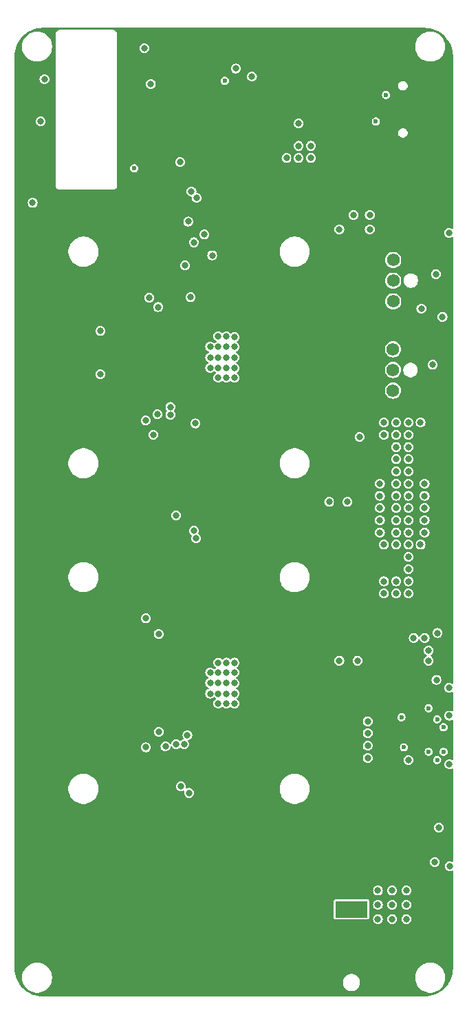
<source format=gbr>
%TF.GenerationSoftware,KiCad,Pcbnew,8.0.4*%
%TF.CreationDate,2024-10-26T18:49:35+02:00*%
%TF.ProjectId,BitForgeNano,42697446-6f72-4676-954e-616e6f2e6b69,rev?*%
%TF.SameCoordinates,Original*%
%TF.FileFunction,Copper,L5,Inr*%
%TF.FilePolarity,Positive*%
%FSLAX46Y46*%
G04 Gerber Fmt 4.6, Leading zero omitted, Abs format (unit mm)*
G04 Created by KiCad (PCBNEW 8.0.4) date 2024-10-26 18:49:35*
%MOMM*%
%LPD*%
G01*
G04 APERTURE LIST*
%TA.AperFunction,ComponentPad*%
%ADD10O,2.100000X1.000000*%
%TD*%
%TA.AperFunction,ComponentPad*%
%ADD11O,1.800000X1.000000*%
%TD*%
%TA.AperFunction,ComponentPad*%
%ADD12R,4.000000X2.000000*%
%TD*%
%TA.AperFunction,ComponentPad*%
%ADD13O,2.000000X3.500000*%
%TD*%
%TA.AperFunction,ComponentPad*%
%ADD14O,3.300000X2.000000*%
%TD*%
%TA.AperFunction,ComponentPad*%
%ADD15C,1.574800*%
%TD*%
%TA.AperFunction,ComponentPad*%
%ADD16C,0.400000*%
%TD*%
%TA.AperFunction,ViaPad*%
%ADD17C,0.800000*%
%TD*%
%TA.AperFunction,ViaPad*%
%ADD18C,0.600000*%
%TD*%
G04 APERTURE END LIST*
D10*
%TO.N,GND*%
%TO.C,J5*%
X92830000Y-60845000D03*
D11*
X97010000Y-60845000D03*
D10*
X92830000Y-52205000D03*
D11*
X97010000Y-52205000D03*
%TD*%
D12*
%TO.N,+5V*%
%TO.C,J1*%
X87000000Y-154800000D03*
D13*
%TO.N,GND*%
X82500000Y-161800000D03*
D14*
X87000000Y-160800000D03*
D13*
X91500000Y-161800000D03*
%TD*%
D15*
%TO.N,GND*%
%TO.C,J8*%
X92100000Y-83460000D03*
%TO.N,/5V*%
X92100000Y-86000000D03*
%TO.N,/Fan/FAN2_TACH*%
X92100000Y-88540000D03*
%TO.N,/Fan/FAN2_PWM*%
X92100000Y-91080000D03*
%TD*%
D16*
%TO.N,GND*%
%TO.C,U12*%
X94200000Y-126320000D03*
X92800000Y-126320000D03*
X91400000Y-126320000D03*
X95200000Y-127600000D03*
X94200000Y-127600000D03*
X92800000Y-127600000D03*
X91400000Y-127600000D03*
X90400000Y-127600000D03*
X94200000Y-128880000D03*
X92800000Y-128880000D03*
X91400000Y-128880000D03*
%TD*%
D15*
%TO.N,GND*%
%TO.C,J6*%
X92138851Y-72479400D03*
%TO.N,/5V*%
X92138851Y-75019400D03*
%TO.N,/Fan/FAN1_TACH*%
X92138851Y-77559400D03*
%TO.N,/Fan/FAN1_PWM*%
X92138851Y-80099400D03*
%TD*%
D17*
%TO.N,GND*%
X87250000Y-130250000D03*
X88500000Y-129250000D03*
X88500000Y-125000000D03*
X88500000Y-128000000D03*
X88500000Y-126500000D03*
X87250000Y-128750000D03*
X87250000Y-127250000D03*
X87250000Y-125750000D03*
X64500000Y-120300000D03*
X64600000Y-58700000D03*
X66000000Y-60100000D03*
X63100000Y-124500000D03*
X65100000Y-84400000D03*
X67100000Y-125700000D03*
X57400000Y-89850000D03*
X65100000Y-89500000D03*
X67100000Y-88300000D03*
X65100000Y-127000000D03*
X65100000Y-129500000D03*
X69306000Y-120300000D03*
X65100000Y-128300000D03*
X64100000Y-127000000D03*
X64100000Y-88300000D03*
X63100000Y-125700000D03*
X71400000Y-97987500D03*
X67100000Y-124500000D03*
X66100000Y-88300000D03*
X67400000Y-55900000D03*
X65100000Y-124500000D03*
X97916431Y-125529246D03*
X66100000Y-87000000D03*
X59400000Y-60500000D03*
X65100000Y-125700000D03*
X67100000Y-89500000D03*
X68100000Y-87000000D03*
X68800000Y-60100000D03*
X94800000Y-87325000D03*
X65100000Y-85700000D03*
X63500000Y-118305000D03*
X59000000Y-64200000D03*
X67100000Y-128300000D03*
X59000000Y-49100000D03*
X90000000Y-60000000D03*
X64600000Y-57300000D03*
X71500000Y-68600000D03*
X67100000Y-85700000D03*
X57400000Y-84620000D03*
X46000000Y-67750000D03*
X66100000Y-89500000D03*
X97900000Y-73400000D03*
X64600000Y-55900000D03*
X63100000Y-85700000D03*
X68100000Y-128300000D03*
X64100000Y-89500000D03*
X63500000Y-76000000D03*
X66000000Y-58700000D03*
X65400000Y-75700000D03*
X68800000Y-58700000D03*
X68250000Y-136850000D03*
X64600000Y-81800000D03*
X81000000Y-65750000D03*
X64100000Y-124500000D03*
X66100000Y-129500000D03*
X70500000Y-138100000D03*
X64500000Y-92100000D03*
X68945000Y-98080000D03*
X63100000Y-88300000D03*
X70300000Y-75750000D03*
X63100000Y-129500000D03*
X68100000Y-125700000D03*
X54800000Y-82300000D03*
X69500000Y-92800000D03*
X64600000Y-60100000D03*
X63100000Y-89500000D03*
X63100000Y-128300000D03*
X66100000Y-128300000D03*
X54750000Y-87550000D03*
X69206000Y-81800000D03*
X64100000Y-84400000D03*
X81400000Y-53900000D03*
X65100000Y-87000000D03*
X67400000Y-58700000D03*
X66000000Y-57300000D03*
X66100000Y-84400000D03*
X68800000Y-57300000D03*
X66100000Y-127000000D03*
X61200000Y-50900000D03*
X64100000Y-85700000D03*
X63100000Y-84400000D03*
X68100000Y-85700000D03*
X66100000Y-125700000D03*
X63100000Y-127000000D03*
X66000000Y-55900000D03*
X67400000Y-60100000D03*
X70500000Y-115855000D03*
X65375000Y-67300000D03*
X64100000Y-129500000D03*
X64100000Y-87000000D03*
X66400000Y-108300000D03*
X67100000Y-84400000D03*
X68100000Y-127000000D03*
X66100000Y-124500000D03*
X67400000Y-57300000D03*
X65100000Y-88300000D03*
X90000000Y-53200000D03*
X64100000Y-125700000D03*
X66100000Y-85700000D03*
X68100000Y-88300000D03*
X67100000Y-129500000D03*
X97100000Y-69900000D03*
X63100000Y-87000000D03*
X64100000Y-128300000D03*
%TO.N,/5V*%
X89000000Y-134700000D03*
X80500000Y-58250000D03*
X56075000Y-83750000D03*
X89000000Y-136200000D03*
X89000000Y-131700000D03*
X56075000Y-89050000D03*
X89000000Y-133150000D03*
%TO.N,VDD*%
X92500000Y-110000000D03*
X72600000Y-84500000D03*
X91000000Y-110000000D03*
X70600000Y-128300000D03*
X96000000Y-104000000D03*
X95500000Y-110000000D03*
X90500000Y-105500000D03*
X90500000Y-108500000D03*
X91000000Y-96500000D03*
X71600000Y-128300000D03*
X69600000Y-128300000D03*
X71600000Y-85680000D03*
X92500000Y-116000000D03*
X94000000Y-110000000D03*
X94000000Y-108500000D03*
X71600000Y-87000000D03*
X70600000Y-124500000D03*
X70600000Y-89500000D03*
X69600000Y-127000000D03*
X90500000Y-107000000D03*
X94000000Y-104000000D03*
X69600000Y-85680000D03*
X96000000Y-102500000D03*
X72600000Y-128300000D03*
X72600000Y-87000000D03*
X94000000Y-99500000D03*
X70600000Y-88300000D03*
X94000000Y-113000000D03*
X92500000Y-108500000D03*
X70600000Y-84400000D03*
X92500000Y-102500000D03*
X70600000Y-85680000D03*
X92500000Y-95000000D03*
X72600000Y-88300000D03*
X72600000Y-85700000D03*
X94000000Y-96500000D03*
X92500000Y-104000000D03*
X96000000Y-107000000D03*
X71600000Y-124500000D03*
X92500000Y-105500000D03*
X92500000Y-114500000D03*
X94000000Y-116000000D03*
X70600000Y-127000000D03*
X72600000Y-89500000D03*
X91000000Y-114500000D03*
X92500000Y-99500000D03*
X91000000Y-95000000D03*
X71600000Y-89500000D03*
X91000000Y-116000000D03*
X94000000Y-95000000D03*
X94000000Y-105500000D03*
X94000000Y-107000000D03*
X72600000Y-129500000D03*
X94000000Y-111500000D03*
X69600000Y-88300000D03*
X70600000Y-129500000D03*
X94000000Y-98000000D03*
X71600000Y-127000000D03*
X72600000Y-125700000D03*
X92500000Y-107000000D03*
X90500000Y-102500000D03*
X92500000Y-101000000D03*
X94000000Y-101000000D03*
X72600000Y-124500000D03*
X71600000Y-125700000D03*
X69600000Y-125700000D03*
X69600000Y-87000000D03*
X96000000Y-105500000D03*
X71600000Y-129500000D03*
X94000000Y-114500000D03*
X92500000Y-98000000D03*
X70600000Y-87000000D03*
X94000000Y-102500000D03*
X96000000Y-108500000D03*
X92500000Y-96500000D03*
X72600000Y-127000000D03*
X99000000Y-127600000D03*
X71600000Y-84400000D03*
X90500000Y-104000000D03*
X95500000Y-95000000D03*
X71600000Y-88300000D03*
X70600000Y-125700000D03*
%TO.N,/Domain/0V8*%
X63280000Y-133000000D03*
X62600000Y-96487500D03*
X63260000Y-120955000D03*
X63100000Y-93987500D03*
X63200000Y-80800000D03*
D18*
%TO.N,Net-(J5-CC1)*%
X90000000Y-58000000D03*
%TO.N,Net-(J5-CC2)*%
X91250000Y-54750000D03*
D17*
%TO.N,/ESP32/IO0*%
X49200000Y-52800000D03*
X62300000Y-53400000D03*
%TO.N,/Domain/1V2*%
X61700000Y-134900000D03*
X62100000Y-79650000D03*
X61670000Y-94737500D03*
X67797488Y-95102512D03*
X61700000Y-119055000D03*
%TO.N,/Power/AGND*%
X99050000Y-137000000D03*
X97457193Y-126607193D03*
X94000000Y-136450000D03*
%TO.N,Net-(U3-RI)*%
X66000000Y-139700000D03*
%TO.N,Net-(U12-BP1V5)*%
X94650000Y-121450000D03*
X99050000Y-131000000D03*
D18*
%TO.N,Net-(U12-EN{slash}UVLO)*%
X93150000Y-131200000D03*
X93450000Y-134900000D03*
D17*
%TO.N,/Domain/I_RO*%
X66500000Y-75700000D03*
%TO.N,/Domain/CLKI*%
X67198000Y-79600000D03*
%TO.N,/TX*%
X67300000Y-66600000D03*
%TO.N,/RX*%
X67917500Y-67400000D03*
%TO.N,/RST*%
X65900000Y-63000000D03*
%TO.N,/Domain/I_CI*%
X67600000Y-72850000D03*
%TO.N,/Domain/I_NRSTI*%
X68900000Y-71900000D03*
D18*
%TO.N,Net-(U12-MSEL1)*%
X96500000Y-135450000D03*
X96500000Y-130100000D03*
D17*
%TO.N,/ESP32/VDD_SAMPLE_0*%
X61500000Y-49000000D03*
%TO.N,/Fan/FAN1_TACH*%
X98200000Y-82000000D03*
%TO.N,/Fan/FAN1_PWM*%
X95600000Y-81000000D03*
D18*
%TO.N,Net-(U12-ADRSEL)*%
X97540000Y-136450000D03*
X97540000Y-131450000D03*
%TO.N,Net-(U12-VSEL)*%
X98330000Y-132432407D03*
X98330000Y-135450000D03*
D17*
%TO.N,/SCL*%
X84250000Y-104750000D03*
X87250000Y-69500000D03*
X96500000Y-123000000D03*
X89250000Y-69500000D03*
X65400000Y-106400000D03*
X86500000Y-104750000D03*
X97750000Y-144750000D03*
X72750000Y-51500000D03*
%TO.N,/SDA*%
X85500000Y-124250000D03*
X85500000Y-71250000D03*
X67875000Y-109212500D03*
X74750000Y-52500000D03*
X89250000Y-71250000D03*
X96500000Y-124250000D03*
X97250000Y-149000000D03*
X87750000Y-124250000D03*
%TO.N,Net-(U3-CO)*%
X67000000Y-140500000D03*
%TO.N,Net-(U3-CLKO)*%
X66800000Y-133400000D03*
%TO.N,Net-(U3-BO)*%
X66400000Y-134500000D03*
%TO.N,Net-(U3-TEMP_N)*%
X65400000Y-134500000D03*
%TO.N,3V3*%
X67600000Y-108300000D03*
X66900000Y-70300000D03*
D18*
X71400000Y-53000000D03*
D17*
X82000000Y-62500000D03*
X48750000Y-58000000D03*
X97000000Y-87900000D03*
X97400000Y-76750000D03*
D18*
X60250000Y-63750000D03*
D17*
X99100000Y-149500000D03*
X80500000Y-61000000D03*
X47750000Y-68000000D03*
X96000000Y-121450000D03*
X69850000Y-74450000D03*
X79000000Y-62500000D03*
X80500000Y-62500000D03*
X82000000Y-61000000D03*
X99000000Y-71700000D03*
%TO.N,Net-(U3-TEMP_P)*%
X64100000Y-134800000D03*
%TO.N,+5V*%
X93750000Y-152500000D03*
X93750000Y-154250000D03*
X90250000Y-152500000D03*
X92000000Y-152500000D03*
X92000000Y-154250000D03*
X90250000Y-156000000D03*
X90250000Y-154250000D03*
X92000000Y-156000000D03*
X93750000Y-156000000D03*
%TO.N,/Power/PGOOD*%
X97600000Y-120850000D03*
X88000000Y-96750000D03*
%TO.N,Net-(U9-TEMP_N)*%
X64700000Y-94037500D03*
%TO.N,Net-(U9-TEMP_P)*%
X64700000Y-93087497D03*
%TD*%
%TA.AperFunction,Conductor*%
%TO.N,GND*%
G36*
X95914419Y-46500519D02*
G01*
X95914423Y-46500521D01*
X95934111Y-46500521D01*
X95997567Y-46500521D01*
X96002424Y-46500640D01*
X96031046Y-46502046D01*
X96338175Y-46517134D01*
X96347817Y-46518084D01*
X96677915Y-46567050D01*
X96687421Y-46568940D01*
X97011143Y-46650029D01*
X97020414Y-46652842D01*
X97334623Y-46765267D01*
X97343592Y-46768982D01*
X97645259Y-46911662D01*
X97653819Y-46916238D01*
X97940007Y-47087773D01*
X97940044Y-47087795D01*
X97948122Y-47093193D01*
X98216144Y-47291973D01*
X98223654Y-47298136D01*
X98470914Y-47522240D01*
X98477764Y-47529089D01*
X98701880Y-47776365D01*
X98708034Y-47783864D01*
X98906822Y-48051901D01*
X98912219Y-48059979D01*
X99041766Y-48276117D01*
X99083769Y-48346194D01*
X99088346Y-48354757D01*
X99145435Y-48475462D01*
X99231023Y-48656423D01*
X99234741Y-48665399D01*
X99347159Y-48979592D01*
X99349979Y-48988889D01*
X99431057Y-49312578D01*
X99432953Y-49322107D01*
X99481916Y-49652199D01*
X99482868Y-49661868D01*
X99489826Y-49803504D01*
X99499381Y-49998033D01*
X99499500Y-50002869D01*
X99499500Y-71125613D01*
X99480593Y-71183804D01*
X99431093Y-71219768D01*
X99369907Y-71219768D01*
X99340234Y-71204156D01*
X99302838Y-71175462D01*
X99156766Y-71114957D01*
X99156758Y-71114955D01*
X99000001Y-71094318D01*
X98999999Y-71094318D01*
X98843241Y-71114955D01*
X98843233Y-71114957D01*
X98697161Y-71175462D01*
X98697160Y-71175462D01*
X98571723Y-71271713D01*
X98571713Y-71271723D01*
X98475462Y-71397160D01*
X98475462Y-71397161D01*
X98414957Y-71543233D01*
X98414955Y-71543241D01*
X98394318Y-71699999D01*
X98394318Y-71700000D01*
X98414955Y-71856758D01*
X98414957Y-71856766D01*
X98475462Y-72002838D01*
X98475462Y-72002839D01*
X98516842Y-72056766D01*
X98571718Y-72128282D01*
X98697159Y-72224536D01*
X98697160Y-72224536D01*
X98697161Y-72224537D01*
X98744917Y-72244318D01*
X98843238Y-72285044D01*
X98960809Y-72300522D01*
X98999999Y-72305682D01*
X99000000Y-72305682D01*
X99000001Y-72305682D01*
X99031352Y-72301554D01*
X99156762Y-72285044D01*
X99302841Y-72224536D01*
X99340233Y-72195843D01*
X99397909Y-72175420D01*
X99456574Y-72192798D01*
X99493822Y-72241339D01*
X99499500Y-72274386D01*
X99499500Y-127025613D01*
X99480593Y-127083804D01*
X99431093Y-127119768D01*
X99369907Y-127119768D01*
X99340234Y-127104156D01*
X99302838Y-127075462D01*
X99156766Y-127014957D01*
X99156758Y-127014955D01*
X99000001Y-126994318D01*
X98999999Y-126994318D01*
X98843241Y-127014955D01*
X98843233Y-127014957D01*
X98697161Y-127075462D01*
X98697160Y-127075462D01*
X98571723Y-127171713D01*
X98571713Y-127171723D01*
X98475462Y-127297160D01*
X98475462Y-127297161D01*
X98414957Y-127443233D01*
X98414955Y-127443241D01*
X98394318Y-127599999D01*
X98394318Y-127600000D01*
X98414955Y-127756758D01*
X98414957Y-127756766D01*
X98475462Y-127902838D01*
X98475462Y-127902839D01*
X98547837Y-127997160D01*
X98571718Y-128028282D01*
X98697159Y-128124536D01*
X98697160Y-128124536D01*
X98697161Y-128124537D01*
X98817507Y-128174386D01*
X98843238Y-128185044D01*
X98960809Y-128200522D01*
X98999999Y-128205682D01*
X99000000Y-128205682D01*
X99000001Y-128205682D01*
X99031352Y-128201554D01*
X99156762Y-128185044D01*
X99302841Y-128124536D01*
X99340233Y-128095843D01*
X99397909Y-128075420D01*
X99456574Y-128092798D01*
X99493822Y-128141339D01*
X99499500Y-128174386D01*
X99499500Y-130388664D01*
X99480593Y-130446855D01*
X99431093Y-130482819D01*
X99369907Y-130482819D01*
X99358856Y-130477899D01*
X99358837Y-130477947D01*
X99206766Y-130414957D01*
X99206758Y-130414955D01*
X99050001Y-130394318D01*
X99049999Y-130394318D01*
X98893241Y-130414955D01*
X98893233Y-130414957D01*
X98747161Y-130475462D01*
X98747160Y-130475462D01*
X98621723Y-130571713D01*
X98621713Y-130571723D01*
X98525462Y-130697160D01*
X98525462Y-130697161D01*
X98464957Y-130843233D01*
X98464955Y-130843241D01*
X98444318Y-130999999D01*
X98444318Y-131000000D01*
X98464955Y-131156758D01*
X98464957Y-131156766D01*
X98525462Y-131302838D01*
X98525462Y-131302839D01*
X98597837Y-131397160D01*
X98621718Y-131428282D01*
X98747159Y-131524536D01*
X98747160Y-131524536D01*
X98747161Y-131524537D01*
X98886234Y-131582143D01*
X98893238Y-131585044D01*
X99010809Y-131600522D01*
X99049999Y-131605682D01*
X99050000Y-131605682D01*
X99050001Y-131605682D01*
X99081352Y-131601554D01*
X99206762Y-131585044D01*
X99260470Y-131562797D01*
X99358837Y-131522053D01*
X99359553Y-131523783D01*
X99410833Y-131512876D01*
X99466733Y-131537754D01*
X99497333Y-131590737D01*
X99499500Y-131611335D01*
X99499500Y-136388664D01*
X99480593Y-136446855D01*
X99431093Y-136482819D01*
X99369907Y-136482819D01*
X99358856Y-136477899D01*
X99358837Y-136477947D01*
X99206766Y-136414957D01*
X99206758Y-136414955D01*
X99050001Y-136394318D01*
X99049999Y-136394318D01*
X98893241Y-136414955D01*
X98893233Y-136414957D01*
X98747161Y-136475462D01*
X98747160Y-136475462D01*
X98621723Y-136571713D01*
X98621713Y-136571723D01*
X98525462Y-136697160D01*
X98525462Y-136697161D01*
X98464957Y-136843233D01*
X98464955Y-136843241D01*
X98444318Y-136999999D01*
X98444318Y-137000000D01*
X98464955Y-137156758D01*
X98464957Y-137156766D01*
X98525462Y-137302838D01*
X98525462Y-137302839D01*
X98525464Y-137302841D01*
X98621718Y-137428282D01*
X98747159Y-137524536D01*
X98893238Y-137585044D01*
X99010809Y-137600522D01*
X99049999Y-137605682D01*
X99050000Y-137605682D01*
X99050001Y-137605682D01*
X99081352Y-137601554D01*
X99206762Y-137585044D01*
X99260470Y-137562797D01*
X99358837Y-137522053D01*
X99359553Y-137523783D01*
X99410833Y-137512876D01*
X99466733Y-137537754D01*
X99497333Y-137590737D01*
X99499500Y-137611335D01*
X99499500Y-148867337D01*
X99480593Y-148925528D01*
X99431093Y-148961492D01*
X99369907Y-148961492D01*
X99362615Y-148958801D01*
X99256767Y-148914957D01*
X99256758Y-148914955D01*
X99100001Y-148894318D01*
X99099999Y-148894318D01*
X98943241Y-148914955D01*
X98943233Y-148914957D01*
X98797161Y-148975462D01*
X98797160Y-148975462D01*
X98671723Y-149071713D01*
X98671713Y-149071723D01*
X98575462Y-149197160D01*
X98575462Y-149197161D01*
X98514957Y-149343233D01*
X98514955Y-149343241D01*
X98494318Y-149499999D01*
X98494318Y-149500000D01*
X98514955Y-149656758D01*
X98514957Y-149656766D01*
X98575462Y-149802838D01*
X98575462Y-149802839D01*
X98575464Y-149802841D01*
X98671718Y-149928282D01*
X98797159Y-150024536D01*
X98797160Y-150024536D01*
X98797161Y-150024537D01*
X98902974Y-150068366D01*
X98943238Y-150085044D01*
X99060809Y-150100522D01*
X99099999Y-150105682D01*
X99100000Y-150105682D01*
X99100001Y-150105682D01*
X99131352Y-150101554D01*
X99256762Y-150085044D01*
X99362615Y-150041197D01*
X99423611Y-150036397D01*
X99475780Y-150068366D01*
X99499195Y-150124894D01*
X99499500Y-150132662D01*
X99499500Y-161997554D01*
X99499381Y-162002413D01*
X99482882Y-162338150D01*
X99481929Y-162347818D01*
X99432963Y-162677894D01*
X99431068Y-162687423D01*
X99349983Y-163011119D01*
X99347163Y-163020416D01*
X99234740Y-163334608D01*
X99231022Y-163343584D01*
X99088345Y-163645244D01*
X99083765Y-163653812D01*
X98912209Y-163940033D01*
X98906811Y-163948111D01*
X98708026Y-164216139D01*
X98701863Y-164223648D01*
X98477769Y-164470899D01*
X98470899Y-164477769D01*
X98223648Y-164701863D01*
X98216139Y-164708026D01*
X97948111Y-164906811D01*
X97940033Y-164912209D01*
X97653812Y-165083765D01*
X97645244Y-165088345D01*
X97343584Y-165231022D01*
X97334608Y-165234740D01*
X97020416Y-165347163D01*
X97011119Y-165349983D01*
X96687423Y-165431068D01*
X96677894Y-165432963D01*
X96347818Y-165481929D01*
X96338150Y-165482882D01*
X96002412Y-165499381D01*
X95997555Y-165499500D01*
X95934100Y-165499501D01*
X95934098Y-165499501D01*
X49072449Y-165499529D01*
X49071981Y-165499500D01*
X49065892Y-165499500D01*
X49002436Y-165499500D01*
X48997578Y-165499381D01*
X48661838Y-165482887D01*
X48652170Y-165481934D01*
X48322096Y-165432972D01*
X48312567Y-165431077D01*
X47988868Y-165349995D01*
X47979571Y-165347175D01*
X47979537Y-165347163D01*
X47907144Y-165321260D01*
X47665378Y-165234754D01*
X47656402Y-165231036D01*
X47354741Y-165088361D01*
X47346173Y-165083781D01*
X47059950Y-164912226D01*
X47051872Y-164906828D01*
X46783849Y-164708048D01*
X46776339Y-164701885D01*
X46529083Y-164477786D01*
X46522218Y-164470921D01*
X46298114Y-164223660D01*
X46291951Y-164216150D01*
X46093171Y-163948127D01*
X46087773Y-163940049D01*
X46087763Y-163940033D01*
X45916216Y-163653823D01*
X45911638Y-163645258D01*
X45911631Y-163645244D01*
X45768961Y-163343594D01*
X45765245Y-163334621D01*
X45673682Y-163078721D01*
X46449500Y-163078721D01*
X46449500Y-163321300D01*
X46481161Y-163561792D01*
X46481161Y-163561797D01*
X46517264Y-163696532D01*
X46524597Y-163723902D01*
X46543944Y-163796103D01*
X46543948Y-163796116D01*
X46636772Y-164020215D01*
X46636774Y-164020219D01*
X46636776Y-164020223D01*
X46758064Y-164230300D01*
X46758066Y-164230303D01*
X46905729Y-164422742D01*
X46905731Y-164422744D01*
X46905735Y-164422749D01*
X47077262Y-164594276D01*
X47077266Y-164594279D01*
X47077268Y-164594281D01*
X47221756Y-164705150D01*
X47269711Y-164741947D01*
X47479788Y-164863235D01*
X47703900Y-164956065D01*
X47938211Y-165018849D01*
X48178712Y-165050511D01*
X48178713Y-165050511D01*
X48421287Y-165050511D01*
X48421288Y-165050511D01*
X48661789Y-165018849D01*
X48896100Y-164956065D01*
X49120212Y-164863235D01*
X49330289Y-164741947D01*
X49522738Y-164594276D01*
X49694265Y-164422749D01*
X49841936Y-164230300D01*
X49963224Y-164020223D01*
X50056054Y-163796111D01*
X50082736Y-163696532D01*
X85949500Y-163696532D01*
X85949500Y-163903467D01*
X85989869Y-164106418D01*
X86069058Y-164297597D01*
X86184020Y-164469651D01*
X86184023Y-164469655D01*
X86330345Y-164615977D01*
X86502402Y-164730941D01*
X86693580Y-164810130D01*
X86896535Y-164850500D01*
X86896536Y-164850500D01*
X87103464Y-164850500D01*
X87103465Y-164850500D01*
X87306420Y-164810130D01*
X87497598Y-164730941D01*
X87669655Y-164615977D01*
X87815977Y-164469655D01*
X87930941Y-164297598D01*
X88010130Y-164106420D01*
X88050500Y-163903465D01*
X88050500Y-163696535D01*
X88010130Y-163493580D01*
X87930941Y-163302402D01*
X87815977Y-163130345D01*
X87764353Y-163078721D01*
X94849500Y-163078721D01*
X94849500Y-163321300D01*
X94881161Y-163561792D01*
X94881161Y-163561797D01*
X94917264Y-163696532D01*
X94924597Y-163723902D01*
X94943944Y-163796103D01*
X94943948Y-163796116D01*
X95036772Y-164020215D01*
X95036774Y-164020219D01*
X95036776Y-164020223D01*
X95158064Y-164230300D01*
X95158066Y-164230303D01*
X95305729Y-164422742D01*
X95305731Y-164422744D01*
X95305735Y-164422749D01*
X95477262Y-164594276D01*
X95477266Y-164594279D01*
X95477268Y-164594281D01*
X95621756Y-164705150D01*
X95669711Y-164741947D01*
X95879788Y-164863235D01*
X96103900Y-164956065D01*
X96338211Y-165018849D01*
X96578712Y-165050511D01*
X96578713Y-165050511D01*
X96821287Y-165050511D01*
X96821288Y-165050511D01*
X97061789Y-165018849D01*
X97296100Y-164956065D01*
X97520212Y-164863235D01*
X97730289Y-164741947D01*
X97922738Y-164594276D01*
X98094265Y-164422749D01*
X98241936Y-164230300D01*
X98363224Y-164020223D01*
X98456054Y-163796111D01*
X98518838Y-163561800D01*
X98550500Y-163321299D01*
X98550500Y-163078723D01*
X98518838Y-162838222D01*
X98456054Y-162603911D01*
X98363224Y-162379799D01*
X98241936Y-162169722D01*
X98162273Y-162065903D01*
X98094270Y-161977279D01*
X98094268Y-161977277D01*
X98094265Y-161977273D01*
X97922738Y-161805746D01*
X97922733Y-161805742D01*
X97922731Y-161805740D01*
X97730292Y-161658077D01*
X97730289Y-161658075D01*
X97520212Y-161536787D01*
X97520208Y-161536785D01*
X97520204Y-161536783D01*
X97296105Y-161443959D01*
X97296104Y-161443958D01*
X97296100Y-161443957D01*
X97061789Y-161381173D01*
X97061786Y-161381172D01*
X97061784Y-161381172D01*
X96821289Y-161349511D01*
X96821288Y-161349511D01*
X96578712Y-161349511D01*
X96578710Y-161349511D01*
X96338218Y-161381172D01*
X96338213Y-161381172D01*
X96103907Y-161443955D01*
X96103894Y-161443959D01*
X95879795Y-161536783D01*
X95669707Y-161658077D01*
X95477268Y-161805740D01*
X95305729Y-161977279D01*
X95158066Y-162169718D01*
X95036772Y-162379806D01*
X94943948Y-162603905D01*
X94943944Y-162603918D01*
X94881161Y-162838224D01*
X94881161Y-162838229D01*
X94849500Y-163078721D01*
X87764353Y-163078721D01*
X87669655Y-162984023D01*
X87669651Y-162984020D01*
X87497597Y-162869058D01*
X87306418Y-162789869D01*
X87103467Y-162749500D01*
X87103465Y-162749500D01*
X86896535Y-162749500D01*
X86896532Y-162749500D01*
X86693581Y-162789869D01*
X86502402Y-162869058D01*
X86330348Y-162984020D01*
X86184020Y-163130348D01*
X86069058Y-163302402D01*
X85989869Y-163493581D01*
X85949500Y-163696532D01*
X50082736Y-163696532D01*
X50118838Y-163561800D01*
X50150500Y-163321299D01*
X50150500Y-163078723D01*
X50118838Y-162838222D01*
X50056054Y-162603911D01*
X49963224Y-162379799D01*
X49841936Y-162169722D01*
X49762273Y-162065903D01*
X49694270Y-161977279D01*
X49694268Y-161977277D01*
X49694265Y-161977273D01*
X49522738Y-161805746D01*
X49522733Y-161805742D01*
X49522731Y-161805740D01*
X49330292Y-161658077D01*
X49330289Y-161658075D01*
X49120212Y-161536787D01*
X49120208Y-161536785D01*
X49120204Y-161536783D01*
X48896105Y-161443959D01*
X48896104Y-161443958D01*
X48896100Y-161443957D01*
X48661789Y-161381173D01*
X48661786Y-161381172D01*
X48661784Y-161381172D01*
X48421289Y-161349511D01*
X48421288Y-161349511D01*
X48178712Y-161349511D01*
X48178710Y-161349511D01*
X47938218Y-161381172D01*
X47938213Y-161381172D01*
X47703907Y-161443955D01*
X47703894Y-161443959D01*
X47479795Y-161536783D01*
X47269707Y-161658077D01*
X47077268Y-161805740D01*
X46905729Y-161977279D01*
X46758066Y-162169718D01*
X46636772Y-162379806D01*
X46543948Y-162603905D01*
X46543944Y-162603918D01*
X46481161Y-162838224D01*
X46481161Y-162838229D01*
X46449500Y-163078721D01*
X45673682Y-163078721D01*
X45652820Y-163020415D01*
X45650008Y-163011144D01*
X45568919Y-162687421D01*
X45567029Y-162677915D01*
X45518063Y-162347815D01*
X45517113Y-162338175D01*
X45500626Y-162002584D01*
X45500508Y-161997807D01*
X45500507Y-153780253D01*
X84799500Y-153780253D01*
X84799500Y-155819746D01*
X84799501Y-155819758D01*
X84811132Y-155878227D01*
X84811133Y-155878231D01*
X84855448Y-155944552D01*
X84921769Y-155988867D01*
X84966231Y-155997711D01*
X84980241Y-156000498D01*
X84980246Y-156000498D01*
X84980252Y-156000500D01*
X84980253Y-156000500D01*
X89019747Y-156000500D01*
X89019748Y-156000500D01*
X89022267Y-155999999D01*
X89644318Y-155999999D01*
X89644318Y-156000000D01*
X89664955Y-156156758D01*
X89664957Y-156156766D01*
X89725462Y-156302838D01*
X89725462Y-156302839D01*
X89725464Y-156302841D01*
X89821718Y-156428282D01*
X89947159Y-156524536D01*
X90093238Y-156585044D01*
X90210809Y-156600522D01*
X90249999Y-156605682D01*
X90250000Y-156605682D01*
X90250001Y-156605682D01*
X90281352Y-156601554D01*
X90406762Y-156585044D01*
X90552841Y-156524536D01*
X90678282Y-156428282D01*
X90774536Y-156302841D01*
X90835044Y-156156762D01*
X90855682Y-156000000D01*
X90855682Y-155999999D01*
X91394318Y-155999999D01*
X91394318Y-156000000D01*
X91414955Y-156156758D01*
X91414957Y-156156766D01*
X91475462Y-156302838D01*
X91475462Y-156302839D01*
X91475464Y-156302841D01*
X91571718Y-156428282D01*
X91697159Y-156524536D01*
X91843238Y-156585044D01*
X91960809Y-156600522D01*
X91999999Y-156605682D01*
X92000000Y-156605682D01*
X92000001Y-156605682D01*
X92031352Y-156601554D01*
X92156762Y-156585044D01*
X92302841Y-156524536D01*
X92428282Y-156428282D01*
X92524536Y-156302841D01*
X92585044Y-156156762D01*
X92605682Y-156000000D01*
X92605682Y-155999999D01*
X93144318Y-155999999D01*
X93144318Y-156000000D01*
X93164955Y-156156758D01*
X93164957Y-156156766D01*
X93225462Y-156302838D01*
X93225462Y-156302839D01*
X93225464Y-156302841D01*
X93321718Y-156428282D01*
X93447159Y-156524536D01*
X93593238Y-156585044D01*
X93710809Y-156600522D01*
X93749999Y-156605682D01*
X93750000Y-156605682D01*
X93750001Y-156605682D01*
X93781352Y-156601554D01*
X93906762Y-156585044D01*
X94052841Y-156524536D01*
X94178282Y-156428282D01*
X94274536Y-156302841D01*
X94335044Y-156156762D01*
X94355682Y-156000000D01*
X94335044Y-155843238D01*
X94274537Y-155697161D01*
X94274537Y-155697160D01*
X94178286Y-155571723D01*
X94178285Y-155571722D01*
X94178282Y-155571718D01*
X94178277Y-155571714D01*
X94178276Y-155571713D01*
X94052838Y-155475462D01*
X93906766Y-155414957D01*
X93906758Y-155414955D01*
X93750001Y-155394318D01*
X93749999Y-155394318D01*
X93593241Y-155414955D01*
X93593233Y-155414957D01*
X93447161Y-155475462D01*
X93447160Y-155475462D01*
X93321723Y-155571713D01*
X93321713Y-155571723D01*
X93225462Y-155697160D01*
X93225462Y-155697161D01*
X93164957Y-155843233D01*
X93164955Y-155843241D01*
X93144318Y-155999999D01*
X92605682Y-155999999D01*
X92585044Y-155843238D01*
X92524537Y-155697161D01*
X92524537Y-155697160D01*
X92428286Y-155571723D01*
X92428285Y-155571722D01*
X92428282Y-155571718D01*
X92428277Y-155571714D01*
X92428276Y-155571713D01*
X92302838Y-155475462D01*
X92156766Y-155414957D01*
X92156758Y-155414955D01*
X92000001Y-155394318D01*
X91999999Y-155394318D01*
X91843241Y-155414955D01*
X91843233Y-155414957D01*
X91697161Y-155475462D01*
X91697160Y-155475462D01*
X91571723Y-155571713D01*
X91571713Y-155571723D01*
X91475462Y-155697160D01*
X91475462Y-155697161D01*
X91414957Y-155843233D01*
X91414955Y-155843241D01*
X91394318Y-155999999D01*
X90855682Y-155999999D01*
X90835044Y-155843238D01*
X90774537Y-155697161D01*
X90774537Y-155697160D01*
X90678286Y-155571723D01*
X90678285Y-155571722D01*
X90678282Y-155571718D01*
X90678277Y-155571714D01*
X90678276Y-155571713D01*
X90552838Y-155475462D01*
X90406766Y-155414957D01*
X90406758Y-155414955D01*
X90250001Y-155394318D01*
X90249999Y-155394318D01*
X90093241Y-155414955D01*
X90093233Y-155414957D01*
X89947161Y-155475462D01*
X89947160Y-155475462D01*
X89821723Y-155571713D01*
X89821713Y-155571723D01*
X89725462Y-155697160D01*
X89725462Y-155697161D01*
X89664957Y-155843233D01*
X89664955Y-155843241D01*
X89644318Y-155999999D01*
X89022267Y-155999999D01*
X89078231Y-155988867D01*
X89144552Y-155944552D01*
X89188867Y-155878231D01*
X89200500Y-155819748D01*
X89200500Y-154249999D01*
X89644318Y-154249999D01*
X89644318Y-154250000D01*
X89664955Y-154406758D01*
X89664957Y-154406766D01*
X89725462Y-154552838D01*
X89725462Y-154552839D01*
X89725464Y-154552841D01*
X89821718Y-154678282D01*
X89947159Y-154774536D01*
X90093238Y-154835044D01*
X90210809Y-154850522D01*
X90249999Y-154855682D01*
X90250000Y-154855682D01*
X90250001Y-154855682D01*
X90281352Y-154851554D01*
X90406762Y-154835044D01*
X90552841Y-154774536D01*
X90678282Y-154678282D01*
X90774536Y-154552841D01*
X90835044Y-154406762D01*
X90855682Y-154250000D01*
X90855682Y-154249999D01*
X91394318Y-154249999D01*
X91394318Y-154250000D01*
X91414955Y-154406758D01*
X91414957Y-154406766D01*
X91475462Y-154552838D01*
X91475462Y-154552839D01*
X91475464Y-154552841D01*
X91571718Y-154678282D01*
X91697159Y-154774536D01*
X91843238Y-154835044D01*
X91960809Y-154850522D01*
X91999999Y-154855682D01*
X92000000Y-154855682D01*
X92000001Y-154855682D01*
X92031352Y-154851554D01*
X92156762Y-154835044D01*
X92302841Y-154774536D01*
X92428282Y-154678282D01*
X92524536Y-154552841D01*
X92585044Y-154406762D01*
X92605682Y-154250000D01*
X92605682Y-154249999D01*
X93144318Y-154249999D01*
X93144318Y-154250000D01*
X93164955Y-154406758D01*
X93164957Y-154406766D01*
X93225462Y-154552838D01*
X93225462Y-154552839D01*
X93225464Y-154552841D01*
X93321718Y-154678282D01*
X93447159Y-154774536D01*
X93593238Y-154835044D01*
X93710809Y-154850522D01*
X93749999Y-154855682D01*
X93750000Y-154855682D01*
X93750001Y-154855682D01*
X93781352Y-154851554D01*
X93906762Y-154835044D01*
X94052841Y-154774536D01*
X94178282Y-154678282D01*
X94274536Y-154552841D01*
X94335044Y-154406762D01*
X94355682Y-154250000D01*
X94335044Y-154093238D01*
X94274537Y-153947161D01*
X94274537Y-153947160D01*
X94178286Y-153821723D01*
X94178285Y-153821722D01*
X94178282Y-153821718D01*
X94178277Y-153821714D01*
X94178276Y-153821713D01*
X94052838Y-153725462D01*
X93906766Y-153664957D01*
X93906758Y-153664955D01*
X93750001Y-153644318D01*
X93749999Y-153644318D01*
X93593241Y-153664955D01*
X93593233Y-153664957D01*
X93447161Y-153725462D01*
X93447160Y-153725462D01*
X93321723Y-153821713D01*
X93321713Y-153821723D01*
X93225462Y-153947160D01*
X93225462Y-153947161D01*
X93164957Y-154093233D01*
X93164955Y-154093241D01*
X93144318Y-154249999D01*
X92605682Y-154249999D01*
X92585044Y-154093238D01*
X92524537Y-153947161D01*
X92524537Y-153947160D01*
X92428286Y-153821723D01*
X92428285Y-153821722D01*
X92428282Y-153821718D01*
X92428277Y-153821714D01*
X92428276Y-153821713D01*
X92302838Y-153725462D01*
X92156766Y-153664957D01*
X92156758Y-153664955D01*
X92000001Y-153644318D01*
X91999999Y-153644318D01*
X91843241Y-153664955D01*
X91843233Y-153664957D01*
X91697161Y-153725462D01*
X91697160Y-153725462D01*
X91571723Y-153821713D01*
X91571713Y-153821723D01*
X91475462Y-153947160D01*
X91475462Y-153947161D01*
X91414957Y-154093233D01*
X91414955Y-154093241D01*
X91394318Y-154249999D01*
X90855682Y-154249999D01*
X90835044Y-154093238D01*
X90774537Y-153947161D01*
X90774537Y-153947160D01*
X90678286Y-153821723D01*
X90678285Y-153821722D01*
X90678282Y-153821718D01*
X90678277Y-153821714D01*
X90678276Y-153821713D01*
X90552838Y-153725462D01*
X90406766Y-153664957D01*
X90406758Y-153664955D01*
X90250001Y-153644318D01*
X90249999Y-153644318D01*
X90093241Y-153664955D01*
X90093233Y-153664957D01*
X89947161Y-153725462D01*
X89947160Y-153725462D01*
X89821723Y-153821713D01*
X89821713Y-153821723D01*
X89725462Y-153947160D01*
X89725462Y-153947161D01*
X89664957Y-154093233D01*
X89664955Y-154093241D01*
X89644318Y-154249999D01*
X89200500Y-154249999D01*
X89200500Y-153780252D01*
X89188867Y-153721769D01*
X89144552Y-153655448D01*
X89144548Y-153655445D01*
X89078233Y-153611134D01*
X89078231Y-153611133D01*
X89078228Y-153611132D01*
X89078227Y-153611132D01*
X89019758Y-153599501D01*
X89019748Y-153599500D01*
X84980252Y-153599500D01*
X84980251Y-153599500D01*
X84980241Y-153599501D01*
X84921772Y-153611132D01*
X84921766Y-153611134D01*
X84855451Y-153655445D01*
X84855445Y-153655451D01*
X84811134Y-153721766D01*
X84811132Y-153721772D01*
X84799501Y-153780241D01*
X84799500Y-153780253D01*
X45500507Y-153780253D01*
X45500507Y-152499999D01*
X89644318Y-152499999D01*
X89644318Y-152500000D01*
X89664955Y-152656758D01*
X89664957Y-152656766D01*
X89725462Y-152802838D01*
X89725462Y-152802839D01*
X89725464Y-152802841D01*
X89821718Y-152928282D01*
X89947159Y-153024536D01*
X90093238Y-153085044D01*
X90210809Y-153100522D01*
X90249999Y-153105682D01*
X90250000Y-153105682D01*
X90250001Y-153105682D01*
X90281352Y-153101554D01*
X90406762Y-153085044D01*
X90552841Y-153024536D01*
X90678282Y-152928282D01*
X90774536Y-152802841D01*
X90835044Y-152656762D01*
X90855682Y-152500000D01*
X90855682Y-152499999D01*
X91394318Y-152499999D01*
X91394318Y-152500000D01*
X91414955Y-152656758D01*
X91414957Y-152656766D01*
X91475462Y-152802838D01*
X91475462Y-152802839D01*
X91475464Y-152802841D01*
X91571718Y-152928282D01*
X91697159Y-153024536D01*
X91843238Y-153085044D01*
X91960809Y-153100522D01*
X91999999Y-153105682D01*
X92000000Y-153105682D01*
X92000001Y-153105682D01*
X92031352Y-153101554D01*
X92156762Y-153085044D01*
X92302841Y-153024536D01*
X92428282Y-152928282D01*
X92524536Y-152802841D01*
X92585044Y-152656762D01*
X92605682Y-152500000D01*
X92605682Y-152499999D01*
X93144318Y-152499999D01*
X93144318Y-152500000D01*
X93164955Y-152656758D01*
X93164957Y-152656766D01*
X93225462Y-152802838D01*
X93225462Y-152802839D01*
X93225464Y-152802841D01*
X93321718Y-152928282D01*
X93447159Y-153024536D01*
X93593238Y-153085044D01*
X93710809Y-153100522D01*
X93749999Y-153105682D01*
X93750000Y-153105682D01*
X93750001Y-153105682D01*
X93781352Y-153101554D01*
X93906762Y-153085044D01*
X94052841Y-153024536D01*
X94178282Y-152928282D01*
X94274536Y-152802841D01*
X94335044Y-152656762D01*
X94355682Y-152500000D01*
X94335044Y-152343238D01*
X94274537Y-152197161D01*
X94274537Y-152197160D01*
X94178286Y-152071723D01*
X94178285Y-152071722D01*
X94178282Y-152071718D01*
X94178277Y-152071714D01*
X94178276Y-152071713D01*
X94052838Y-151975462D01*
X93906766Y-151914957D01*
X93906758Y-151914955D01*
X93750001Y-151894318D01*
X93749999Y-151894318D01*
X93593241Y-151914955D01*
X93593233Y-151914957D01*
X93447161Y-151975462D01*
X93447160Y-151975462D01*
X93321723Y-152071713D01*
X93321713Y-152071723D01*
X93225462Y-152197160D01*
X93225462Y-152197161D01*
X93164957Y-152343233D01*
X93164955Y-152343241D01*
X93144318Y-152499999D01*
X92605682Y-152499999D01*
X92585044Y-152343238D01*
X92524537Y-152197161D01*
X92524537Y-152197160D01*
X92428286Y-152071723D01*
X92428285Y-152071722D01*
X92428282Y-152071718D01*
X92428277Y-152071714D01*
X92428276Y-152071713D01*
X92302838Y-151975462D01*
X92156766Y-151914957D01*
X92156758Y-151914955D01*
X92000001Y-151894318D01*
X91999999Y-151894318D01*
X91843241Y-151914955D01*
X91843233Y-151914957D01*
X91697161Y-151975462D01*
X91697160Y-151975462D01*
X91571723Y-152071713D01*
X91571713Y-152071723D01*
X91475462Y-152197160D01*
X91475462Y-152197161D01*
X91414957Y-152343233D01*
X91414955Y-152343241D01*
X91394318Y-152499999D01*
X90855682Y-152499999D01*
X90835044Y-152343238D01*
X90774537Y-152197161D01*
X90774537Y-152197160D01*
X90678286Y-152071723D01*
X90678285Y-152071722D01*
X90678282Y-152071718D01*
X90678277Y-152071714D01*
X90678276Y-152071713D01*
X90552838Y-151975462D01*
X90406766Y-151914957D01*
X90406758Y-151914955D01*
X90250001Y-151894318D01*
X90249999Y-151894318D01*
X90093241Y-151914955D01*
X90093233Y-151914957D01*
X89947161Y-151975462D01*
X89947160Y-151975462D01*
X89821723Y-152071713D01*
X89821713Y-152071723D01*
X89725462Y-152197160D01*
X89725462Y-152197161D01*
X89664957Y-152343233D01*
X89664955Y-152343241D01*
X89644318Y-152499999D01*
X45500507Y-152499999D01*
X45500507Y-148999999D01*
X96644318Y-148999999D01*
X96644318Y-149000000D01*
X96664955Y-149156758D01*
X96664957Y-149156766D01*
X96725462Y-149302838D01*
X96725462Y-149302839D01*
X96821713Y-149428276D01*
X96821718Y-149428282D01*
X96947159Y-149524536D01*
X97093238Y-149585044D01*
X97210809Y-149600522D01*
X97249999Y-149605682D01*
X97250000Y-149605682D01*
X97250001Y-149605682D01*
X97281352Y-149601554D01*
X97406762Y-149585044D01*
X97552841Y-149524536D01*
X97678282Y-149428282D01*
X97774536Y-149302841D01*
X97835044Y-149156762D01*
X97855682Y-149000000D01*
X97835044Y-148843238D01*
X97774537Y-148697161D01*
X97774537Y-148697160D01*
X97678286Y-148571723D01*
X97678285Y-148571722D01*
X97678282Y-148571718D01*
X97678277Y-148571714D01*
X97678276Y-148571713D01*
X97552838Y-148475462D01*
X97406766Y-148414957D01*
X97406758Y-148414955D01*
X97250001Y-148394318D01*
X97249999Y-148394318D01*
X97093241Y-148414955D01*
X97093233Y-148414957D01*
X96947161Y-148475462D01*
X96947160Y-148475462D01*
X96821723Y-148571713D01*
X96821713Y-148571723D01*
X96725462Y-148697160D01*
X96725462Y-148697161D01*
X96664957Y-148843233D01*
X96664955Y-148843241D01*
X96644318Y-148999999D01*
X45500507Y-148999999D01*
X45500507Y-144749999D01*
X97144318Y-144749999D01*
X97144318Y-144750000D01*
X97164955Y-144906758D01*
X97164957Y-144906766D01*
X97225462Y-145052838D01*
X97225462Y-145052839D01*
X97225464Y-145052841D01*
X97321718Y-145178282D01*
X97447159Y-145274536D01*
X97593238Y-145335044D01*
X97710809Y-145350522D01*
X97749999Y-145355682D01*
X97750000Y-145355682D01*
X97750001Y-145355682D01*
X97781352Y-145351554D01*
X97906762Y-145335044D01*
X98052841Y-145274536D01*
X98178282Y-145178282D01*
X98274536Y-145052841D01*
X98335044Y-144906762D01*
X98355682Y-144750000D01*
X98335044Y-144593238D01*
X98274537Y-144447161D01*
X98274537Y-144447160D01*
X98178286Y-144321723D01*
X98178285Y-144321722D01*
X98178282Y-144321718D01*
X98178277Y-144321714D01*
X98178276Y-144321713D01*
X98052838Y-144225462D01*
X97906766Y-144164957D01*
X97906758Y-144164955D01*
X97750001Y-144144318D01*
X97749999Y-144144318D01*
X97593241Y-144164955D01*
X97593233Y-144164957D01*
X97447161Y-144225462D01*
X97447160Y-144225462D01*
X97321723Y-144321713D01*
X97321713Y-144321723D01*
X97225462Y-144447160D01*
X97225462Y-144447161D01*
X97164957Y-144593233D01*
X97164955Y-144593241D01*
X97144318Y-144749999D01*
X45500507Y-144749999D01*
X45500506Y-139878710D01*
X52149500Y-139878710D01*
X52149500Y-140121289D01*
X52181161Y-140361781D01*
X52181161Y-140361786D01*
X52243944Y-140596092D01*
X52243948Y-140596105D01*
X52336772Y-140820204D01*
X52336774Y-140820208D01*
X52336776Y-140820212D01*
X52399173Y-140928286D01*
X52458066Y-141030292D01*
X52605729Y-141222731D01*
X52605731Y-141222733D01*
X52605735Y-141222738D01*
X52777262Y-141394265D01*
X52777266Y-141394268D01*
X52777268Y-141394270D01*
X52969707Y-141541933D01*
X52969711Y-141541936D01*
X53179788Y-141663224D01*
X53403900Y-141756054D01*
X53638211Y-141818838D01*
X53878712Y-141850500D01*
X53878713Y-141850500D01*
X54121287Y-141850500D01*
X54121288Y-141850500D01*
X54361789Y-141818838D01*
X54596100Y-141756054D01*
X54820212Y-141663224D01*
X55030289Y-141541936D01*
X55222738Y-141394265D01*
X55394265Y-141222738D01*
X55541936Y-141030289D01*
X55663224Y-140820212D01*
X55756054Y-140596100D01*
X55818838Y-140361789D01*
X55850500Y-140121288D01*
X55850500Y-139878712D01*
X55826972Y-139699999D01*
X65394318Y-139699999D01*
X65394318Y-139700000D01*
X65414955Y-139856758D01*
X65414957Y-139856766D01*
X65475462Y-140002838D01*
X65475462Y-140002839D01*
X65566351Y-140121288D01*
X65571718Y-140128282D01*
X65697159Y-140224536D01*
X65697160Y-140224536D01*
X65697161Y-140224537D01*
X65720468Y-140234191D01*
X65843238Y-140285044D01*
X65960809Y-140300522D01*
X65999999Y-140305682D01*
X66000000Y-140305682D01*
X66000001Y-140305682D01*
X66031352Y-140301554D01*
X66156762Y-140285044D01*
X66279532Y-140234190D01*
X66340527Y-140229390D01*
X66392696Y-140261359D01*
X66416111Y-140317887D01*
X66415569Y-140338577D01*
X66394318Y-140499999D01*
X66394318Y-140500000D01*
X66414955Y-140656758D01*
X66414957Y-140656766D01*
X66475462Y-140802838D01*
X66475462Y-140802839D01*
X66475464Y-140802841D01*
X66571718Y-140928282D01*
X66697159Y-141024536D01*
X66843238Y-141085044D01*
X66960809Y-141100522D01*
X66999999Y-141105682D01*
X67000000Y-141105682D01*
X67000001Y-141105682D01*
X67031352Y-141101554D01*
X67156762Y-141085044D01*
X67302841Y-141024536D01*
X67428282Y-140928282D01*
X67524536Y-140802841D01*
X67585044Y-140656762D01*
X67605682Y-140500000D01*
X67585044Y-140343238D01*
X67537887Y-140229390D01*
X67524537Y-140197161D01*
X67524537Y-140197160D01*
X67428286Y-140071723D01*
X67428285Y-140071722D01*
X67428282Y-140071718D01*
X67428277Y-140071714D01*
X67428276Y-140071713D01*
X67338517Y-140002839D01*
X67302841Y-139975464D01*
X67302840Y-139975463D01*
X67302838Y-139975462D01*
X67156766Y-139914957D01*
X67156758Y-139914955D01*
X67000001Y-139894318D01*
X66999999Y-139894318D01*
X66843241Y-139914955D01*
X66843232Y-139914957D01*
X66720468Y-139965808D01*
X66659471Y-139970609D01*
X66607302Y-139938639D01*
X66583888Y-139882111D01*
X66583977Y-139878710D01*
X78149500Y-139878710D01*
X78149500Y-140121289D01*
X78181161Y-140361781D01*
X78181161Y-140361786D01*
X78243944Y-140596092D01*
X78243948Y-140596105D01*
X78336772Y-140820204D01*
X78336774Y-140820208D01*
X78336776Y-140820212D01*
X78399173Y-140928286D01*
X78458066Y-141030292D01*
X78605729Y-141222731D01*
X78605731Y-141222733D01*
X78605735Y-141222738D01*
X78777262Y-141394265D01*
X78777266Y-141394268D01*
X78777268Y-141394270D01*
X78969707Y-141541933D01*
X78969711Y-141541936D01*
X79179788Y-141663224D01*
X79403900Y-141756054D01*
X79638211Y-141818838D01*
X79878712Y-141850500D01*
X79878713Y-141850500D01*
X80121287Y-141850500D01*
X80121288Y-141850500D01*
X80361789Y-141818838D01*
X80596100Y-141756054D01*
X80820212Y-141663224D01*
X81030289Y-141541936D01*
X81222738Y-141394265D01*
X81394265Y-141222738D01*
X81541936Y-141030289D01*
X81663224Y-140820212D01*
X81756054Y-140596100D01*
X81818838Y-140361789D01*
X81850500Y-140121288D01*
X81850500Y-139878712D01*
X81818838Y-139638211D01*
X81756054Y-139403900D01*
X81663224Y-139179788D01*
X81541936Y-138969711D01*
X81394265Y-138777262D01*
X81222738Y-138605735D01*
X81222733Y-138605731D01*
X81222731Y-138605729D01*
X81030292Y-138458066D01*
X81030289Y-138458064D01*
X80820212Y-138336776D01*
X80820208Y-138336774D01*
X80820204Y-138336772D01*
X80596105Y-138243948D01*
X80596104Y-138243947D01*
X80596100Y-138243946D01*
X80361789Y-138181162D01*
X80361786Y-138181161D01*
X80361784Y-138181161D01*
X80121289Y-138149500D01*
X80121288Y-138149500D01*
X79878712Y-138149500D01*
X79878710Y-138149500D01*
X79638218Y-138181161D01*
X79638213Y-138181161D01*
X79403907Y-138243944D01*
X79403894Y-138243948D01*
X79179795Y-138336772D01*
X78969707Y-138458066D01*
X78777268Y-138605729D01*
X78605729Y-138777268D01*
X78458066Y-138969707D01*
X78336772Y-139179795D01*
X78243948Y-139403894D01*
X78243944Y-139403907D01*
X78181161Y-139638213D01*
X78181161Y-139638218D01*
X78149500Y-139878710D01*
X66583977Y-139878710D01*
X66584430Y-139861422D01*
X66585045Y-139856758D01*
X66605682Y-139700000D01*
X66585044Y-139543238D01*
X66524537Y-139397161D01*
X66524537Y-139397160D01*
X66428286Y-139271723D01*
X66428285Y-139271722D01*
X66428282Y-139271718D01*
X66428277Y-139271714D01*
X66428276Y-139271713D01*
X66302838Y-139175462D01*
X66156766Y-139114957D01*
X66156758Y-139114955D01*
X66000001Y-139094318D01*
X65999999Y-139094318D01*
X65843241Y-139114955D01*
X65843233Y-139114957D01*
X65697161Y-139175462D01*
X65697160Y-139175462D01*
X65571723Y-139271713D01*
X65571713Y-139271723D01*
X65475462Y-139397160D01*
X65475462Y-139397161D01*
X65414957Y-139543233D01*
X65414955Y-139543241D01*
X65394318Y-139699999D01*
X55826972Y-139699999D01*
X55818838Y-139638211D01*
X55756054Y-139403900D01*
X55663224Y-139179788D01*
X55541936Y-138969711D01*
X55394265Y-138777262D01*
X55222738Y-138605735D01*
X55222733Y-138605731D01*
X55222731Y-138605729D01*
X55030292Y-138458066D01*
X55030289Y-138458064D01*
X54820212Y-138336776D01*
X54820208Y-138336774D01*
X54820204Y-138336772D01*
X54596105Y-138243948D01*
X54596104Y-138243947D01*
X54596100Y-138243946D01*
X54361789Y-138181162D01*
X54361786Y-138181161D01*
X54361784Y-138181161D01*
X54121289Y-138149500D01*
X54121288Y-138149500D01*
X53878712Y-138149500D01*
X53878710Y-138149500D01*
X53638218Y-138181161D01*
X53638213Y-138181161D01*
X53403907Y-138243944D01*
X53403894Y-138243948D01*
X53179795Y-138336772D01*
X52969707Y-138458066D01*
X52777268Y-138605729D01*
X52605729Y-138777268D01*
X52458066Y-138969707D01*
X52336772Y-139179795D01*
X52243948Y-139403894D01*
X52243944Y-139403907D01*
X52181161Y-139638213D01*
X52181161Y-139638218D01*
X52149500Y-139878710D01*
X45500506Y-139878710D01*
X45500506Y-136199999D01*
X88394318Y-136199999D01*
X88394318Y-136200000D01*
X88414955Y-136356758D01*
X88414957Y-136356766D01*
X88475462Y-136502838D01*
X88475462Y-136502839D01*
X88549532Y-136599369D01*
X88571718Y-136628282D01*
X88697159Y-136724536D01*
X88843238Y-136785044D01*
X88960809Y-136800522D01*
X88999999Y-136805682D01*
X89000000Y-136805682D01*
X89000001Y-136805682D01*
X89031352Y-136801554D01*
X89156762Y-136785044D01*
X89302841Y-136724536D01*
X89428282Y-136628282D01*
X89524536Y-136502841D01*
X89546424Y-136449999D01*
X93394318Y-136449999D01*
X93394318Y-136450000D01*
X93414955Y-136606758D01*
X93414957Y-136606766D01*
X93475462Y-136752838D01*
X93475462Y-136752839D01*
X93544830Y-136843241D01*
X93571718Y-136878282D01*
X93697159Y-136974536D01*
X93843238Y-137035044D01*
X93960809Y-137050522D01*
X93999999Y-137055682D01*
X94000000Y-137055682D01*
X94000001Y-137055682D01*
X94031352Y-137051554D01*
X94156762Y-137035044D01*
X94302841Y-136974536D01*
X94428282Y-136878282D01*
X94524536Y-136752841D01*
X94585044Y-136606762D01*
X94605682Y-136450000D01*
X94605682Y-136449997D01*
X97034353Y-136449997D01*
X97034353Y-136450002D01*
X97054834Y-136592456D01*
X97102651Y-136697159D01*
X97114623Y-136723373D01*
X97168059Y-136785042D01*
X97208873Y-136832144D01*
X97280672Y-136878286D01*
X97329947Y-136909953D01*
X97436403Y-136941211D01*
X97468035Y-136950499D01*
X97468036Y-136950499D01*
X97468039Y-136950500D01*
X97468041Y-136950500D01*
X97611959Y-136950500D01*
X97611961Y-136950500D01*
X97750053Y-136909953D01*
X97871128Y-136832143D01*
X97965377Y-136723373D01*
X98025165Y-136592457D01*
X98038050Y-136502838D01*
X98045647Y-136450002D01*
X98045647Y-136449997D01*
X98025165Y-136307543D01*
X97976051Y-136200000D01*
X97965377Y-136176627D01*
X97871128Y-136067857D01*
X97871127Y-136067856D01*
X97871126Y-136067855D01*
X97750057Y-135990049D01*
X97750054Y-135990047D01*
X97750053Y-135990047D01*
X97750050Y-135990046D01*
X97611964Y-135949500D01*
X97611961Y-135949500D01*
X97468039Y-135949500D01*
X97468035Y-135949500D01*
X97329949Y-135990046D01*
X97329942Y-135990049D01*
X97208873Y-136067855D01*
X97114622Y-136176628D01*
X97054834Y-136307543D01*
X97034353Y-136449997D01*
X94605682Y-136449997D01*
X94585044Y-136293238D01*
X94585042Y-136293233D01*
X94524537Y-136147161D01*
X94524537Y-136147160D01*
X94428286Y-136021723D01*
X94428285Y-136021722D01*
X94428282Y-136021718D01*
X94428277Y-136021714D01*
X94428276Y-136021713D01*
X94357104Y-135967101D01*
X94302841Y-135925464D01*
X94302840Y-135925463D01*
X94302838Y-135925462D01*
X94156766Y-135864957D01*
X94156758Y-135864955D01*
X94000001Y-135844318D01*
X93999999Y-135844318D01*
X93843241Y-135864955D01*
X93843233Y-135864957D01*
X93697161Y-135925462D01*
X93697160Y-135925462D01*
X93571723Y-136021713D01*
X93571713Y-136021723D01*
X93475462Y-136147160D01*
X93475462Y-136147161D01*
X93414957Y-136293233D01*
X93414955Y-136293241D01*
X93394318Y-136449999D01*
X89546424Y-136449999D01*
X89585044Y-136356762D01*
X89605682Y-136200000D01*
X89585044Y-136043238D01*
X89546630Y-135950499D01*
X89524537Y-135897161D01*
X89524537Y-135897160D01*
X89428286Y-135771723D01*
X89428285Y-135771722D01*
X89428282Y-135771718D01*
X89428277Y-135771714D01*
X89428276Y-135771713D01*
X89302838Y-135675462D01*
X89156766Y-135614957D01*
X89156758Y-135614955D01*
X89000001Y-135594318D01*
X88999999Y-135594318D01*
X88843241Y-135614955D01*
X88843233Y-135614957D01*
X88697161Y-135675462D01*
X88697160Y-135675462D01*
X88571723Y-135771713D01*
X88571713Y-135771723D01*
X88475462Y-135897160D01*
X88475462Y-135897161D01*
X88414957Y-136043233D01*
X88414955Y-136043241D01*
X88394318Y-136199999D01*
X45500506Y-136199999D01*
X45500506Y-134899999D01*
X61094318Y-134899999D01*
X61094318Y-134900000D01*
X61114955Y-135056758D01*
X61114957Y-135056766D01*
X61175462Y-135202838D01*
X61175462Y-135202839D01*
X61268844Y-135324537D01*
X61271718Y-135328282D01*
X61397159Y-135424536D01*
X61543238Y-135485044D01*
X61660809Y-135500522D01*
X61699999Y-135505682D01*
X61700000Y-135505682D01*
X61700001Y-135505682D01*
X61731352Y-135501554D01*
X61856762Y-135485044D01*
X61941373Y-135449997D01*
X95994353Y-135449997D01*
X95994353Y-135450002D01*
X96014834Y-135592456D01*
X96052743Y-135675464D01*
X96074623Y-135723373D01*
X96168872Y-135832143D01*
X96168873Y-135832144D01*
X96270042Y-135897161D01*
X96289947Y-135909953D01*
X96396403Y-135941211D01*
X96428035Y-135950499D01*
X96428036Y-135950499D01*
X96428039Y-135950500D01*
X96428041Y-135950500D01*
X96571959Y-135950500D01*
X96571961Y-135950500D01*
X96710053Y-135909953D01*
X96831128Y-135832143D01*
X96925377Y-135723373D01*
X96985165Y-135592457D01*
X96997641Y-135505682D01*
X97005647Y-135450002D01*
X97005647Y-135449997D01*
X97824353Y-135449997D01*
X97824353Y-135450002D01*
X97844834Y-135592456D01*
X97882743Y-135675464D01*
X97904623Y-135723373D01*
X97998872Y-135832143D01*
X97998873Y-135832144D01*
X98100042Y-135897161D01*
X98119947Y-135909953D01*
X98226403Y-135941211D01*
X98258035Y-135950499D01*
X98258036Y-135950499D01*
X98258039Y-135950500D01*
X98258041Y-135950500D01*
X98401959Y-135950500D01*
X98401961Y-135950500D01*
X98540053Y-135909953D01*
X98661128Y-135832143D01*
X98755377Y-135723373D01*
X98815165Y-135592457D01*
X98827641Y-135505682D01*
X98835647Y-135450002D01*
X98835647Y-135449997D01*
X98815165Y-135307543D01*
X98804889Y-135285042D01*
X98755377Y-135176627D01*
X98661128Y-135067857D01*
X98661127Y-135067856D01*
X98661126Y-135067855D01*
X98540057Y-134990049D01*
X98540054Y-134990047D01*
X98540053Y-134990047D01*
X98540050Y-134990046D01*
X98401964Y-134949500D01*
X98401961Y-134949500D01*
X98258039Y-134949500D01*
X98258035Y-134949500D01*
X98119949Y-134990046D01*
X98119942Y-134990049D01*
X97998873Y-135067855D01*
X97904622Y-135176628D01*
X97844834Y-135307543D01*
X97824353Y-135449997D01*
X97005647Y-135449997D01*
X96985165Y-135307543D01*
X96974889Y-135285042D01*
X96925377Y-135176627D01*
X96831128Y-135067857D01*
X96831127Y-135067856D01*
X96831126Y-135067855D01*
X96710057Y-134990049D01*
X96710054Y-134990047D01*
X96710053Y-134990047D01*
X96710050Y-134990046D01*
X96571964Y-134949500D01*
X96571961Y-134949500D01*
X96428039Y-134949500D01*
X96428035Y-134949500D01*
X96289949Y-134990046D01*
X96289942Y-134990049D01*
X96168873Y-135067855D01*
X96074622Y-135176628D01*
X96014834Y-135307543D01*
X95994353Y-135449997D01*
X61941373Y-135449997D01*
X62002841Y-135424536D01*
X62128282Y-135328282D01*
X62224536Y-135202841D01*
X62285044Y-135056762D01*
X62305682Y-134900000D01*
X62292517Y-134799999D01*
X63494318Y-134799999D01*
X63494318Y-134800000D01*
X63514955Y-134956758D01*
X63514957Y-134956766D01*
X63575462Y-135102838D01*
X63575462Y-135102839D01*
X63668844Y-135224537D01*
X63671718Y-135228282D01*
X63797159Y-135324536D01*
X63797160Y-135324536D01*
X63797161Y-135324537D01*
X63806212Y-135328286D01*
X63943238Y-135385044D01*
X64060631Y-135400499D01*
X64099999Y-135405682D01*
X64100000Y-135405682D01*
X64100001Y-135405682D01*
X64139369Y-135400499D01*
X64256762Y-135385044D01*
X64402841Y-135324536D01*
X64528282Y-135228282D01*
X64624536Y-135102841D01*
X64685044Y-134956762D01*
X64699030Y-134850525D01*
X64725371Y-134795301D01*
X64779142Y-134766106D01*
X64839803Y-134774092D01*
X64875725Y-134803181D01*
X64950016Y-134900000D01*
X64971718Y-134928282D01*
X65097159Y-135024536D01*
X65097160Y-135024536D01*
X65097161Y-135024537D01*
X65174959Y-135056762D01*
X65243238Y-135085044D01*
X65360809Y-135100522D01*
X65399999Y-135105682D01*
X65400000Y-135105682D01*
X65400001Y-135105682D01*
X65431352Y-135101554D01*
X65556762Y-135085044D01*
X65702841Y-135024536D01*
X65828282Y-134928282D01*
X65828288Y-134928273D01*
X65829996Y-134926567D01*
X65831547Y-134925776D01*
X65833430Y-134924332D01*
X65833697Y-134924680D01*
X65884513Y-134898790D01*
X65944945Y-134908361D01*
X65970004Y-134926567D01*
X65971713Y-134928276D01*
X65971718Y-134928282D01*
X66097159Y-135024536D01*
X66097160Y-135024536D01*
X66097161Y-135024537D01*
X66174959Y-135056762D01*
X66243238Y-135085044D01*
X66360809Y-135100522D01*
X66399999Y-135105682D01*
X66400000Y-135105682D01*
X66400001Y-135105682D01*
X66431352Y-135101554D01*
X66556762Y-135085044D01*
X66702841Y-135024536D01*
X66828282Y-134928282D01*
X66924536Y-134802841D01*
X66967135Y-134699999D01*
X88394318Y-134699999D01*
X88394318Y-134700000D01*
X88414955Y-134856758D01*
X88414957Y-134856766D01*
X88475462Y-135002838D01*
X88475462Y-135002839D01*
X88538540Y-135085044D01*
X88571718Y-135128282D01*
X88697159Y-135224536D01*
X88697160Y-135224536D01*
X88697161Y-135224537D01*
X88706212Y-135228286D01*
X88843238Y-135285044D01*
X88960809Y-135300522D01*
X88999999Y-135305682D01*
X89000000Y-135305682D01*
X89000001Y-135305682D01*
X89031352Y-135301554D01*
X89156762Y-135285044D01*
X89302841Y-135224536D01*
X89428282Y-135128282D01*
X89524536Y-135002841D01*
X89567135Y-134899997D01*
X92944353Y-134899997D01*
X92944353Y-134900002D01*
X92964834Y-135042456D01*
X93004030Y-135128282D01*
X93024623Y-135173373D01*
X93072202Y-135228282D01*
X93118873Y-135282144D01*
X93190672Y-135328286D01*
X93239947Y-135359953D01*
X93325400Y-135385044D01*
X93378035Y-135400499D01*
X93378036Y-135400499D01*
X93378039Y-135400500D01*
X93378041Y-135400500D01*
X93521959Y-135400500D01*
X93521961Y-135400500D01*
X93660053Y-135359953D01*
X93781128Y-135282143D01*
X93875377Y-135173373D01*
X93935165Y-135042457D01*
X93955647Y-134900000D01*
X93949430Y-134856762D01*
X93935165Y-134757543D01*
X93928630Y-134743233D01*
X93875377Y-134626627D01*
X93781128Y-134517857D01*
X93781127Y-134517856D01*
X93781126Y-134517855D01*
X93660057Y-134440049D01*
X93660054Y-134440047D01*
X93660053Y-134440047D01*
X93660050Y-134440046D01*
X93521964Y-134399500D01*
X93521961Y-134399500D01*
X93378039Y-134399500D01*
X93378035Y-134399500D01*
X93239949Y-134440046D01*
X93239942Y-134440049D01*
X93118873Y-134517855D01*
X93024622Y-134626628D01*
X92964834Y-134757543D01*
X92944353Y-134899997D01*
X89567135Y-134899997D01*
X89585044Y-134856762D01*
X89605682Y-134700000D01*
X89585044Y-134543238D01*
X89565958Y-134497160D01*
X89524537Y-134397161D01*
X89524537Y-134397160D01*
X89428286Y-134271723D01*
X89428285Y-134271722D01*
X89428282Y-134271718D01*
X89428277Y-134271714D01*
X89428276Y-134271713D01*
X89331116Y-134197160D01*
X89302841Y-134175464D01*
X89302840Y-134175463D01*
X89302838Y-134175462D01*
X89156766Y-134114957D01*
X89156758Y-134114955D01*
X89000001Y-134094318D01*
X88999999Y-134094318D01*
X88843241Y-134114955D01*
X88843233Y-134114957D01*
X88697161Y-134175462D01*
X88697160Y-134175462D01*
X88571723Y-134271713D01*
X88571713Y-134271723D01*
X88475462Y-134397160D01*
X88475462Y-134397161D01*
X88414957Y-134543233D01*
X88414955Y-134543241D01*
X88394318Y-134699999D01*
X66967135Y-134699999D01*
X66985044Y-134656762D01*
X67005682Y-134500000D01*
X66985044Y-134343238D01*
X66956970Y-134275462D01*
X66924537Y-134197161D01*
X66924536Y-134197160D01*
X66924536Y-134197159D01*
X66884049Y-134144396D01*
X66863626Y-134086722D01*
X66881003Y-134028056D01*
X66929545Y-133990809D01*
X66949663Y-133985978D01*
X66956762Y-133985044D01*
X67102841Y-133924536D01*
X67228282Y-133828282D01*
X67324536Y-133702841D01*
X67385044Y-133556762D01*
X67405682Y-133400000D01*
X67385044Y-133243238D01*
X67349226Y-133156766D01*
X67346423Y-133149999D01*
X88394318Y-133149999D01*
X88394318Y-133150000D01*
X88414955Y-133306758D01*
X88414957Y-133306766D01*
X88475462Y-133452838D01*
X88475462Y-133452839D01*
X88475464Y-133452841D01*
X88571718Y-133578282D01*
X88697159Y-133674536D01*
X88843238Y-133735044D01*
X88960809Y-133750522D01*
X88999999Y-133755682D01*
X89000000Y-133755682D01*
X89000001Y-133755682D01*
X89031352Y-133751554D01*
X89156762Y-133735044D01*
X89302841Y-133674536D01*
X89428282Y-133578282D01*
X89524536Y-133452841D01*
X89585044Y-133306762D01*
X89605682Y-133150000D01*
X89585044Y-132993238D01*
X89524537Y-132847161D01*
X89524537Y-132847160D01*
X89428286Y-132721723D01*
X89428285Y-132721722D01*
X89428282Y-132721718D01*
X89428277Y-132721714D01*
X89428276Y-132721713D01*
X89302838Y-132625462D01*
X89156766Y-132564957D01*
X89156758Y-132564955D01*
X89000001Y-132544318D01*
X88999999Y-132544318D01*
X88843241Y-132564955D01*
X88843233Y-132564957D01*
X88697161Y-132625462D01*
X88697160Y-132625462D01*
X88571723Y-132721713D01*
X88571713Y-132721723D01*
X88475462Y-132847160D01*
X88475462Y-132847161D01*
X88414957Y-132993233D01*
X88414955Y-132993241D01*
X88394318Y-133149999D01*
X67346423Y-133149999D01*
X67324537Y-133097161D01*
X67324537Y-133097160D01*
X67228286Y-132971723D01*
X67228285Y-132971722D01*
X67228282Y-132971718D01*
X67228277Y-132971714D01*
X67228276Y-132971713D01*
X67102838Y-132875462D01*
X66956766Y-132814957D01*
X66956758Y-132814955D01*
X66800001Y-132794318D01*
X66799999Y-132794318D01*
X66643241Y-132814955D01*
X66643233Y-132814957D01*
X66497161Y-132875462D01*
X66497160Y-132875462D01*
X66371723Y-132971713D01*
X66371713Y-132971723D01*
X66275462Y-133097160D01*
X66275462Y-133097161D01*
X66214957Y-133243233D01*
X66214955Y-133243241D01*
X66194318Y-133399999D01*
X66194318Y-133400000D01*
X66214955Y-133556758D01*
X66214957Y-133556766D01*
X66275462Y-133702838D01*
X66275462Y-133702839D01*
X66315949Y-133755602D01*
X66336373Y-133813278D01*
X66318995Y-133871943D01*
X66270454Y-133909191D01*
X66250333Y-133914021D01*
X66243238Y-133914956D01*
X66243237Y-133914956D01*
X66243233Y-133914957D01*
X66097161Y-133975462D01*
X66097160Y-133975462D01*
X65971715Y-134071719D01*
X65969998Y-134073437D01*
X65968449Y-134074225D01*
X65966570Y-134075668D01*
X65966302Y-134075319D01*
X65915479Y-134101210D01*
X65855048Y-134091634D01*
X65830002Y-134073437D01*
X65828284Y-134071719D01*
X65722839Y-133990809D01*
X65702841Y-133975464D01*
X65702840Y-133975463D01*
X65702838Y-133975462D01*
X65556766Y-133914957D01*
X65556758Y-133914955D01*
X65400001Y-133894318D01*
X65399999Y-133894318D01*
X65243241Y-133914955D01*
X65243233Y-133914957D01*
X65097161Y-133975462D01*
X65097160Y-133975462D01*
X64971723Y-134071713D01*
X64971713Y-134071723D01*
X64875462Y-134197160D01*
X64875462Y-134197161D01*
X64814957Y-134343233D01*
X64814955Y-134343240D01*
X64800969Y-134449474D01*
X64774627Y-134504699D01*
X64720856Y-134533893D01*
X64660195Y-134525907D01*
X64624274Y-134496818D01*
X64605010Y-134471713D01*
X64547804Y-134397159D01*
X64528286Y-134371723D01*
X64528285Y-134371722D01*
X64528282Y-134371718D01*
X64528277Y-134371714D01*
X64528276Y-134371713D01*
X64402838Y-134275462D01*
X64256766Y-134214957D01*
X64256758Y-134214955D01*
X64100001Y-134194318D01*
X64099999Y-134194318D01*
X63943241Y-134214955D01*
X63943233Y-134214957D01*
X63797161Y-134275462D01*
X63797160Y-134275462D01*
X63671723Y-134371713D01*
X63671713Y-134371723D01*
X63575462Y-134497160D01*
X63575462Y-134497161D01*
X63514957Y-134643233D01*
X63514955Y-134643241D01*
X63494318Y-134799999D01*
X62292517Y-134799999D01*
X62285044Y-134743238D01*
X62249226Y-134656766D01*
X62224537Y-134597161D01*
X62224537Y-134597160D01*
X62128286Y-134471723D01*
X62128285Y-134471722D01*
X62128282Y-134471718D01*
X62128277Y-134471714D01*
X62128276Y-134471713D01*
X62031116Y-134397160D01*
X62002841Y-134375464D01*
X62002840Y-134375463D01*
X62002838Y-134375462D01*
X61856766Y-134314957D01*
X61856758Y-134314955D01*
X61700001Y-134294318D01*
X61699999Y-134294318D01*
X61543241Y-134314955D01*
X61543233Y-134314957D01*
X61397161Y-134375462D01*
X61397160Y-134375462D01*
X61271723Y-134471713D01*
X61271713Y-134471723D01*
X61175462Y-134597160D01*
X61175462Y-134597161D01*
X61114957Y-134743233D01*
X61114955Y-134743241D01*
X61094318Y-134899999D01*
X45500506Y-134899999D01*
X45500506Y-132999999D01*
X62674318Y-132999999D01*
X62674318Y-133000000D01*
X62694955Y-133156758D01*
X62694957Y-133156766D01*
X62755462Y-133302838D01*
X62755462Y-133302839D01*
X62851713Y-133428276D01*
X62851718Y-133428282D01*
X62977159Y-133524536D01*
X62977160Y-133524536D01*
X62977161Y-133524537D01*
X63106913Y-133578282D01*
X63123238Y-133585044D01*
X63240809Y-133600522D01*
X63279999Y-133605682D01*
X63280000Y-133605682D01*
X63280001Y-133605682D01*
X63311352Y-133601554D01*
X63436762Y-133585044D01*
X63582841Y-133524536D01*
X63708282Y-133428282D01*
X63804536Y-133302841D01*
X63865044Y-133156762D01*
X63885682Y-133000000D01*
X63865044Y-132843238D01*
X63853329Y-132814955D01*
X63804537Y-132697161D01*
X63804537Y-132697160D01*
X63708286Y-132571723D01*
X63708285Y-132571722D01*
X63708282Y-132571718D01*
X63708277Y-132571714D01*
X63708276Y-132571713D01*
X63582838Y-132475462D01*
X63478887Y-132432404D01*
X97824353Y-132432404D01*
X97824353Y-132432409D01*
X97844834Y-132574863D01*
X97900686Y-132697159D01*
X97904623Y-132705780D01*
X97918438Y-132721723D01*
X97998873Y-132814551D01*
X98093653Y-132875462D01*
X98119947Y-132892360D01*
X98226403Y-132923618D01*
X98258035Y-132932906D01*
X98258036Y-132932906D01*
X98258039Y-132932907D01*
X98258041Y-132932907D01*
X98401959Y-132932907D01*
X98401961Y-132932907D01*
X98540053Y-132892360D01*
X98661128Y-132814550D01*
X98755377Y-132705780D01*
X98815165Y-132574864D01*
X98821992Y-132527378D01*
X98835647Y-132432409D01*
X98835647Y-132432404D01*
X98815165Y-132289950D01*
X98812924Y-132285042D01*
X98755377Y-132159034D01*
X98661128Y-132050264D01*
X98661127Y-132050263D01*
X98661126Y-132050262D01*
X98540057Y-131972456D01*
X98540054Y-131972454D01*
X98540053Y-131972454D01*
X98540050Y-131972453D01*
X98401964Y-131931907D01*
X98401961Y-131931907D01*
X98258039Y-131931907D01*
X98258035Y-131931907D01*
X98119949Y-131972453D01*
X98119942Y-131972456D01*
X97998873Y-132050262D01*
X97904622Y-132159035D01*
X97844834Y-132289950D01*
X97824353Y-132432404D01*
X63478887Y-132432404D01*
X63436766Y-132414957D01*
X63436758Y-132414955D01*
X63280001Y-132394318D01*
X63279999Y-132394318D01*
X63123241Y-132414955D01*
X63123233Y-132414957D01*
X62977161Y-132475462D01*
X62977160Y-132475462D01*
X62851723Y-132571713D01*
X62851713Y-132571723D01*
X62755462Y-132697160D01*
X62755462Y-132697161D01*
X62694957Y-132843233D01*
X62694955Y-132843241D01*
X62674318Y-132999999D01*
X45500506Y-132999999D01*
X45500506Y-131699999D01*
X88394318Y-131699999D01*
X88394318Y-131700000D01*
X88414955Y-131856758D01*
X88414957Y-131856766D01*
X88475462Y-132002838D01*
X88475462Y-132002839D01*
X88571713Y-132128276D01*
X88571718Y-132128282D01*
X88697159Y-132224536D01*
X88843238Y-132285044D01*
X88960809Y-132300522D01*
X88999999Y-132305682D01*
X89000000Y-132305682D01*
X89000001Y-132305682D01*
X89031352Y-132301554D01*
X89156762Y-132285044D01*
X89302841Y-132224536D01*
X89428282Y-132128282D01*
X89524536Y-132002841D01*
X89585044Y-131856762D01*
X89605682Y-131700000D01*
X89585044Y-131543238D01*
X89585042Y-131543233D01*
X89524537Y-131397161D01*
X89524537Y-131397160D01*
X89428286Y-131271723D01*
X89428285Y-131271722D01*
X89428282Y-131271718D01*
X89428277Y-131271714D01*
X89428276Y-131271713D01*
X89357104Y-131217101D01*
X89334813Y-131199997D01*
X92644353Y-131199997D01*
X92644353Y-131200002D01*
X92664834Y-131342456D01*
X92704030Y-131428282D01*
X92724623Y-131473373D01*
X92818872Y-131582143D01*
X92818873Y-131582144D01*
X92939942Y-131659950D01*
X92939947Y-131659953D01*
X93046403Y-131691211D01*
X93078035Y-131700499D01*
X93078036Y-131700499D01*
X93078039Y-131700500D01*
X93078041Y-131700500D01*
X93221959Y-131700500D01*
X93221961Y-131700500D01*
X93360053Y-131659953D01*
X93481128Y-131582143D01*
X93575377Y-131473373D01*
X93586053Y-131449997D01*
X97034353Y-131449997D01*
X97034353Y-131450002D01*
X97054834Y-131592456D01*
X97103948Y-131699999D01*
X97114623Y-131723373D01*
X97208872Y-131832143D01*
X97208873Y-131832144D01*
X97247180Y-131856762D01*
X97329947Y-131909953D01*
X97436403Y-131941211D01*
X97468035Y-131950499D01*
X97468036Y-131950499D01*
X97468039Y-131950500D01*
X97468041Y-131950500D01*
X97611959Y-131950500D01*
X97611961Y-131950500D01*
X97750053Y-131909953D01*
X97871128Y-131832143D01*
X97965377Y-131723373D01*
X98025165Y-131592457D01*
X98034930Y-131524537D01*
X98045647Y-131450002D01*
X98045647Y-131449997D01*
X98025165Y-131307543D01*
X97976051Y-131200000D01*
X97965377Y-131176627D01*
X97871128Y-131067857D01*
X97871127Y-131067856D01*
X97871126Y-131067855D01*
X97750057Y-130990049D01*
X97750054Y-130990047D01*
X97750053Y-130990047D01*
X97750050Y-130990046D01*
X97611964Y-130949500D01*
X97611961Y-130949500D01*
X97468039Y-130949500D01*
X97468035Y-130949500D01*
X97329949Y-130990046D01*
X97329942Y-130990049D01*
X97208873Y-131067855D01*
X97114622Y-131176628D01*
X97054834Y-131307543D01*
X97034353Y-131449997D01*
X93586053Y-131449997D01*
X93635165Y-131342457D01*
X93655647Y-131200000D01*
X93652119Y-131175464D01*
X93635165Y-131057543D01*
X93575377Y-130926627D01*
X93481128Y-130817857D01*
X93481127Y-130817856D01*
X93481126Y-130817855D01*
X93360057Y-130740049D01*
X93360054Y-130740047D01*
X93360053Y-130740047D01*
X93360050Y-130740046D01*
X93221964Y-130699500D01*
X93221961Y-130699500D01*
X93078039Y-130699500D01*
X93078035Y-130699500D01*
X92939949Y-130740046D01*
X92939942Y-130740049D01*
X92818873Y-130817855D01*
X92724622Y-130926628D01*
X92664834Y-131057543D01*
X92644353Y-131199997D01*
X89334813Y-131199997D01*
X89302841Y-131175464D01*
X89302840Y-131175463D01*
X89302838Y-131175462D01*
X89156766Y-131114957D01*
X89156758Y-131114955D01*
X89000001Y-131094318D01*
X88999999Y-131094318D01*
X88843241Y-131114955D01*
X88843233Y-131114957D01*
X88697161Y-131175462D01*
X88697160Y-131175462D01*
X88571723Y-131271713D01*
X88571713Y-131271723D01*
X88475462Y-131397160D01*
X88475462Y-131397161D01*
X88414957Y-131543233D01*
X88414955Y-131543241D01*
X88394318Y-131699999D01*
X45500506Y-131699999D01*
X45500505Y-125699999D01*
X68994318Y-125699999D01*
X68994318Y-125700000D01*
X69014955Y-125856758D01*
X69014957Y-125856766D01*
X69075462Y-126002838D01*
X69075462Y-126002839D01*
X69149088Y-126098790D01*
X69171718Y-126128282D01*
X69297159Y-126224536D01*
X69369830Y-126254637D01*
X69379242Y-126258536D01*
X69425767Y-126298273D01*
X69440051Y-126357767D01*
X69416636Y-126414295D01*
X69379242Y-126441464D01*
X69297160Y-126475463D01*
X69171723Y-126571713D01*
X69171713Y-126571723D01*
X69075462Y-126697160D01*
X69075462Y-126697161D01*
X69014957Y-126843233D01*
X69014955Y-126843241D01*
X68994318Y-126999999D01*
X68994318Y-127000000D01*
X69014955Y-127156758D01*
X69014957Y-127156766D01*
X69075462Y-127302838D01*
X69075462Y-127302839D01*
X69075464Y-127302841D01*
X69171718Y-127428282D01*
X69297159Y-127524536D01*
X69369830Y-127554637D01*
X69379242Y-127558536D01*
X69425767Y-127598273D01*
X69440051Y-127657767D01*
X69416636Y-127714295D01*
X69379242Y-127741464D01*
X69297160Y-127775463D01*
X69171723Y-127871713D01*
X69171713Y-127871723D01*
X69075462Y-127997160D01*
X69075462Y-127997161D01*
X69014957Y-128143233D01*
X69014955Y-128143241D01*
X68994318Y-128299999D01*
X68994318Y-128300000D01*
X69014955Y-128456758D01*
X69014957Y-128456766D01*
X69075462Y-128602838D01*
X69075462Y-128602839D01*
X69075464Y-128602841D01*
X69171718Y-128728282D01*
X69297159Y-128824536D01*
X69297160Y-128824536D01*
X69297161Y-128824537D01*
X69443233Y-128885042D01*
X69443238Y-128885044D01*
X69556841Y-128900000D01*
X69599999Y-128905682D01*
X69600000Y-128905682D01*
X69600001Y-128905682D01*
X69643159Y-128900000D01*
X69756762Y-128885044D01*
X69902841Y-128824536D01*
X70028282Y-128728282D01*
X70028288Y-128728273D01*
X70029996Y-128726567D01*
X70031547Y-128725776D01*
X70033430Y-128724332D01*
X70033697Y-128724680D01*
X70084513Y-128698790D01*
X70144945Y-128708361D01*
X70170004Y-128726567D01*
X70171713Y-128728276D01*
X70171718Y-128728282D01*
X70171722Y-128728285D01*
X70171723Y-128728286D01*
X70293147Y-128821458D01*
X70327803Y-128871883D01*
X70326201Y-128933047D01*
X70293147Y-128978542D01*
X70171723Y-129071713D01*
X70171713Y-129071723D01*
X70075462Y-129197160D01*
X70075462Y-129197161D01*
X70014957Y-129343233D01*
X70014955Y-129343241D01*
X69994318Y-129499999D01*
X69994318Y-129500000D01*
X70014955Y-129656758D01*
X70014957Y-129656766D01*
X70075462Y-129802838D01*
X70075462Y-129802839D01*
X70093716Y-129826628D01*
X70171718Y-129928282D01*
X70297159Y-130024536D01*
X70443238Y-130085044D01*
X70556818Y-130099997D01*
X70599999Y-130105682D01*
X70600000Y-130105682D01*
X70600001Y-130105682D01*
X70643182Y-130099997D01*
X70756762Y-130085044D01*
X70902841Y-130024536D01*
X71028282Y-129928282D01*
X71028288Y-129928273D01*
X71029996Y-129926567D01*
X71031547Y-129925776D01*
X71033430Y-129924332D01*
X71033697Y-129924680D01*
X71084513Y-129898790D01*
X71144945Y-129908361D01*
X71170004Y-129926567D01*
X71171713Y-129928276D01*
X71171718Y-129928282D01*
X71297159Y-130024536D01*
X71443238Y-130085044D01*
X71556818Y-130099997D01*
X71599999Y-130105682D01*
X71600000Y-130105682D01*
X71600001Y-130105682D01*
X71643182Y-130099997D01*
X71756762Y-130085044D01*
X71902841Y-130024536D01*
X72028282Y-129928282D01*
X72028288Y-129928273D01*
X72029996Y-129926567D01*
X72031547Y-129925776D01*
X72033430Y-129924332D01*
X72033697Y-129924680D01*
X72084513Y-129898790D01*
X72144945Y-129908361D01*
X72170004Y-129926567D01*
X72171713Y-129928276D01*
X72171718Y-129928282D01*
X72297159Y-130024536D01*
X72443238Y-130085044D01*
X72556818Y-130099997D01*
X72599999Y-130105682D01*
X72600000Y-130105682D01*
X72600001Y-130105682D01*
X72643182Y-130099997D01*
X95994353Y-130099997D01*
X95994353Y-130100002D01*
X96014834Y-130242456D01*
X96074622Y-130373371D01*
X96074623Y-130373373D01*
X96138295Y-130446855D01*
X96168873Y-130482144D01*
X96289942Y-130559950D01*
X96289947Y-130559953D01*
X96396403Y-130591211D01*
X96428035Y-130600499D01*
X96428036Y-130600499D01*
X96428039Y-130600500D01*
X96428041Y-130600500D01*
X96571959Y-130600500D01*
X96571961Y-130600500D01*
X96710053Y-130559953D01*
X96831128Y-130482143D01*
X96925377Y-130373373D01*
X96985165Y-130242457D01*
X97005647Y-130100000D01*
X97003496Y-130085042D01*
X96985165Y-129957543D01*
X96971799Y-129928276D01*
X96925377Y-129826627D01*
X96831128Y-129717857D01*
X96831127Y-129717856D01*
X96831126Y-129717855D01*
X96710057Y-129640049D01*
X96710054Y-129640047D01*
X96710053Y-129640047D01*
X96710050Y-129640046D01*
X96571964Y-129599500D01*
X96571961Y-129599500D01*
X96428039Y-129599500D01*
X96428035Y-129599500D01*
X96289949Y-129640046D01*
X96289942Y-129640049D01*
X96168873Y-129717855D01*
X96074622Y-129826628D01*
X96014834Y-129957543D01*
X95994353Y-130099997D01*
X72643182Y-130099997D01*
X72756762Y-130085044D01*
X72902841Y-130024536D01*
X73028282Y-129928282D01*
X73124536Y-129802841D01*
X73185044Y-129656762D01*
X73205682Y-129500000D01*
X73185044Y-129343238D01*
X73124537Y-129197161D01*
X73124537Y-129197160D01*
X73028286Y-129071723D01*
X73028285Y-129071722D01*
X73028282Y-129071718D01*
X73028277Y-129071714D01*
X73028276Y-129071713D01*
X72906852Y-128978542D01*
X72872196Y-128928118D01*
X72873797Y-128866953D01*
X72906852Y-128821458D01*
X73028282Y-128728282D01*
X73124536Y-128602841D01*
X73185044Y-128456762D01*
X73205682Y-128300000D01*
X73185044Y-128143238D01*
X73124537Y-127997161D01*
X73124537Y-127997160D01*
X73028286Y-127871723D01*
X73028285Y-127871722D01*
X73028282Y-127871718D01*
X73028277Y-127871714D01*
X73028276Y-127871713D01*
X72902838Y-127775462D01*
X72820758Y-127741464D01*
X72774232Y-127701728D01*
X72759948Y-127642233D01*
X72783362Y-127585705D01*
X72820758Y-127558536D01*
X72835618Y-127552380D01*
X72902841Y-127524536D01*
X73028282Y-127428282D01*
X73124536Y-127302841D01*
X73185044Y-127156762D01*
X73205682Y-127000000D01*
X73185044Y-126843238D01*
X73124537Y-126697161D01*
X73124537Y-126697160D01*
X73055502Y-126607192D01*
X96851511Y-126607192D01*
X96851511Y-126607193D01*
X96872148Y-126763951D01*
X96872150Y-126763959D01*
X96932655Y-126910031D01*
X96932655Y-126910032D01*
X97028906Y-127035469D01*
X97028911Y-127035475D01*
X97154352Y-127131729D01*
X97154353Y-127131729D01*
X97154354Y-127131730D01*
X97250882Y-127171713D01*
X97300431Y-127192237D01*
X97418002Y-127207715D01*
X97457192Y-127212875D01*
X97457193Y-127212875D01*
X97457194Y-127212875D01*
X97488545Y-127208747D01*
X97613955Y-127192237D01*
X97760034Y-127131729D01*
X97885475Y-127035475D01*
X97981729Y-126910034D01*
X98042237Y-126763955D01*
X98062875Y-126607193D01*
X98042237Y-126450431D01*
X97981730Y-126304354D01*
X97981730Y-126304353D01*
X97885479Y-126178916D01*
X97885478Y-126178915D01*
X97885475Y-126178911D01*
X97885470Y-126178907D01*
X97885469Y-126178906D01*
X97760031Y-126082655D01*
X97613959Y-126022150D01*
X97613951Y-126022148D01*
X97457194Y-126001511D01*
X97457192Y-126001511D01*
X97300434Y-126022148D01*
X97300426Y-126022150D01*
X97154354Y-126082655D01*
X97154353Y-126082655D01*
X97028916Y-126178906D01*
X97028906Y-126178916D01*
X96932655Y-126304353D01*
X96932655Y-126304354D01*
X96872150Y-126450426D01*
X96872148Y-126450434D01*
X96851511Y-126607192D01*
X73055502Y-126607192D01*
X73028286Y-126571723D01*
X73028285Y-126571722D01*
X73028282Y-126571718D01*
X73028277Y-126571714D01*
X73028276Y-126571713D01*
X72902838Y-126475462D01*
X72820758Y-126441464D01*
X72774232Y-126401728D01*
X72759948Y-126342233D01*
X72783362Y-126285705D01*
X72820758Y-126258536D01*
X72835618Y-126252380D01*
X72902841Y-126224536D01*
X73028282Y-126128282D01*
X73124536Y-126002841D01*
X73185044Y-125856762D01*
X73205682Y-125700000D01*
X73185044Y-125543238D01*
X73124537Y-125397161D01*
X73124537Y-125397160D01*
X73028286Y-125271723D01*
X73028285Y-125271722D01*
X73028282Y-125271718D01*
X73028277Y-125271714D01*
X73028276Y-125271713D01*
X72906852Y-125178542D01*
X72872196Y-125128118D01*
X72873797Y-125066953D01*
X72906852Y-125021458D01*
X73028282Y-124928282D01*
X73124536Y-124802841D01*
X73185044Y-124656762D01*
X73205682Y-124500000D01*
X73185044Y-124343238D01*
X73185042Y-124343233D01*
X73146423Y-124249999D01*
X84894318Y-124249999D01*
X84894318Y-124250000D01*
X84914955Y-124406758D01*
X84914957Y-124406766D01*
X84975462Y-124552838D01*
X84975462Y-124552839D01*
X84975464Y-124552841D01*
X85071718Y-124678282D01*
X85197159Y-124774536D01*
X85343238Y-124835044D01*
X85460809Y-124850522D01*
X85499999Y-124855682D01*
X85500000Y-124855682D01*
X85500001Y-124855682D01*
X85531352Y-124851554D01*
X85656762Y-124835044D01*
X85802841Y-124774536D01*
X85928282Y-124678282D01*
X86024536Y-124552841D01*
X86085044Y-124406762D01*
X86105682Y-124250000D01*
X86105682Y-124249999D01*
X87144318Y-124249999D01*
X87144318Y-124250000D01*
X87164955Y-124406758D01*
X87164957Y-124406766D01*
X87225462Y-124552838D01*
X87225462Y-124552839D01*
X87225464Y-124552841D01*
X87321718Y-124678282D01*
X87447159Y-124774536D01*
X87593238Y-124835044D01*
X87710809Y-124850522D01*
X87749999Y-124855682D01*
X87750000Y-124855682D01*
X87750001Y-124855682D01*
X87781352Y-124851554D01*
X87906762Y-124835044D01*
X88052841Y-124774536D01*
X88178282Y-124678282D01*
X88274536Y-124552841D01*
X88335044Y-124406762D01*
X88355682Y-124250000D01*
X88335044Y-124093238D01*
X88274537Y-123947161D01*
X88274537Y-123947160D01*
X88178286Y-123821723D01*
X88178285Y-123821722D01*
X88178282Y-123821718D01*
X88178277Y-123821714D01*
X88178276Y-123821713D01*
X88052838Y-123725462D01*
X87906766Y-123664957D01*
X87906758Y-123664955D01*
X87750001Y-123644318D01*
X87749999Y-123644318D01*
X87593241Y-123664955D01*
X87593233Y-123664957D01*
X87447161Y-123725462D01*
X87447160Y-123725462D01*
X87321723Y-123821713D01*
X87321713Y-123821723D01*
X87225462Y-123947160D01*
X87225462Y-123947161D01*
X87164957Y-124093233D01*
X87164955Y-124093241D01*
X87144318Y-124249999D01*
X86105682Y-124249999D01*
X86085044Y-124093238D01*
X86024537Y-123947161D01*
X86024537Y-123947160D01*
X85928286Y-123821723D01*
X85928285Y-123821722D01*
X85928282Y-123821718D01*
X85928277Y-123821714D01*
X85928276Y-123821713D01*
X85802838Y-123725462D01*
X85656766Y-123664957D01*
X85656758Y-123664955D01*
X85500001Y-123644318D01*
X85499999Y-123644318D01*
X85343241Y-123664955D01*
X85343233Y-123664957D01*
X85197161Y-123725462D01*
X85197160Y-123725462D01*
X85071723Y-123821713D01*
X85071713Y-123821723D01*
X84975462Y-123947160D01*
X84975462Y-123947161D01*
X84914957Y-124093233D01*
X84914955Y-124093241D01*
X84894318Y-124249999D01*
X73146423Y-124249999D01*
X73124537Y-124197161D01*
X73124537Y-124197160D01*
X73028286Y-124071723D01*
X73028285Y-124071722D01*
X73028282Y-124071718D01*
X73028277Y-124071714D01*
X73028276Y-124071713D01*
X72902838Y-123975462D01*
X72756766Y-123914957D01*
X72756758Y-123914955D01*
X72600001Y-123894318D01*
X72599999Y-123894318D01*
X72443241Y-123914955D01*
X72443233Y-123914957D01*
X72297161Y-123975462D01*
X72297160Y-123975462D01*
X72171715Y-124071719D01*
X72169998Y-124073437D01*
X72168449Y-124074225D01*
X72166570Y-124075668D01*
X72166302Y-124075319D01*
X72115479Y-124101210D01*
X72055048Y-124091634D01*
X72030002Y-124073437D01*
X72028284Y-124071719D01*
X71902838Y-123975462D01*
X71756766Y-123914957D01*
X71756758Y-123914955D01*
X71600001Y-123894318D01*
X71599999Y-123894318D01*
X71443241Y-123914955D01*
X71443233Y-123914957D01*
X71297161Y-123975462D01*
X71297160Y-123975462D01*
X71171715Y-124071719D01*
X71169998Y-124073437D01*
X71168449Y-124074225D01*
X71166570Y-124075668D01*
X71166302Y-124075319D01*
X71115479Y-124101210D01*
X71055048Y-124091634D01*
X71030002Y-124073437D01*
X71028284Y-124071719D01*
X70902838Y-123975462D01*
X70756766Y-123914957D01*
X70756758Y-123914955D01*
X70600001Y-123894318D01*
X70599999Y-123894318D01*
X70443241Y-123914955D01*
X70443233Y-123914957D01*
X70297161Y-123975462D01*
X70297160Y-123975462D01*
X70171723Y-124071713D01*
X70171713Y-124071723D01*
X70075462Y-124197160D01*
X70075462Y-124197161D01*
X70014957Y-124343233D01*
X70014955Y-124343241D01*
X69994318Y-124499999D01*
X69994318Y-124500000D01*
X70014955Y-124656758D01*
X70014957Y-124656766D01*
X70075462Y-124802838D01*
X70075462Y-124802839D01*
X70100174Y-124835044D01*
X70171718Y-124928282D01*
X70171722Y-124928285D01*
X70171723Y-124928286D01*
X70293147Y-125021458D01*
X70327803Y-125071883D01*
X70326201Y-125133047D01*
X70293147Y-125178542D01*
X70171715Y-125271719D01*
X70169998Y-125273437D01*
X70168449Y-125274225D01*
X70166570Y-125275668D01*
X70166302Y-125275319D01*
X70115479Y-125301210D01*
X70055048Y-125291634D01*
X70030002Y-125273437D01*
X70028284Y-125271719D01*
X69902838Y-125175462D01*
X69756766Y-125114957D01*
X69756758Y-125114955D01*
X69600001Y-125094318D01*
X69599999Y-125094318D01*
X69443241Y-125114955D01*
X69443233Y-125114957D01*
X69297161Y-125175462D01*
X69297160Y-125175462D01*
X69171723Y-125271713D01*
X69171713Y-125271723D01*
X69075462Y-125397160D01*
X69075462Y-125397161D01*
X69014957Y-125543233D01*
X69014955Y-125543241D01*
X68994318Y-125699999D01*
X45500505Y-125699999D01*
X45500504Y-122999999D01*
X95894318Y-122999999D01*
X95894318Y-123000000D01*
X95914955Y-123156758D01*
X95914957Y-123156766D01*
X95975462Y-123302838D01*
X95975462Y-123302839D01*
X95975464Y-123302841D01*
X96071718Y-123428282D01*
X96197159Y-123524536D01*
X96208672Y-123529304D01*
X96218886Y-123533536D01*
X96265412Y-123573273D01*
X96279695Y-123632768D01*
X96256280Y-123689296D01*
X96218886Y-123716464D01*
X96197160Y-123725463D01*
X96071723Y-123821713D01*
X96071713Y-123821723D01*
X95975462Y-123947160D01*
X95975462Y-123947161D01*
X95914957Y-124093233D01*
X95914955Y-124093241D01*
X95894318Y-124249999D01*
X95894318Y-124250000D01*
X95914955Y-124406758D01*
X95914957Y-124406766D01*
X95975462Y-124552838D01*
X95975462Y-124552839D01*
X95975464Y-124552841D01*
X96071718Y-124678282D01*
X96197159Y-124774536D01*
X96343238Y-124835044D01*
X96460809Y-124850522D01*
X96499999Y-124855682D01*
X96500000Y-124855682D01*
X96500001Y-124855682D01*
X96531352Y-124851554D01*
X96656762Y-124835044D01*
X96802841Y-124774536D01*
X96928282Y-124678282D01*
X97024536Y-124552841D01*
X97085044Y-124406762D01*
X97105682Y-124250000D01*
X97085044Y-124093238D01*
X97024537Y-123947161D01*
X97024537Y-123947160D01*
X96928286Y-123821723D01*
X96928285Y-123821722D01*
X96928282Y-123821718D01*
X96928277Y-123821714D01*
X96928276Y-123821713D01*
X96802838Y-123725462D01*
X96781114Y-123716464D01*
X96734588Y-123676728D01*
X96720304Y-123617233D01*
X96743718Y-123560705D01*
X96781114Y-123533536D01*
X96794198Y-123528115D01*
X96802841Y-123524536D01*
X96928282Y-123428282D01*
X97024536Y-123302841D01*
X97085044Y-123156762D01*
X97105682Y-123000000D01*
X97085044Y-122843238D01*
X97024537Y-122697161D01*
X97024537Y-122697160D01*
X96928286Y-122571723D01*
X96928285Y-122571722D01*
X96928282Y-122571718D01*
X96928277Y-122571714D01*
X96928276Y-122571713D01*
X96802838Y-122475462D01*
X96656766Y-122414957D01*
X96656758Y-122414955D01*
X96500001Y-122394318D01*
X96499999Y-122394318D01*
X96343241Y-122414955D01*
X96343233Y-122414957D01*
X96197161Y-122475462D01*
X96197160Y-122475462D01*
X96071723Y-122571713D01*
X96071713Y-122571723D01*
X95975462Y-122697160D01*
X95975462Y-122697161D01*
X95914957Y-122843233D01*
X95914955Y-122843241D01*
X95894318Y-122999999D01*
X45500504Y-122999999D01*
X45500504Y-120954999D01*
X62654318Y-120954999D01*
X62654318Y-120955000D01*
X62674955Y-121111758D01*
X62674957Y-121111766D01*
X62735462Y-121257838D01*
X62735462Y-121257839D01*
X62831713Y-121383276D01*
X62831718Y-121383282D01*
X62957159Y-121479536D01*
X63103238Y-121540044D01*
X63220809Y-121555522D01*
X63259999Y-121560682D01*
X63260000Y-121560682D01*
X63260001Y-121560682D01*
X63291352Y-121556554D01*
X63416762Y-121540044D01*
X63562841Y-121479536D01*
X63601334Y-121449999D01*
X94044318Y-121449999D01*
X94044318Y-121450000D01*
X94064955Y-121606758D01*
X94064957Y-121606766D01*
X94125462Y-121752838D01*
X94125462Y-121752839D01*
X94125464Y-121752841D01*
X94221718Y-121878282D01*
X94347159Y-121974536D01*
X94493238Y-122035044D01*
X94610809Y-122050522D01*
X94649999Y-122055682D01*
X94650000Y-122055682D01*
X94650001Y-122055682D01*
X94681352Y-122051554D01*
X94806762Y-122035044D01*
X94952841Y-121974536D01*
X95078282Y-121878282D01*
X95174536Y-121752841D01*
X95233536Y-121610403D01*
X95273272Y-121563877D01*
X95332767Y-121549593D01*
X95389295Y-121573008D01*
X95416464Y-121610403D01*
X95475462Y-121752838D01*
X95475462Y-121752839D01*
X95475464Y-121752841D01*
X95571718Y-121878282D01*
X95697159Y-121974536D01*
X95843238Y-122035044D01*
X95960809Y-122050522D01*
X95999999Y-122055682D01*
X96000000Y-122055682D01*
X96000001Y-122055682D01*
X96031352Y-122051554D01*
X96156762Y-122035044D01*
X96302841Y-121974536D01*
X96428282Y-121878282D01*
X96524536Y-121752841D01*
X96585044Y-121606762D01*
X96605682Y-121450000D01*
X96585044Y-121293238D01*
X96524537Y-121147161D01*
X96524537Y-121147160D01*
X96428286Y-121021723D01*
X96428285Y-121021722D01*
X96428282Y-121021718D01*
X96428277Y-121021714D01*
X96428276Y-121021713D01*
X96302838Y-120925462D01*
X96156766Y-120864957D01*
X96156758Y-120864955D01*
X96043153Y-120849999D01*
X96994318Y-120849999D01*
X96994318Y-120850000D01*
X97014955Y-121006758D01*
X97014957Y-121006766D01*
X97075462Y-121152838D01*
X97075462Y-121152839D01*
X97156033Y-121257841D01*
X97171718Y-121278282D01*
X97297159Y-121374536D01*
X97297160Y-121374536D01*
X97297161Y-121374537D01*
X97318283Y-121383286D01*
X97443238Y-121435044D01*
X97556833Y-121449999D01*
X97599999Y-121455682D01*
X97600000Y-121455682D01*
X97600001Y-121455682D01*
X97643167Y-121449999D01*
X97756762Y-121435044D01*
X97902841Y-121374536D01*
X98028282Y-121278282D01*
X98124536Y-121152841D01*
X98185044Y-121006762D01*
X98205682Y-120850000D01*
X98185044Y-120693238D01*
X98168029Y-120652160D01*
X98124537Y-120547161D01*
X98124537Y-120547160D01*
X98028286Y-120421723D01*
X98028285Y-120421722D01*
X98028282Y-120421718D01*
X98028277Y-120421714D01*
X98028276Y-120421713D01*
X97902838Y-120325462D01*
X97756766Y-120264957D01*
X97756758Y-120264955D01*
X97600001Y-120244318D01*
X97599999Y-120244318D01*
X97443241Y-120264955D01*
X97443233Y-120264957D01*
X97297161Y-120325462D01*
X97297160Y-120325462D01*
X97171723Y-120421713D01*
X97171713Y-120421723D01*
X97075462Y-120547160D01*
X97075462Y-120547161D01*
X97014957Y-120693233D01*
X97014955Y-120693241D01*
X96994318Y-120849999D01*
X96043153Y-120849999D01*
X96000001Y-120844318D01*
X95999999Y-120844318D01*
X95843241Y-120864955D01*
X95843233Y-120864957D01*
X95697161Y-120925462D01*
X95697160Y-120925462D01*
X95571723Y-121021713D01*
X95571713Y-121021723D01*
X95475463Y-121147160D01*
X95416464Y-121289597D01*
X95376727Y-121336122D01*
X95317233Y-121350406D01*
X95260705Y-121326991D01*
X95233536Y-121289597D01*
X95217545Y-121250993D01*
X95174536Y-121147159D01*
X95078282Y-121021718D01*
X95078277Y-121021714D01*
X95078276Y-121021713D01*
X94952838Y-120925462D01*
X94806766Y-120864957D01*
X94806758Y-120864955D01*
X94650001Y-120844318D01*
X94649999Y-120844318D01*
X94493241Y-120864955D01*
X94493233Y-120864957D01*
X94347161Y-120925462D01*
X94347160Y-120925462D01*
X94221723Y-121021713D01*
X94221713Y-121021723D01*
X94125462Y-121147160D01*
X94125462Y-121147161D01*
X94064957Y-121293233D01*
X94064955Y-121293241D01*
X94044318Y-121449999D01*
X63601334Y-121449999D01*
X63688282Y-121383282D01*
X63784536Y-121257841D01*
X63845044Y-121111762D01*
X63865682Y-120955000D01*
X63845044Y-120798238D01*
X63801552Y-120693238D01*
X63784537Y-120652161D01*
X63784537Y-120652160D01*
X63688286Y-120526723D01*
X63688285Y-120526722D01*
X63688282Y-120526718D01*
X63688277Y-120526714D01*
X63688276Y-120526713D01*
X63562838Y-120430462D01*
X63416766Y-120369957D01*
X63416758Y-120369955D01*
X63260001Y-120349318D01*
X63259999Y-120349318D01*
X63103241Y-120369955D01*
X63103233Y-120369957D01*
X62957161Y-120430462D01*
X62957160Y-120430462D01*
X62831723Y-120526713D01*
X62831713Y-120526723D01*
X62735462Y-120652160D01*
X62735462Y-120652161D01*
X62674957Y-120798233D01*
X62674955Y-120798241D01*
X62654318Y-120954999D01*
X45500504Y-120954999D01*
X45500504Y-119054999D01*
X61094318Y-119054999D01*
X61094318Y-119055000D01*
X61114955Y-119211758D01*
X61114957Y-119211766D01*
X61175462Y-119357838D01*
X61175462Y-119357839D01*
X61175464Y-119357841D01*
X61271718Y-119483282D01*
X61397159Y-119579536D01*
X61543238Y-119640044D01*
X61660809Y-119655522D01*
X61699999Y-119660682D01*
X61700000Y-119660682D01*
X61700001Y-119660682D01*
X61731352Y-119656554D01*
X61856762Y-119640044D01*
X62002841Y-119579536D01*
X62128282Y-119483282D01*
X62224536Y-119357841D01*
X62285044Y-119211762D01*
X62305682Y-119055000D01*
X62285044Y-118898238D01*
X62224537Y-118752161D01*
X62224537Y-118752160D01*
X62128286Y-118626723D01*
X62128285Y-118626722D01*
X62128282Y-118626718D01*
X62128277Y-118626714D01*
X62128276Y-118626713D01*
X62002838Y-118530462D01*
X61856766Y-118469957D01*
X61856758Y-118469955D01*
X61700001Y-118449318D01*
X61699999Y-118449318D01*
X61543241Y-118469955D01*
X61543233Y-118469957D01*
X61397161Y-118530462D01*
X61397160Y-118530462D01*
X61271723Y-118626713D01*
X61271713Y-118626723D01*
X61175462Y-118752160D01*
X61175462Y-118752161D01*
X61114957Y-118898233D01*
X61114955Y-118898241D01*
X61094318Y-119054999D01*
X45500504Y-119054999D01*
X45500504Y-115999999D01*
X90394318Y-115999999D01*
X90394318Y-116000000D01*
X90414955Y-116156758D01*
X90414957Y-116156766D01*
X90475462Y-116302838D01*
X90475462Y-116302839D01*
X90475464Y-116302841D01*
X90571718Y-116428282D01*
X90697159Y-116524536D01*
X90843238Y-116585044D01*
X90960809Y-116600522D01*
X90999999Y-116605682D01*
X91000000Y-116605682D01*
X91000001Y-116605682D01*
X91031352Y-116601554D01*
X91156762Y-116585044D01*
X91302841Y-116524536D01*
X91428282Y-116428282D01*
X91524536Y-116302841D01*
X91585044Y-116156762D01*
X91605682Y-116000000D01*
X91605682Y-115999999D01*
X91894318Y-115999999D01*
X91894318Y-116000000D01*
X91914955Y-116156758D01*
X91914957Y-116156766D01*
X91975462Y-116302838D01*
X91975462Y-116302839D01*
X91975464Y-116302841D01*
X92071718Y-116428282D01*
X92197159Y-116524536D01*
X92343238Y-116585044D01*
X92460809Y-116600522D01*
X92499999Y-116605682D01*
X92500000Y-116605682D01*
X92500001Y-116605682D01*
X92531352Y-116601554D01*
X92656762Y-116585044D01*
X92802841Y-116524536D01*
X92928282Y-116428282D01*
X93024536Y-116302841D01*
X93085044Y-116156762D01*
X93105682Y-116000000D01*
X93105682Y-115999999D01*
X93394318Y-115999999D01*
X93394318Y-116000000D01*
X93414955Y-116156758D01*
X93414957Y-116156766D01*
X93475462Y-116302838D01*
X93475462Y-116302839D01*
X93475464Y-116302841D01*
X93571718Y-116428282D01*
X93697159Y-116524536D01*
X93843238Y-116585044D01*
X93960809Y-116600522D01*
X93999999Y-116605682D01*
X94000000Y-116605682D01*
X94000001Y-116605682D01*
X94031352Y-116601554D01*
X94156762Y-116585044D01*
X94302841Y-116524536D01*
X94428282Y-116428282D01*
X94524536Y-116302841D01*
X94585044Y-116156762D01*
X94605682Y-116000000D01*
X94585044Y-115843238D01*
X94524537Y-115697161D01*
X94524537Y-115697160D01*
X94428286Y-115571723D01*
X94428285Y-115571722D01*
X94428282Y-115571718D01*
X94428277Y-115571714D01*
X94428276Y-115571713D01*
X94302838Y-115475462D01*
X94156766Y-115414957D01*
X94156758Y-115414955D01*
X94000001Y-115394318D01*
X93999999Y-115394318D01*
X93843241Y-115414955D01*
X93843233Y-115414957D01*
X93697161Y-115475462D01*
X93697160Y-115475462D01*
X93571723Y-115571713D01*
X93571713Y-115571723D01*
X93475462Y-115697160D01*
X93475462Y-115697161D01*
X93414957Y-115843233D01*
X93414955Y-115843241D01*
X93394318Y-115999999D01*
X93105682Y-115999999D01*
X93085044Y-115843238D01*
X93024537Y-115697161D01*
X93024537Y-115697160D01*
X92928286Y-115571723D01*
X92928285Y-115571722D01*
X92928282Y-115571718D01*
X92928277Y-115571714D01*
X92928276Y-115571713D01*
X92802838Y-115475462D01*
X92656766Y-115414957D01*
X92656758Y-115414955D01*
X92500001Y-115394318D01*
X92499999Y-115394318D01*
X92343241Y-115414955D01*
X92343233Y-115414957D01*
X92197161Y-115475462D01*
X92197160Y-115475462D01*
X92071723Y-115571713D01*
X92071713Y-115571723D01*
X91975462Y-115697160D01*
X91975462Y-115697161D01*
X91914957Y-115843233D01*
X91914955Y-115843241D01*
X91894318Y-115999999D01*
X91605682Y-115999999D01*
X91585044Y-115843238D01*
X91524537Y-115697161D01*
X91524537Y-115697160D01*
X91428286Y-115571723D01*
X91428285Y-115571722D01*
X91428282Y-115571718D01*
X91428277Y-115571714D01*
X91428276Y-115571713D01*
X91302838Y-115475462D01*
X91156766Y-115414957D01*
X91156758Y-115414955D01*
X91000001Y-115394318D01*
X90999999Y-115394318D01*
X90843241Y-115414955D01*
X90843233Y-115414957D01*
X90697161Y-115475462D01*
X90697160Y-115475462D01*
X90571723Y-115571713D01*
X90571713Y-115571723D01*
X90475462Y-115697160D01*
X90475462Y-115697161D01*
X90414957Y-115843233D01*
X90414955Y-115843241D01*
X90394318Y-115999999D01*
X45500504Y-115999999D01*
X45500504Y-113878710D01*
X52149500Y-113878710D01*
X52149500Y-114121289D01*
X52181161Y-114361781D01*
X52181161Y-114361786D01*
X52243944Y-114596092D01*
X52243948Y-114596105D01*
X52336772Y-114820204D01*
X52336774Y-114820208D01*
X52336776Y-114820212D01*
X52399173Y-114928286D01*
X52458066Y-115030292D01*
X52605729Y-115222731D01*
X52605731Y-115222733D01*
X52605735Y-115222738D01*
X52777262Y-115394265D01*
X52777266Y-115394268D01*
X52777268Y-115394270D01*
X52804227Y-115414956D01*
X52969711Y-115541936D01*
X53179788Y-115663224D01*
X53403900Y-115756054D01*
X53638211Y-115818838D01*
X53878712Y-115850500D01*
X53878713Y-115850500D01*
X54121287Y-115850500D01*
X54121288Y-115850500D01*
X54361789Y-115818838D01*
X54596100Y-115756054D01*
X54820212Y-115663224D01*
X55030289Y-115541936D01*
X55222738Y-115394265D01*
X55394265Y-115222738D01*
X55541936Y-115030289D01*
X55663224Y-114820212D01*
X55756054Y-114596100D01*
X55818838Y-114361789D01*
X55850500Y-114121288D01*
X55850500Y-113878712D01*
X55850500Y-113878710D01*
X78149500Y-113878710D01*
X78149500Y-114121289D01*
X78181161Y-114361781D01*
X78181161Y-114361786D01*
X78243944Y-114596092D01*
X78243948Y-114596105D01*
X78336772Y-114820204D01*
X78336774Y-114820208D01*
X78336776Y-114820212D01*
X78399173Y-114928286D01*
X78458066Y-115030292D01*
X78605729Y-115222731D01*
X78605731Y-115222733D01*
X78605735Y-115222738D01*
X78777262Y-115394265D01*
X78777266Y-115394268D01*
X78777268Y-115394270D01*
X78804227Y-115414956D01*
X78969711Y-115541936D01*
X79179788Y-115663224D01*
X79403900Y-115756054D01*
X79638211Y-115818838D01*
X79878712Y-115850500D01*
X79878713Y-115850500D01*
X80121287Y-115850500D01*
X80121288Y-115850500D01*
X80361789Y-115818838D01*
X80596100Y-115756054D01*
X80820212Y-115663224D01*
X81030289Y-115541936D01*
X81222738Y-115394265D01*
X81394265Y-115222738D01*
X81541936Y-115030289D01*
X81663224Y-114820212D01*
X81756054Y-114596100D01*
X81781804Y-114499999D01*
X90394318Y-114499999D01*
X90394318Y-114500000D01*
X90414955Y-114656758D01*
X90414957Y-114656766D01*
X90475462Y-114802838D01*
X90475462Y-114802839D01*
X90475464Y-114802841D01*
X90571718Y-114928282D01*
X90697159Y-115024536D01*
X90843238Y-115085044D01*
X90960809Y-115100522D01*
X90999999Y-115105682D01*
X91000000Y-115105682D01*
X91000001Y-115105682D01*
X91031352Y-115101554D01*
X91156762Y-115085044D01*
X91302841Y-115024536D01*
X91428282Y-114928282D01*
X91524536Y-114802841D01*
X91585044Y-114656762D01*
X91605682Y-114500000D01*
X91605682Y-114499999D01*
X91894318Y-114499999D01*
X91894318Y-114500000D01*
X91914955Y-114656758D01*
X91914957Y-114656766D01*
X91975462Y-114802838D01*
X91975462Y-114802839D01*
X91975464Y-114802841D01*
X92071718Y-114928282D01*
X92197159Y-115024536D01*
X92343238Y-115085044D01*
X92460809Y-115100522D01*
X92499999Y-115105682D01*
X92500000Y-115105682D01*
X92500001Y-115105682D01*
X92531352Y-115101554D01*
X92656762Y-115085044D01*
X92802841Y-115024536D01*
X92928282Y-114928282D01*
X93024536Y-114802841D01*
X93085044Y-114656762D01*
X93105682Y-114500000D01*
X93105682Y-114499999D01*
X93394318Y-114499999D01*
X93394318Y-114500000D01*
X93414955Y-114656758D01*
X93414957Y-114656766D01*
X93475462Y-114802838D01*
X93475462Y-114802839D01*
X93475464Y-114802841D01*
X93571718Y-114928282D01*
X93697159Y-115024536D01*
X93843238Y-115085044D01*
X93960809Y-115100522D01*
X93999999Y-115105682D01*
X94000000Y-115105682D01*
X94000001Y-115105682D01*
X94031352Y-115101554D01*
X94156762Y-115085044D01*
X94302841Y-115024536D01*
X94428282Y-114928282D01*
X94524536Y-114802841D01*
X94585044Y-114656762D01*
X94605682Y-114500000D01*
X94585044Y-114343238D01*
X94524537Y-114197161D01*
X94524537Y-114197160D01*
X94428286Y-114071723D01*
X94428285Y-114071722D01*
X94428282Y-114071718D01*
X94428277Y-114071714D01*
X94428276Y-114071713D01*
X94302838Y-113975462D01*
X94156766Y-113914957D01*
X94156758Y-113914955D01*
X94000001Y-113894318D01*
X93999999Y-113894318D01*
X93843241Y-113914955D01*
X93843233Y-113914957D01*
X93697161Y-113975462D01*
X93697160Y-113975462D01*
X93571723Y-114071713D01*
X93571713Y-114071723D01*
X93475462Y-114197160D01*
X93475462Y-114197161D01*
X93414957Y-114343233D01*
X93414955Y-114343241D01*
X93394318Y-114499999D01*
X93105682Y-114499999D01*
X93085044Y-114343238D01*
X93024537Y-114197161D01*
X93024537Y-114197160D01*
X92928286Y-114071723D01*
X92928285Y-114071722D01*
X92928282Y-114071718D01*
X92928277Y-114071714D01*
X92928276Y-114071713D01*
X92802838Y-113975462D01*
X92656766Y-113914957D01*
X92656758Y-113914955D01*
X92500001Y-113894318D01*
X92499999Y-113894318D01*
X92343241Y-113914955D01*
X92343233Y-113914957D01*
X92197161Y-113975462D01*
X92197160Y-113975462D01*
X92071723Y-114071713D01*
X92071713Y-114071723D01*
X91975462Y-114197160D01*
X91975462Y-114197161D01*
X91914957Y-114343233D01*
X91914955Y-114343241D01*
X91894318Y-114499999D01*
X91605682Y-114499999D01*
X91585044Y-114343238D01*
X91524537Y-114197161D01*
X91524537Y-114197160D01*
X91428286Y-114071723D01*
X91428285Y-114071722D01*
X91428282Y-114071718D01*
X91428277Y-114071714D01*
X91428276Y-114071713D01*
X91302838Y-113975462D01*
X91156766Y-113914957D01*
X91156758Y-113914955D01*
X91000001Y-113894318D01*
X90999999Y-113894318D01*
X90843241Y-113914955D01*
X90843233Y-113914957D01*
X90697161Y-113975462D01*
X90697160Y-113975462D01*
X90571723Y-114071713D01*
X90571713Y-114071723D01*
X90475462Y-114197160D01*
X90475462Y-114197161D01*
X90414957Y-114343233D01*
X90414955Y-114343241D01*
X90394318Y-114499999D01*
X81781804Y-114499999D01*
X81818838Y-114361789D01*
X81850500Y-114121288D01*
X81850500Y-113878712D01*
X81818838Y-113638211D01*
X81756054Y-113403900D01*
X81663224Y-113179788D01*
X81559423Y-112999999D01*
X93394318Y-112999999D01*
X93394318Y-113000000D01*
X93414955Y-113156758D01*
X93414957Y-113156766D01*
X93475462Y-113302838D01*
X93475462Y-113302839D01*
X93475464Y-113302841D01*
X93571718Y-113428282D01*
X93697159Y-113524536D01*
X93843238Y-113585044D01*
X93960809Y-113600522D01*
X93999999Y-113605682D01*
X94000000Y-113605682D01*
X94000001Y-113605682D01*
X94031352Y-113601554D01*
X94156762Y-113585044D01*
X94302841Y-113524536D01*
X94428282Y-113428282D01*
X94524536Y-113302841D01*
X94585044Y-113156762D01*
X94605682Y-113000000D01*
X94585044Y-112843238D01*
X94524537Y-112697161D01*
X94524537Y-112697160D01*
X94428286Y-112571723D01*
X94428285Y-112571722D01*
X94428282Y-112571718D01*
X94428277Y-112571714D01*
X94428276Y-112571713D01*
X94302838Y-112475462D01*
X94156766Y-112414957D01*
X94156758Y-112414955D01*
X94000001Y-112394318D01*
X93999999Y-112394318D01*
X93843241Y-112414955D01*
X93843233Y-112414957D01*
X93697161Y-112475462D01*
X93697160Y-112475462D01*
X93571723Y-112571713D01*
X93571713Y-112571723D01*
X93475462Y-112697160D01*
X93475462Y-112697161D01*
X93414957Y-112843233D01*
X93414955Y-112843241D01*
X93394318Y-112999999D01*
X81559423Y-112999999D01*
X81541936Y-112969711D01*
X81541933Y-112969707D01*
X81394270Y-112777268D01*
X81394268Y-112777266D01*
X81394265Y-112777262D01*
X81222738Y-112605735D01*
X81222733Y-112605731D01*
X81222731Y-112605729D01*
X81030292Y-112458066D01*
X80955625Y-112414957D01*
X80820212Y-112336776D01*
X80820208Y-112336774D01*
X80820204Y-112336772D01*
X80596105Y-112243948D01*
X80596104Y-112243947D01*
X80596100Y-112243946D01*
X80361789Y-112181162D01*
X80361786Y-112181161D01*
X80361784Y-112181161D01*
X80121289Y-112149500D01*
X80121288Y-112149500D01*
X79878712Y-112149500D01*
X79878710Y-112149500D01*
X79638218Y-112181161D01*
X79638213Y-112181161D01*
X79403907Y-112243944D01*
X79403894Y-112243948D01*
X79179795Y-112336772D01*
X78969707Y-112458066D01*
X78777268Y-112605729D01*
X78605729Y-112777268D01*
X78458066Y-112969707D01*
X78336772Y-113179795D01*
X78243948Y-113403894D01*
X78243944Y-113403907D01*
X78181161Y-113638213D01*
X78181161Y-113638218D01*
X78149500Y-113878710D01*
X55850500Y-113878710D01*
X55818838Y-113638211D01*
X55756054Y-113403900D01*
X55663224Y-113179788D01*
X55541936Y-112969711D01*
X55541933Y-112969707D01*
X55394270Y-112777268D01*
X55394268Y-112777266D01*
X55394265Y-112777262D01*
X55222738Y-112605735D01*
X55222733Y-112605731D01*
X55222731Y-112605729D01*
X55030292Y-112458066D01*
X54955625Y-112414957D01*
X54820212Y-112336776D01*
X54820208Y-112336774D01*
X54820204Y-112336772D01*
X54596105Y-112243948D01*
X54596104Y-112243947D01*
X54596100Y-112243946D01*
X54361789Y-112181162D01*
X54361786Y-112181161D01*
X54361784Y-112181161D01*
X54121289Y-112149500D01*
X54121288Y-112149500D01*
X53878712Y-112149500D01*
X53878710Y-112149500D01*
X53638218Y-112181161D01*
X53638213Y-112181161D01*
X53403907Y-112243944D01*
X53403894Y-112243948D01*
X53179795Y-112336772D01*
X52969707Y-112458066D01*
X52777268Y-112605729D01*
X52605729Y-112777268D01*
X52458066Y-112969707D01*
X52336772Y-113179795D01*
X52243948Y-113403894D01*
X52243944Y-113403907D01*
X52181161Y-113638213D01*
X52181161Y-113638218D01*
X52149500Y-113878710D01*
X45500504Y-113878710D01*
X45500503Y-111499999D01*
X93394318Y-111499999D01*
X93394318Y-111500000D01*
X93414955Y-111656758D01*
X93414957Y-111656766D01*
X93475462Y-111802838D01*
X93475462Y-111802839D01*
X93475464Y-111802841D01*
X93571718Y-111928282D01*
X93697159Y-112024536D01*
X93843238Y-112085044D01*
X93960809Y-112100522D01*
X93999999Y-112105682D01*
X94000000Y-112105682D01*
X94000001Y-112105682D01*
X94031352Y-112101554D01*
X94156762Y-112085044D01*
X94302841Y-112024536D01*
X94428282Y-111928282D01*
X94524536Y-111802841D01*
X94585044Y-111656762D01*
X94605682Y-111500000D01*
X94585044Y-111343238D01*
X94524537Y-111197161D01*
X94524537Y-111197160D01*
X94428286Y-111071723D01*
X94428285Y-111071722D01*
X94428282Y-111071718D01*
X94428277Y-111071714D01*
X94428276Y-111071713D01*
X94302838Y-110975462D01*
X94156766Y-110914957D01*
X94156758Y-110914955D01*
X94000001Y-110894318D01*
X93999999Y-110894318D01*
X93843241Y-110914955D01*
X93843233Y-110914957D01*
X93697161Y-110975462D01*
X93697160Y-110975462D01*
X93571723Y-111071713D01*
X93571713Y-111071723D01*
X93475462Y-111197160D01*
X93475462Y-111197161D01*
X93414957Y-111343233D01*
X93414955Y-111343241D01*
X93394318Y-111499999D01*
X45500503Y-111499999D01*
X45500503Y-109999999D01*
X90394318Y-109999999D01*
X90394318Y-110000000D01*
X90414955Y-110156758D01*
X90414957Y-110156766D01*
X90475462Y-110302838D01*
X90475462Y-110302839D01*
X90475464Y-110302841D01*
X90571718Y-110428282D01*
X90697159Y-110524536D01*
X90843238Y-110585044D01*
X90960809Y-110600522D01*
X90999999Y-110605682D01*
X91000000Y-110605682D01*
X91000001Y-110605682D01*
X91031352Y-110601554D01*
X91156762Y-110585044D01*
X91302841Y-110524536D01*
X91428282Y-110428282D01*
X91524536Y-110302841D01*
X91585044Y-110156762D01*
X91605682Y-110000000D01*
X91605682Y-109999999D01*
X91894318Y-109999999D01*
X91894318Y-110000000D01*
X91914955Y-110156758D01*
X91914957Y-110156766D01*
X91975462Y-110302838D01*
X91975462Y-110302839D01*
X91975464Y-110302841D01*
X92071718Y-110428282D01*
X92197159Y-110524536D01*
X92343238Y-110585044D01*
X92460809Y-110600522D01*
X92499999Y-110605682D01*
X92500000Y-110605682D01*
X92500001Y-110605682D01*
X92531352Y-110601554D01*
X92656762Y-110585044D01*
X92802841Y-110524536D01*
X92928282Y-110428282D01*
X93024536Y-110302841D01*
X93085044Y-110156762D01*
X93105682Y-110000000D01*
X93105682Y-109999999D01*
X93394318Y-109999999D01*
X93394318Y-110000000D01*
X93414955Y-110156758D01*
X93414957Y-110156766D01*
X93475462Y-110302838D01*
X93475462Y-110302839D01*
X93475464Y-110302841D01*
X93571718Y-110428282D01*
X93697159Y-110524536D01*
X93843238Y-110585044D01*
X93960809Y-110600522D01*
X93999999Y-110605682D01*
X94000000Y-110605682D01*
X94000001Y-110605682D01*
X94031352Y-110601554D01*
X94156762Y-110585044D01*
X94302841Y-110524536D01*
X94428282Y-110428282D01*
X94524536Y-110302841D01*
X94585044Y-110156762D01*
X94605682Y-110000000D01*
X94605682Y-109999999D01*
X94894318Y-109999999D01*
X94894318Y-110000000D01*
X94914955Y-110156758D01*
X94914957Y-110156766D01*
X94975462Y-110302838D01*
X94975462Y-110302839D01*
X94975464Y-110302841D01*
X95071718Y-110428282D01*
X95197159Y-110524536D01*
X95343238Y-110585044D01*
X95460809Y-110600522D01*
X95499999Y-110605682D01*
X95500000Y-110605682D01*
X95500001Y-110605682D01*
X95531352Y-110601554D01*
X95656762Y-110585044D01*
X95802841Y-110524536D01*
X95928282Y-110428282D01*
X96024536Y-110302841D01*
X96085044Y-110156762D01*
X96105682Y-110000000D01*
X96085044Y-109843238D01*
X96085042Y-109843233D01*
X96024537Y-109697161D01*
X96024537Y-109697160D01*
X95928286Y-109571723D01*
X95928285Y-109571722D01*
X95928282Y-109571718D01*
X95928277Y-109571714D01*
X95928276Y-109571713D01*
X95802838Y-109475462D01*
X95656766Y-109414957D01*
X95656758Y-109414955D01*
X95500001Y-109394318D01*
X95499999Y-109394318D01*
X95343241Y-109414955D01*
X95343233Y-109414957D01*
X95197161Y-109475462D01*
X95197160Y-109475462D01*
X95071723Y-109571713D01*
X95071713Y-109571723D01*
X94975462Y-109697160D01*
X94975462Y-109697161D01*
X94914957Y-109843233D01*
X94914955Y-109843241D01*
X94894318Y-109999999D01*
X94605682Y-109999999D01*
X94585044Y-109843238D01*
X94585042Y-109843233D01*
X94524537Y-109697161D01*
X94524537Y-109697160D01*
X94428286Y-109571723D01*
X94428285Y-109571722D01*
X94428282Y-109571718D01*
X94428277Y-109571714D01*
X94428276Y-109571713D01*
X94302838Y-109475462D01*
X94156766Y-109414957D01*
X94156758Y-109414955D01*
X94000001Y-109394318D01*
X93999999Y-109394318D01*
X93843241Y-109414955D01*
X93843233Y-109414957D01*
X93697161Y-109475462D01*
X93697160Y-109475462D01*
X93571723Y-109571713D01*
X93571713Y-109571723D01*
X93475462Y-109697160D01*
X93475462Y-109697161D01*
X93414957Y-109843233D01*
X93414955Y-109843241D01*
X93394318Y-109999999D01*
X93105682Y-109999999D01*
X93085044Y-109843238D01*
X93085042Y-109843233D01*
X93024537Y-109697161D01*
X93024537Y-109697160D01*
X92928286Y-109571723D01*
X92928285Y-109571722D01*
X92928282Y-109571718D01*
X92928277Y-109571714D01*
X92928276Y-109571713D01*
X92802838Y-109475462D01*
X92656766Y-109414957D01*
X92656758Y-109414955D01*
X92500001Y-109394318D01*
X92499999Y-109394318D01*
X92343241Y-109414955D01*
X92343233Y-109414957D01*
X92197161Y-109475462D01*
X92197160Y-109475462D01*
X92071723Y-109571713D01*
X92071713Y-109571723D01*
X91975462Y-109697160D01*
X91975462Y-109697161D01*
X91914957Y-109843233D01*
X91914955Y-109843241D01*
X91894318Y-109999999D01*
X91605682Y-109999999D01*
X91585044Y-109843238D01*
X91585042Y-109843233D01*
X91524537Y-109697161D01*
X91524537Y-109697160D01*
X91428286Y-109571723D01*
X91428285Y-109571722D01*
X91428282Y-109571718D01*
X91428277Y-109571714D01*
X91428276Y-109571713D01*
X91302838Y-109475462D01*
X91156766Y-109414957D01*
X91156758Y-109414955D01*
X91000001Y-109394318D01*
X90999999Y-109394318D01*
X90843241Y-109414955D01*
X90843233Y-109414957D01*
X90697161Y-109475462D01*
X90697160Y-109475462D01*
X90571723Y-109571713D01*
X90571713Y-109571723D01*
X90475462Y-109697160D01*
X90475462Y-109697161D01*
X90414957Y-109843233D01*
X90414955Y-109843241D01*
X90394318Y-109999999D01*
X45500503Y-109999999D01*
X45500503Y-108299999D01*
X66994318Y-108299999D01*
X66994318Y-108300000D01*
X67014955Y-108456758D01*
X67014957Y-108456766D01*
X67075462Y-108602838D01*
X67075462Y-108602839D01*
X67116842Y-108656766D01*
X67171718Y-108728282D01*
X67268885Y-108802841D01*
X67302307Y-108828486D01*
X67300753Y-108830510D01*
X67334381Y-108867855D01*
X67340780Y-108928705D01*
X67335406Y-108946012D01*
X67289957Y-109055735D01*
X67289955Y-109055741D01*
X67269318Y-109212499D01*
X67269318Y-109212500D01*
X67289955Y-109369258D01*
X67289957Y-109369266D01*
X67350462Y-109515338D01*
X67350462Y-109515339D01*
X67393723Y-109571718D01*
X67446718Y-109640782D01*
X67572159Y-109737036D01*
X67718238Y-109797544D01*
X67835809Y-109813022D01*
X67874999Y-109818182D01*
X67875000Y-109818182D01*
X67875001Y-109818182D01*
X67906352Y-109814054D01*
X68031762Y-109797544D01*
X68177841Y-109737036D01*
X68303282Y-109640782D01*
X68399536Y-109515341D01*
X68460044Y-109369262D01*
X68480682Y-109212500D01*
X68460044Y-109055738D01*
X68407250Y-108928282D01*
X68399537Y-108909661D01*
X68399537Y-108909660D01*
X68303286Y-108784223D01*
X68303285Y-108784222D01*
X68303282Y-108784218D01*
X68303277Y-108784214D01*
X68303276Y-108784213D01*
X68172693Y-108684014D01*
X68174242Y-108681994D01*
X68140603Y-108644609D01*
X68134229Y-108583756D01*
X68139594Y-108566487D01*
X68167134Y-108499999D01*
X89894318Y-108499999D01*
X89894318Y-108500000D01*
X89914955Y-108656758D01*
X89914957Y-108656766D01*
X89975462Y-108802838D01*
X89975462Y-108802839D01*
X90071713Y-108928276D01*
X90071718Y-108928282D01*
X90197159Y-109024536D01*
X90343238Y-109085044D01*
X90460809Y-109100522D01*
X90499999Y-109105682D01*
X90500000Y-109105682D01*
X90500001Y-109105682D01*
X90531352Y-109101554D01*
X90656762Y-109085044D01*
X90802841Y-109024536D01*
X90928282Y-108928282D01*
X91024536Y-108802841D01*
X91085044Y-108656762D01*
X91105682Y-108500000D01*
X91105682Y-108499999D01*
X91894318Y-108499999D01*
X91894318Y-108500000D01*
X91914955Y-108656758D01*
X91914957Y-108656766D01*
X91975462Y-108802838D01*
X91975462Y-108802839D01*
X92071713Y-108928276D01*
X92071718Y-108928282D01*
X92197159Y-109024536D01*
X92343238Y-109085044D01*
X92460809Y-109100522D01*
X92499999Y-109105682D01*
X92500000Y-109105682D01*
X92500001Y-109105682D01*
X92531352Y-109101554D01*
X92656762Y-109085044D01*
X92802841Y-109024536D01*
X92928282Y-108928282D01*
X93024536Y-108802841D01*
X93085044Y-108656762D01*
X93105682Y-108500000D01*
X93105682Y-108499999D01*
X93394318Y-108499999D01*
X93394318Y-108500000D01*
X93414955Y-108656758D01*
X93414957Y-108656766D01*
X93475462Y-108802838D01*
X93475462Y-108802839D01*
X93571713Y-108928276D01*
X93571718Y-108928282D01*
X93697159Y-109024536D01*
X93843238Y-109085044D01*
X93960809Y-109100522D01*
X93999999Y-109105682D01*
X94000000Y-109105682D01*
X94000001Y-109105682D01*
X94031352Y-109101554D01*
X94156762Y-109085044D01*
X94302841Y-109024536D01*
X94428282Y-108928282D01*
X94524536Y-108802841D01*
X94585044Y-108656762D01*
X94605682Y-108500000D01*
X94605682Y-108499999D01*
X95394318Y-108499999D01*
X95394318Y-108500000D01*
X95414955Y-108656758D01*
X95414957Y-108656766D01*
X95475462Y-108802838D01*
X95475462Y-108802839D01*
X95571713Y-108928276D01*
X95571718Y-108928282D01*
X95697159Y-109024536D01*
X95843238Y-109085044D01*
X95960809Y-109100522D01*
X95999999Y-109105682D01*
X96000000Y-109105682D01*
X96000001Y-109105682D01*
X96031352Y-109101554D01*
X96156762Y-109085044D01*
X96302841Y-109024536D01*
X96428282Y-108928282D01*
X96524536Y-108802841D01*
X96585044Y-108656762D01*
X96605682Y-108500000D01*
X96585044Y-108343238D01*
X96524537Y-108197161D01*
X96524537Y-108197160D01*
X96428286Y-108071723D01*
X96428285Y-108071722D01*
X96428282Y-108071718D01*
X96428277Y-108071714D01*
X96428276Y-108071713D01*
X96331116Y-107997160D01*
X96302841Y-107975464D01*
X96302840Y-107975463D01*
X96302838Y-107975462D01*
X96156766Y-107914957D01*
X96156758Y-107914955D01*
X96000001Y-107894318D01*
X95999999Y-107894318D01*
X95843241Y-107914955D01*
X95843233Y-107914957D01*
X95697161Y-107975462D01*
X95697160Y-107975462D01*
X95571723Y-108071713D01*
X95571713Y-108071723D01*
X95475462Y-108197160D01*
X95475462Y-108197161D01*
X95414957Y-108343233D01*
X95414955Y-108343241D01*
X95394318Y-108499999D01*
X94605682Y-108499999D01*
X94585044Y-108343238D01*
X94524537Y-108197161D01*
X94524537Y-108197160D01*
X94428286Y-108071723D01*
X94428285Y-108071722D01*
X94428282Y-108071718D01*
X94428277Y-108071714D01*
X94428276Y-108071713D01*
X94331116Y-107997160D01*
X94302841Y-107975464D01*
X94302840Y-107975463D01*
X94302838Y-107975462D01*
X94156766Y-107914957D01*
X94156758Y-107914955D01*
X94000001Y-107894318D01*
X93999999Y-107894318D01*
X93843241Y-107914955D01*
X93843233Y-107914957D01*
X93697161Y-107975462D01*
X93697160Y-107975462D01*
X93571723Y-108071713D01*
X93571713Y-108071723D01*
X93475462Y-108197160D01*
X93475462Y-108197161D01*
X93414957Y-108343233D01*
X93414955Y-108343241D01*
X93394318Y-108499999D01*
X93105682Y-108499999D01*
X93085044Y-108343238D01*
X93024537Y-108197161D01*
X93024537Y-108197160D01*
X92928286Y-108071723D01*
X92928285Y-108071722D01*
X92928282Y-108071718D01*
X92928277Y-108071714D01*
X92928276Y-108071713D01*
X92831116Y-107997160D01*
X92802841Y-107975464D01*
X92802840Y-107975463D01*
X92802838Y-107975462D01*
X92656766Y-107914957D01*
X92656758Y-107914955D01*
X92500001Y-107894318D01*
X92499999Y-107894318D01*
X92343241Y-107914955D01*
X92343233Y-107914957D01*
X92197161Y-107975462D01*
X92197160Y-107975462D01*
X92071723Y-108071713D01*
X92071713Y-108071723D01*
X91975462Y-108197160D01*
X91975462Y-108197161D01*
X91914957Y-108343233D01*
X91914955Y-108343241D01*
X91894318Y-108499999D01*
X91105682Y-108499999D01*
X91085044Y-108343238D01*
X91024537Y-108197161D01*
X91024537Y-108197160D01*
X90928286Y-108071723D01*
X90928285Y-108071722D01*
X90928282Y-108071718D01*
X90928277Y-108071714D01*
X90928276Y-108071713D01*
X90831116Y-107997160D01*
X90802841Y-107975464D01*
X90802840Y-107975463D01*
X90802838Y-107975462D01*
X90656766Y-107914957D01*
X90656758Y-107914955D01*
X90500001Y-107894318D01*
X90499999Y-107894318D01*
X90343241Y-107914955D01*
X90343233Y-107914957D01*
X90197161Y-107975462D01*
X90197160Y-107975462D01*
X90071723Y-108071713D01*
X90071713Y-108071723D01*
X89975462Y-108197160D01*
X89975462Y-108197161D01*
X89914957Y-108343233D01*
X89914955Y-108343241D01*
X89894318Y-108499999D01*
X68167134Y-108499999D01*
X68185044Y-108456762D01*
X68205682Y-108300000D01*
X68185044Y-108143238D01*
X68185042Y-108143233D01*
X68124537Y-107997161D01*
X68124537Y-107997160D01*
X68028286Y-107871723D01*
X68028285Y-107871722D01*
X68028282Y-107871718D01*
X68028277Y-107871714D01*
X68028276Y-107871713D01*
X67902838Y-107775462D01*
X67756766Y-107714957D01*
X67756758Y-107714955D01*
X67600001Y-107694318D01*
X67599999Y-107694318D01*
X67443241Y-107714955D01*
X67443233Y-107714957D01*
X67297161Y-107775462D01*
X67297160Y-107775462D01*
X67171723Y-107871713D01*
X67171713Y-107871723D01*
X67075462Y-107997160D01*
X67075462Y-107997161D01*
X67014957Y-108143233D01*
X67014955Y-108143241D01*
X66994318Y-108299999D01*
X45500503Y-108299999D01*
X45500503Y-106399999D01*
X64794318Y-106399999D01*
X64794318Y-106400000D01*
X64814955Y-106556758D01*
X64814957Y-106556766D01*
X64875462Y-106702838D01*
X64875462Y-106702839D01*
X64875464Y-106702841D01*
X64971718Y-106828282D01*
X65097159Y-106924536D01*
X65243238Y-106985044D01*
X65356833Y-106999999D01*
X65399999Y-107005682D01*
X65400000Y-107005682D01*
X65400001Y-107005682D01*
X65443167Y-106999999D01*
X89894318Y-106999999D01*
X89894318Y-107000000D01*
X89914955Y-107156758D01*
X89914957Y-107156766D01*
X89975462Y-107302838D01*
X89975462Y-107302839D01*
X89975464Y-107302841D01*
X90071718Y-107428282D01*
X90197159Y-107524536D01*
X90343238Y-107585044D01*
X90460809Y-107600522D01*
X90499999Y-107605682D01*
X90500000Y-107605682D01*
X90500001Y-107605682D01*
X90531352Y-107601554D01*
X90656762Y-107585044D01*
X90802841Y-107524536D01*
X90928282Y-107428282D01*
X91024536Y-107302841D01*
X91085044Y-107156762D01*
X91105682Y-107000000D01*
X91105682Y-106999999D01*
X91894318Y-106999999D01*
X91894318Y-107000000D01*
X91914955Y-107156758D01*
X91914957Y-107156766D01*
X91975462Y-107302838D01*
X91975462Y-107302839D01*
X91975464Y-107302841D01*
X92071718Y-107428282D01*
X92197159Y-107524536D01*
X92343238Y-107585044D01*
X92460809Y-107600522D01*
X92499999Y-107605682D01*
X92500000Y-107605682D01*
X92500001Y-107605682D01*
X92531352Y-107601554D01*
X92656762Y-107585044D01*
X92802841Y-107524536D01*
X92928282Y-107428282D01*
X93024536Y-107302841D01*
X93085044Y-107156762D01*
X93105682Y-107000000D01*
X93105682Y-106999999D01*
X93394318Y-106999999D01*
X93394318Y-107000000D01*
X93414955Y-107156758D01*
X93414957Y-107156766D01*
X93475462Y-107302838D01*
X93475462Y-107302839D01*
X93475464Y-107302841D01*
X93571718Y-107428282D01*
X93697159Y-107524536D01*
X93843238Y-107585044D01*
X93960809Y-107600522D01*
X93999999Y-107605682D01*
X94000000Y-107605682D01*
X94000001Y-107605682D01*
X94031352Y-107601554D01*
X94156762Y-107585044D01*
X94302841Y-107524536D01*
X94428282Y-107428282D01*
X94524536Y-107302841D01*
X94585044Y-107156762D01*
X94605682Y-107000000D01*
X94605682Y-106999999D01*
X95394318Y-106999999D01*
X95394318Y-107000000D01*
X95414955Y-107156758D01*
X95414957Y-107156766D01*
X95475462Y-107302838D01*
X95475462Y-107302839D01*
X95475464Y-107302841D01*
X95571718Y-107428282D01*
X95697159Y-107524536D01*
X95843238Y-107585044D01*
X95960809Y-107600522D01*
X95999999Y-107605682D01*
X96000000Y-107605682D01*
X96000001Y-107605682D01*
X96031352Y-107601554D01*
X96156762Y-107585044D01*
X96302841Y-107524536D01*
X96428282Y-107428282D01*
X96524536Y-107302841D01*
X96585044Y-107156762D01*
X96605682Y-107000000D01*
X96585044Y-106843238D01*
X96524537Y-106697161D01*
X96524537Y-106697160D01*
X96428286Y-106571723D01*
X96428285Y-106571722D01*
X96428282Y-106571718D01*
X96428277Y-106571714D01*
X96428276Y-106571713D01*
X96302838Y-106475462D01*
X96156766Y-106414957D01*
X96156758Y-106414955D01*
X96000001Y-106394318D01*
X95999999Y-106394318D01*
X95843241Y-106414955D01*
X95843233Y-106414957D01*
X95697161Y-106475462D01*
X95697160Y-106475462D01*
X95571723Y-106571713D01*
X95571713Y-106571723D01*
X95475462Y-106697160D01*
X95475462Y-106697161D01*
X95414957Y-106843233D01*
X95414955Y-106843241D01*
X95394318Y-106999999D01*
X94605682Y-106999999D01*
X94585044Y-106843238D01*
X94524537Y-106697161D01*
X94524537Y-106697160D01*
X94428286Y-106571723D01*
X94428285Y-106571722D01*
X94428282Y-106571718D01*
X94428277Y-106571714D01*
X94428276Y-106571713D01*
X94302838Y-106475462D01*
X94156766Y-106414957D01*
X94156758Y-106414955D01*
X94000001Y-106394318D01*
X93999999Y-106394318D01*
X93843241Y-106414955D01*
X93843233Y-106414957D01*
X93697161Y-106475462D01*
X93697160Y-106475462D01*
X93571723Y-106571713D01*
X93571713Y-106571723D01*
X93475462Y-106697160D01*
X93475462Y-106697161D01*
X93414957Y-106843233D01*
X93414955Y-106843241D01*
X93394318Y-106999999D01*
X93105682Y-106999999D01*
X93085044Y-106843238D01*
X93024537Y-106697161D01*
X93024537Y-106697160D01*
X92928286Y-106571723D01*
X92928285Y-106571722D01*
X92928282Y-106571718D01*
X92928277Y-106571714D01*
X92928276Y-106571713D01*
X92802838Y-106475462D01*
X92656766Y-106414957D01*
X92656758Y-106414955D01*
X92500001Y-106394318D01*
X92499999Y-106394318D01*
X92343241Y-106414955D01*
X92343233Y-106414957D01*
X92197161Y-106475462D01*
X92197160Y-106475462D01*
X92071723Y-106571713D01*
X92071713Y-106571723D01*
X91975462Y-106697160D01*
X91975462Y-106697161D01*
X91914957Y-106843233D01*
X91914955Y-106843241D01*
X91894318Y-106999999D01*
X91105682Y-106999999D01*
X91085044Y-106843238D01*
X91024537Y-106697161D01*
X91024537Y-106697160D01*
X90928286Y-106571723D01*
X90928285Y-106571722D01*
X90928282Y-106571718D01*
X90928277Y-106571714D01*
X90928276Y-106571713D01*
X90802838Y-106475462D01*
X90656766Y-106414957D01*
X90656758Y-106414955D01*
X90500001Y-106394318D01*
X90499999Y-106394318D01*
X90343241Y-106414955D01*
X90343233Y-106414957D01*
X90197161Y-106475462D01*
X90197160Y-106475462D01*
X90071723Y-106571713D01*
X90071713Y-106571723D01*
X89975462Y-106697160D01*
X89975462Y-106697161D01*
X89914957Y-106843233D01*
X89914955Y-106843241D01*
X89894318Y-106999999D01*
X65443167Y-106999999D01*
X65556762Y-106985044D01*
X65702841Y-106924536D01*
X65828282Y-106828282D01*
X65924536Y-106702841D01*
X65985044Y-106556762D01*
X66005682Y-106400000D01*
X65985044Y-106243238D01*
X65985042Y-106243233D01*
X65924537Y-106097161D01*
X65924537Y-106097160D01*
X65828286Y-105971723D01*
X65828285Y-105971722D01*
X65828282Y-105971718D01*
X65828277Y-105971714D01*
X65828276Y-105971713D01*
X65702838Y-105875462D01*
X65556766Y-105814957D01*
X65556758Y-105814955D01*
X65400001Y-105794318D01*
X65399999Y-105794318D01*
X65243241Y-105814955D01*
X65243233Y-105814957D01*
X65097161Y-105875462D01*
X65097160Y-105875462D01*
X64971723Y-105971713D01*
X64971713Y-105971723D01*
X64875462Y-106097160D01*
X64875462Y-106097161D01*
X64814957Y-106243233D01*
X64814955Y-106243241D01*
X64794318Y-106399999D01*
X45500503Y-106399999D01*
X45500503Y-105499999D01*
X89894318Y-105499999D01*
X89894318Y-105500000D01*
X89914955Y-105656758D01*
X89914957Y-105656766D01*
X89975462Y-105802838D01*
X89975462Y-105802839D01*
X90031189Y-105875464D01*
X90071718Y-105928282D01*
X90197159Y-106024536D01*
X90343238Y-106085044D01*
X90460809Y-106100522D01*
X90499999Y-106105682D01*
X90500000Y-106105682D01*
X90500001Y-106105682D01*
X90531352Y-106101554D01*
X90656762Y-106085044D01*
X90802841Y-106024536D01*
X90928282Y-105928282D01*
X91024536Y-105802841D01*
X91085044Y-105656762D01*
X91105682Y-105500000D01*
X91105682Y-105499999D01*
X91894318Y-105499999D01*
X91894318Y-105500000D01*
X91914955Y-105656758D01*
X91914957Y-105656766D01*
X91975462Y-105802838D01*
X91975462Y-105802839D01*
X92031189Y-105875464D01*
X92071718Y-105928282D01*
X92197159Y-106024536D01*
X92343238Y-106085044D01*
X92460809Y-106100522D01*
X92499999Y-106105682D01*
X92500000Y-106105682D01*
X92500001Y-106105682D01*
X92531352Y-106101554D01*
X92656762Y-106085044D01*
X92802841Y-106024536D01*
X92928282Y-105928282D01*
X93024536Y-105802841D01*
X93085044Y-105656762D01*
X93105682Y-105500000D01*
X93105682Y-105499999D01*
X93394318Y-105499999D01*
X93394318Y-105500000D01*
X93414955Y-105656758D01*
X93414957Y-105656766D01*
X93475462Y-105802838D01*
X93475462Y-105802839D01*
X93531189Y-105875464D01*
X93571718Y-105928282D01*
X93697159Y-106024536D01*
X93843238Y-106085044D01*
X93960809Y-106100522D01*
X93999999Y-106105682D01*
X94000000Y-106105682D01*
X94000001Y-106105682D01*
X94031352Y-106101554D01*
X94156762Y-106085044D01*
X94302841Y-106024536D01*
X94428282Y-105928282D01*
X94524536Y-105802841D01*
X94585044Y-105656762D01*
X94605682Y-105500000D01*
X94605682Y-105499999D01*
X95394318Y-105499999D01*
X95394318Y-105500000D01*
X95414955Y-105656758D01*
X95414957Y-105656766D01*
X95475462Y-105802838D01*
X95475462Y-105802839D01*
X95531189Y-105875464D01*
X95571718Y-105928282D01*
X95697159Y-106024536D01*
X95843238Y-106085044D01*
X95960809Y-106100522D01*
X95999999Y-106105682D01*
X96000000Y-106105682D01*
X96000001Y-106105682D01*
X96031352Y-106101554D01*
X96156762Y-106085044D01*
X96302841Y-106024536D01*
X96428282Y-105928282D01*
X96524536Y-105802841D01*
X96585044Y-105656762D01*
X96605682Y-105500000D01*
X96585044Y-105343238D01*
X96524537Y-105197161D01*
X96524537Y-105197160D01*
X96428286Y-105071723D01*
X96428285Y-105071722D01*
X96428282Y-105071718D01*
X96428277Y-105071714D01*
X96428276Y-105071713D01*
X96302838Y-104975462D01*
X96156766Y-104914957D01*
X96156758Y-104914955D01*
X96000001Y-104894318D01*
X95999999Y-104894318D01*
X95843241Y-104914955D01*
X95843233Y-104914957D01*
X95697161Y-104975462D01*
X95697160Y-104975462D01*
X95571723Y-105071713D01*
X95571713Y-105071723D01*
X95475462Y-105197160D01*
X95475462Y-105197161D01*
X95414957Y-105343233D01*
X95414955Y-105343241D01*
X95394318Y-105499999D01*
X94605682Y-105499999D01*
X94585044Y-105343238D01*
X94524537Y-105197161D01*
X94524537Y-105197160D01*
X94428286Y-105071723D01*
X94428285Y-105071722D01*
X94428282Y-105071718D01*
X94428277Y-105071714D01*
X94428276Y-105071713D01*
X94302838Y-104975462D01*
X94156766Y-104914957D01*
X94156758Y-104914955D01*
X94000001Y-104894318D01*
X93999999Y-104894318D01*
X93843241Y-104914955D01*
X93843233Y-104914957D01*
X93697161Y-104975462D01*
X93697160Y-104975462D01*
X93571723Y-105071713D01*
X93571713Y-105071723D01*
X93475462Y-105197160D01*
X93475462Y-105197161D01*
X93414957Y-105343233D01*
X93414955Y-105343241D01*
X93394318Y-105499999D01*
X93105682Y-105499999D01*
X93085044Y-105343238D01*
X93024537Y-105197161D01*
X93024537Y-105197160D01*
X92928286Y-105071723D01*
X92928285Y-105071722D01*
X92928282Y-105071718D01*
X92928277Y-105071714D01*
X92928276Y-105071713D01*
X92802838Y-104975462D01*
X92656766Y-104914957D01*
X92656758Y-104914955D01*
X92500001Y-104894318D01*
X92499999Y-104894318D01*
X92343241Y-104914955D01*
X92343233Y-104914957D01*
X92197161Y-104975462D01*
X92197160Y-104975462D01*
X92071723Y-105071713D01*
X92071713Y-105071723D01*
X91975462Y-105197160D01*
X91975462Y-105197161D01*
X91914957Y-105343233D01*
X91914955Y-105343241D01*
X91894318Y-105499999D01*
X91105682Y-105499999D01*
X91085044Y-105343238D01*
X91024537Y-105197161D01*
X91024537Y-105197160D01*
X90928286Y-105071723D01*
X90928285Y-105071722D01*
X90928282Y-105071718D01*
X90928277Y-105071714D01*
X90928276Y-105071713D01*
X90802838Y-104975462D01*
X90656766Y-104914957D01*
X90656758Y-104914955D01*
X90500001Y-104894318D01*
X90499999Y-104894318D01*
X90343241Y-104914955D01*
X90343233Y-104914957D01*
X90197161Y-104975462D01*
X90197160Y-104975462D01*
X90071723Y-105071713D01*
X90071713Y-105071723D01*
X89975462Y-105197160D01*
X89975462Y-105197161D01*
X89914957Y-105343233D01*
X89914955Y-105343241D01*
X89894318Y-105499999D01*
X45500503Y-105499999D01*
X45500503Y-104749999D01*
X83644318Y-104749999D01*
X83644318Y-104750000D01*
X83664955Y-104906758D01*
X83664957Y-104906766D01*
X83725462Y-105052838D01*
X83725462Y-105052839D01*
X83821713Y-105178276D01*
X83821718Y-105178282D01*
X83947159Y-105274536D01*
X84093238Y-105335044D01*
X84210809Y-105350522D01*
X84249999Y-105355682D01*
X84250000Y-105355682D01*
X84250001Y-105355682D01*
X84281352Y-105351554D01*
X84406762Y-105335044D01*
X84552841Y-105274536D01*
X84678282Y-105178282D01*
X84774536Y-105052841D01*
X84835044Y-104906762D01*
X84855682Y-104750000D01*
X84855682Y-104749999D01*
X85894318Y-104749999D01*
X85894318Y-104750000D01*
X85914955Y-104906758D01*
X85914957Y-104906766D01*
X85975462Y-105052838D01*
X85975462Y-105052839D01*
X86071713Y-105178276D01*
X86071718Y-105178282D01*
X86197159Y-105274536D01*
X86343238Y-105335044D01*
X86460809Y-105350522D01*
X86499999Y-105355682D01*
X86500000Y-105355682D01*
X86500001Y-105355682D01*
X86531352Y-105351554D01*
X86656762Y-105335044D01*
X86802841Y-105274536D01*
X86928282Y-105178282D01*
X87024536Y-105052841D01*
X87085044Y-104906762D01*
X87105682Y-104750000D01*
X87085044Y-104593238D01*
X87024537Y-104447161D01*
X87024537Y-104447160D01*
X86928286Y-104321723D01*
X86928285Y-104321722D01*
X86928282Y-104321718D01*
X86928277Y-104321714D01*
X86928276Y-104321713D01*
X86802838Y-104225462D01*
X86656766Y-104164957D01*
X86656758Y-104164955D01*
X86500001Y-104144318D01*
X86499999Y-104144318D01*
X86343241Y-104164955D01*
X86343233Y-104164957D01*
X86197161Y-104225462D01*
X86197160Y-104225462D01*
X86071723Y-104321713D01*
X86071713Y-104321723D01*
X85975462Y-104447160D01*
X85975462Y-104447161D01*
X85914957Y-104593233D01*
X85914955Y-104593241D01*
X85894318Y-104749999D01*
X84855682Y-104749999D01*
X84835044Y-104593238D01*
X84774537Y-104447161D01*
X84774537Y-104447160D01*
X84678286Y-104321723D01*
X84678285Y-104321722D01*
X84678282Y-104321718D01*
X84678277Y-104321714D01*
X84678276Y-104321713D01*
X84552838Y-104225462D01*
X84406766Y-104164957D01*
X84406758Y-104164955D01*
X84250001Y-104144318D01*
X84249999Y-104144318D01*
X84093241Y-104164955D01*
X84093233Y-104164957D01*
X83947161Y-104225462D01*
X83947160Y-104225462D01*
X83821723Y-104321713D01*
X83821713Y-104321723D01*
X83725462Y-104447160D01*
X83725462Y-104447161D01*
X83664957Y-104593233D01*
X83664955Y-104593241D01*
X83644318Y-104749999D01*
X45500503Y-104749999D01*
X45500503Y-103999999D01*
X89894318Y-103999999D01*
X89894318Y-104000000D01*
X89914955Y-104156758D01*
X89914957Y-104156766D01*
X89975462Y-104302838D01*
X89975462Y-104302839D01*
X90071713Y-104428276D01*
X90071718Y-104428282D01*
X90197159Y-104524536D01*
X90343238Y-104585044D01*
X90460809Y-104600522D01*
X90499999Y-104605682D01*
X90500000Y-104605682D01*
X90500001Y-104605682D01*
X90531352Y-104601554D01*
X90656762Y-104585044D01*
X90802841Y-104524536D01*
X90928282Y-104428282D01*
X91024536Y-104302841D01*
X91085044Y-104156762D01*
X91105682Y-104000000D01*
X91105682Y-103999999D01*
X91894318Y-103999999D01*
X91894318Y-104000000D01*
X91914955Y-104156758D01*
X91914957Y-104156766D01*
X91975462Y-104302838D01*
X91975462Y-104302839D01*
X92071713Y-104428276D01*
X92071718Y-104428282D01*
X92197159Y-104524536D01*
X92343238Y-104585044D01*
X92460809Y-104600522D01*
X92499999Y-104605682D01*
X92500000Y-104605682D01*
X92500001Y-104605682D01*
X92531352Y-104601554D01*
X92656762Y-104585044D01*
X92802841Y-104524536D01*
X92928282Y-104428282D01*
X93024536Y-104302841D01*
X93085044Y-104156762D01*
X93105682Y-104000000D01*
X93105682Y-103999999D01*
X93394318Y-103999999D01*
X93394318Y-104000000D01*
X93414955Y-104156758D01*
X93414957Y-104156766D01*
X93475462Y-104302838D01*
X93475462Y-104302839D01*
X93571713Y-104428276D01*
X93571718Y-104428282D01*
X93697159Y-104524536D01*
X93843238Y-104585044D01*
X93960809Y-104600522D01*
X93999999Y-104605682D01*
X94000000Y-104605682D01*
X94000001Y-104605682D01*
X94031352Y-104601554D01*
X94156762Y-104585044D01*
X94302841Y-104524536D01*
X94428282Y-104428282D01*
X94524536Y-104302841D01*
X94585044Y-104156762D01*
X94605682Y-104000000D01*
X94605682Y-103999999D01*
X95394318Y-103999999D01*
X95394318Y-104000000D01*
X95414955Y-104156758D01*
X95414957Y-104156766D01*
X95475462Y-104302838D01*
X95475462Y-104302839D01*
X95571713Y-104428276D01*
X95571718Y-104428282D01*
X95697159Y-104524536D01*
X95843238Y-104585044D01*
X95960809Y-104600522D01*
X95999999Y-104605682D01*
X96000000Y-104605682D01*
X96000001Y-104605682D01*
X96031352Y-104601554D01*
X96156762Y-104585044D01*
X96302841Y-104524536D01*
X96428282Y-104428282D01*
X96524536Y-104302841D01*
X96585044Y-104156762D01*
X96605682Y-104000000D01*
X96585044Y-103843238D01*
X96524537Y-103697161D01*
X96524537Y-103697160D01*
X96428286Y-103571723D01*
X96428285Y-103571722D01*
X96428282Y-103571718D01*
X96428277Y-103571714D01*
X96428276Y-103571713D01*
X96302838Y-103475462D01*
X96156766Y-103414957D01*
X96156758Y-103414955D01*
X96000001Y-103394318D01*
X95999999Y-103394318D01*
X95843241Y-103414955D01*
X95843233Y-103414957D01*
X95697161Y-103475462D01*
X95697160Y-103475462D01*
X95571723Y-103571713D01*
X95571713Y-103571723D01*
X95475462Y-103697160D01*
X95475462Y-103697161D01*
X95414957Y-103843233D01*
X95414955Y-103843241D01*
X95394318Y-103999999D01*
X94605682Y-103999999D01*
X94585044Y-103843238D01*
X94524537Y-103697161D01*
X94524537Y-103697160D01*
X94428286Y-103571723D01*
X94428285Y-103571722D01*
X94428282Y-103571718D01*
X94428277Y-103571714D01*
X94428276Y-103571713D01*
X94302838Y-103475462D01*
X94156766Y-103414957D01*
X94156758Y-103414955D01*
X94000001Y-103394318D01*
X93999999Y-103394318D01*
X93843241Y-103414955D01*
X93843233Y-103414957D01*
X93697161Y-103475462D01*
X93697160Y-103475462D01*
X93571723Y-103571713D01*
X93571713Y-103571723D01*
X93475462Y-103697160D01*
X93475462Y-103697161D01*
X93414957Y-103843233D01*
X93414955Y-103843241D01*
X93394318Y-103999999D01*
X93105682Y-103999999D01*
X93085044Y-103843238D01*
X93024537Y-103697161D01*
X93024537Y-103697160D01*
X92928286Y-103571723D01*
X92928285Y-103571722D01*
X92928282Y-103571718D01*
X92928277Y-103571714D01*
X92928276Y-103571713D01*
X92802838Y-103475462D01*
X92656766Y-103414957D01*
X92656758Y-103414955D01*
X92500001Y-103394318D01*
X92499999Y-103394318D01*
X92343241Y-103414955D01*
X92343233Y-103414957D01*
X92197161Y-103475462D01*
X92197160Y-103475462D01*
X92071723Y-103571713D01*
X92071713Y-103571723D01*
X91975462Y-103697160D01*
X91975462Y-103697161D01*
X91914957Y-103843233D01*
X91914955Y-103843241D01*
X91894318Y-103999999D01*
X91105682Y-103999999D01*
X91085044Y-103843238D01*
X91024537Y-103697161D01*
X91024537Y-103697160D01*
X90928286Y-103571723D01*
X90928285Y-103571722D01*
X90928282Y-103571718D01*
X90928277Y-103571714D01*
X90928276Y-103571713D01*
X90802838Y-103475462D01*
X90656766Y-103414957D01*
X90656758Y-103414955D01*
X90500001Y-103394318D01*
X90499999Y-103394318D01*
X90343241Y-103414955D01*
X90343233Y-103414957D01*
X90197161Y-103475462D01*
X90197160Y-103475462D01*
X90071723Y-103571713D01*
X90071713Y-103571723D01*
X89975462Y-103697160D01*
X89975462Y-103697161D01*
X89914957Y-103843233D01*
X89914955Y-103843241D01*
X89894318Y-103999999D01*
X45500503Y-103999999D01*
X45500503Y-102499999D01*
X89894318Y-102499999D01*
X89894318Y-102500000D01*
X89914955Y-102656758D01*
X89914957Y-102656766D01*
X89975462Y-102802838D01*
X89975462Y-102802839D01*
X89975464Y-102802841D01*
X90071718Y-102928282D01*
X90197159Y-103024536D01*
X90343238Y-103085044D01*
X90460809Y-103100522D01*
X90499999Y-103105682D01*
X90500000Y-103105682D01*
X90500001Y-103105682D01*
X90531352Y-103101554D01*
X90656762Y-103085044D01*
X90802841Y-103024536D01*
X90928282Y-102928282D01*
X91024536Y-102802841D01*
X91085044Y-102656762D01*
X91105682Y-102500000D01*
X91105682Y-102499999D01*
X91894318Y-102499999D01*
X91894318Y-102500000D01*
X91914955Y-102656758D01*
X91914957Y-102656766D01*
X91975462Y-102802838D01*
X91975462Y-102802839D01*
X91975464Y-102802841D01*
X92071718Y-102928282D01*
X92197159Y-103024536D01*
X92343238Y-103085044D01*
X92460809Y-103100522D01*
X92499999Y-103105682D01*
X92500000Y-103105682D01*
X92500001Y-103105682D01*
X92531352Y-103101554D01*
X92656762Y-103085044D01*
X92802841Y-103024536D01*
X92928282Y-102928282D01*
X93024536Y-102802841D01*
X93085044Y-102656762D01*
X93105682Y-102500000D01*
X93105682Y-102499999D01*
X93394318Y-102499999D01*
X93394318Y-102500000D01*
X93414955Y-102656758D01*
X93414957Y-102656766D01*
X93475462Y-102802838D01*
X93475462Y-102802839D01*
X93475464Y-102802841D01*
X93571718Y-102928282D01*
X93697159Y-103024536D01*
X93843238Y-103085044D01*
X93960809Y-103100522D01*
X93999999Y-103105682D01*
X94000000Y-103105682D01*
X94000001Y-103105682D01*
X94031352Y-103101554D01*
X94156762Y-103085044D01*
X94302841Y-103024536D01*
X94428282Y-102928282D01*
X94524536Y-102802841D01*
X94585044Y-102656762D01*
X94605682Y-102500000D01*
X94605682Y-102499999D01*
X95394318Y-102499999D01*
X95394318Y-102500000D01*
X95414955Y-102656758D01*
X95414957Y-102656766D01*
X95475462Y-102802838D01*
X95475462Y-102802839D01*
X95475464Y-102802841D01*
X95571718Y-102928282D01*
X95697159Y-103024536D01*
X95843238Y-103085044D01*
X95960809Y-103100522D01*
X95999999Y-103105682D01*
X96000000Y-103105682D01*
X96000001Y-103105682D01*
X96031352Y-103101554D01*
X96156762Y-103085044D01*
X96302841Y-103024536D01*
X96428282Y-102928282D01*
X96524536Y-102802841D01*
X96585044Y-102656762D01*
X96605682Y-102500000D01*
X96585044Y-102343238D01*
X96524537Y-102197161D01*
X96524537Y-102197160D01*
X96428286Y-102071723D01*
X96428285Y-102071722D01*
X96428282Y-102071718D01*
X96428277Y-102071714D01*
X96428276Y-102071713D01*
X96302838Y-101975462D01*
X96156766Y-101914957D01*
X96156758Y-101914955D01*
X96000001Y-101894318D01*
X95999999Y-101894318D01*
X95843241Y-101914955D01*
X95843233Y-101914957D01*
X95697161Y-101975462D01*
X95697160Y-101975462D01*
X95571723Y-102071713D01*
X95571713Y-102071723D01*
X95475462Y-102197160D01*
X95475462Y-102197161D01*
X95414957Y-102343233D01*
X95414955Y-102343241D01*
X95394318Y-102499999D01*
X94605682Y-102499999D01*
X94585044Y-102343238D01*
X94524537Y-102197161D01*
X94524537Y-102197160D01*
X94428286Y-102071723D01*
X94428285Y-102071722D01*
X94428282Y-102071718D01*
X94428277Y-102071714D01*
X94428276Y-102071713D01*
X94302838Y-101975462D01*
X94156766Y-101914957D01*
X94156758Y-101914955D01*
X94000001Y-101894318D01*
X93999999Y-101894318D01*
X93843241Y-101914955D01*
X93843233Y-101914957D01*
X93697161Y-101975462D01*
X93697160Y-101975462D01*
X93571723Y-102071713D01*
X93571713Y-102071723D01*
X93475462Y-102197160D01*
X93475462Y-102197161D01*
X93414957Y-102343233D01*
X93414955Y-102343241D01*
X93394318Y-102499999D01*
X93105682Y-102499999D01*
X93085044Y-102343238D01*
X93024537Y-102197161D01*
X93024537Y-102197160D01*
X92928286Y-102071723D01*
X92928285Y-102071722D01*
X92928282Y-102071718D01*
X92928277Y-102071714D01*
X92928276Y-102071713D01*
X92802838Y-101975462D01*
X92656766Y-101914957D01*
X92656758Y-101914955D01*
X92500001Y-101894318D01*
X92499999Y-101894318D01*
X92343241Y-101914955D01*
X92343233Y-101914957D01*
X92197161Y-101975462D01*
X92197160Y-101975462D01*
X92071723Y-102071713D01*
X92071713Y-102071723D01*
X91975462Y-102197160D01*
X91975462Y-102197161D01*
X91914957Y-102343233D01*
X91914955Y-102343241D01*
X91894318Y-102499999D01*
X91105682Y-102499999D01*
X91085044Y-102343238D01*
X91024537Y-102197161D01*
X91024537Y-102197160D01*
X90928286Y-102071723D01*
X90928285Y-102071722D01*
X90928282Y-102071718D01*
X90928277Y-102071714D01*
X90928276Y-102071713D01*
X90802838Y-101975462D01*
X90656766Y-101914957D01*
X90656758Y-101914955D01*
X90500001Y-101894318D01*
X90499999Y-101894318D01*
X90343241Y-101914955D01*
X90343233Y-101914957D01*
X90197161Y-101975462D01*
X90197160Y-101975462D01*
X90071723Y-102071713D01*
X90071713Y-102071723D01*
X89975462Y-102197160D01*
X89975462Y-102197161D01*
X89914957Y-102343233D01*
X89914955Y-102343241D01*
X89894318Y-102499999D01*
X45500503Y-102499999D01*
X45500503Y-99878710D01*
X52149500Y-99878710D01*
X52149500Y-100121289D01*
X52181161Y-100361781D01*
X52181161Y-100361786D01*
X52181162Y-100361789D01*
X52237411Y-100571713D01*
X52243944Y-100596092D01*
X52243948Y-100596105D01*
X52336772Y-100820204D01*
X52336774Y-100820208D01*
X52336776Y-100820212D01*
X52350072Y-100843241D01*
X52458066Y-101030292D01*
X52605729Y-101222731D01*
X52605731Y-101222733D01*
X52605735Y-101222738D01*
X52777262Y-101394265D01*
X52777266Y-101394268D01*
X52777268Y-101394270D01*
X52821599Y-101428286D01*
X52969711Y-101541936D01*
X53179788Y-101663224D01*
X53403900Y-101756054D01*
X53638211Y-101818838D01*
X53878712Y-101850500D01*
X53878713Y-101850500D01*
X54121287Y-101850500D01*
X54121288Y-101850500D01*
X54361789Y-101818838D01*
X54596100Y-101756054D01*
X54820212Y-101663224D01*
X55030289Y-101541936D01*
X55222738Y-101394265D01*
X55394265Y-101222738D01*
X55541936Y-101030289D01*
X55663224Y-100820212D01*
X55756054Y-100596100D01*
X55818838Y-100361789D01*
X55850500Y-100121288D01*
X55850500Y-99878712D01*
X55850500Y-99878710D01*
X78149500Y-99878710D01*
X78149500Y-100121289D01*
X78181161Y-100361781D01*
X78181161Y-100361786D01*
X78181162Y-100361789D01*
X78237411Y-100571713D01*
X78243944Y-100596092D01*
X78243948Y-100596105D01*
X78336772Y-100820204D01*
X78336774Y-100820208D01*
X78336776Y-100820212D01*
X78350072Y-100843241D01*
X78458066Y-101030292D01*
X78605729Y-101222731D01*
X78605731Y-101222733D01*
X78605735Y-101222738D01*
X78777262Y-101394265D01*
X78777266Y-101394268D01*
X78777268Y-101394270D01*
X78821599Y-101428286D01*
X78969711Y-101541936D01*
X79179788Y-101663224D01*
X79403900Y-101756054D01*
X79638211Y-101818838D01*
X79878712Y-101850500D01*
X79878713Y-101850500D01*
X80121287Y-101850500D01*
X80121288Y-101850500D01*
X80361789Y-101818838D01*
X80596100Y-101756054D01*
X80820212Y-101663224D01*
X81030289Y-101541936D01*
X81222738Y-101394265D01*
X81394265Y-101222738D01*
X81541936Y-101030289D01*
X81559424Y-100999999D01*
X91894318Y-100999999D01*
X91894318Y-101000000D01*
X91914955Y-101156758D01*
X91914957Y-101156766D01*
X91975462Y-101302838D01*
X91975462Y-101302839D01*
X92071713Y-101428276D01*
X92071718Y-101428282D01*
X92197159Y-101524536D01*
X92343238Y-101585044D01*
X92460809Y-101600522D01*
X92499999Y-101605682D01*
X92500000Y-101605682D01*
X92500001Y-101605682D01*
X92531352Y-101601554D01*
X92656762Y-101585044D01*
X92802841Y-101524536D01*
X92928282Y-101428282D01*
X93024536Y-101302841D01*
X93085044Y-101156762D01*
X93105682Y-101000000D01*
X93105682Y-100999999D01*
X93394318Y-100999999D01*
X93394318Y-101000000D01*
X93414955Y-101156758D01*
X93414957Y-101156766D01*
X93475462Y-101302838D01*
X93475462Y-101302839D01*
X93571713Y-101428276D01*
X93571718Y-101428282D01*
X93697159Y-101524536D01*
X93843238Y-101585044D01*
X93960809Y-101600522D01*
X93999999Y-101605682D01*
X94000000Y-101605682D01*
X94000001Y-101605682D01*
X94031352Y-101601554D01*
X94156762Y-101585044D01*
X94302841Y-101524536D01*
X94428282Y-101428282D01*
X94524536Y-101302841D01*
X94585044Y-101156762D01*
X94605682Y-101000000D01*
X94585044Y-100843238D01*
X94524537Y-100697161D01*
X94524537Y-100697160D01*
X94428286Y-100571723D01*
X94428285Y-100571722D01*
X94428282Y-100571718D01*
X94428277Y-100571714D01*
X94428276Y-100571713D01*
X94302838Y-100475462D01*
X94156766Y-100414957D01*
X94156758Y-100414955D01*
X94000001Y-100394318D01*
X93999999Y-100394318D01*
X93843241Y-100414955D01*
X93843233Y-100414957D01*
X93697161Y-100475462D01*
X93697160Y-100475462D01*
X93571723Y-100571713D01*
X93571713Y-100571723D01*
X93475462Y-100697160D01*
X93475462Y-100697161D01*
X93414957Y-100843233D01*
X93414955Y-100843241D01*
X93394318Y-100999999D01*
X93105682Y-100999999D01*
X93085044Y-100843238D01*
X93024537Y-100697161D01*
X93024537Y-100697160D01*
X92928286Y-100571723D01*
X92928285Y-100571722D01*
X92928282Y-100571718D01*
X92928277Y-100571714D01*
X92928276Y-100571713D01*
X92802838Y-100475462D01*
X92656766Y-100414957D01*
X92656758Y-100414955D01*
X92500001Y-100394318D01*
X92499999Y-100394318D01*
X92343241Y-100414955D01*
X92343233Y-100414957D01*
X92197161Y-100475462D01*
X92197160Y-100475462D01*
X92071723Y-100571713D01*
X92071713Y-100571723D01*
X91975462Y-100697160D01*
X91975462Y-100697161D01*
X91914957Y-100843233D01*
X91914955Y-100843241D01*
X91894318Y-100999999D01*
X81559424Y-100999999D01*
X81663224Y-100820212D01*
X81756054Y-100596100D01*
X81818838Y-100361789D01*
X81850500Y-100121288D01*
X81850500Y-99878712D01*
X81818838Y-99638211D01*
X81781804Y-99499999D01*
X91894318Y-99499999D01*
X91894318Y-99500000D01*
X91914955Y-99656758D01*
X91914957Y-99656766D01*
X91975462Y-99802838D01*
X91975462Y-99802839D01*
X92033682Y-99878713D01*
X92071718Y-99928282D01*
X92197159Y-100024536D01*
X92343238Y-100085044D01*
X92460809Y-100100522D01*
X92499999Y-100105682D01*
X92500000Y-100105682D01*
X92500001Y-100105682D01*
X92531352Y-100101554D01*
X92656762Y-100085044D01*
X92802841Y-100024536D01*
X92928282Y-99928282D01*
X93024536Y-99802841D01*
X93085044Y-99656762D01*
X93105682Y-99500000D01*
X93105682Y-99499999D01*
X93394318Y-99499999D01*
X93394318Y-99500000D01*
X93414955Y-99656758D01*
X93414957Y-99656766D01*
X93475462Y-99802838D01*
X93475462Y-99802839D01*
X93533682Y-99878713D01*
X93571718Y-99928282D01*
X93697159Y-100024536D01*
X93843238Y-100085044D01*
X93960809Y-100100522D01*
X93999999Y-100105682D01*
X94000000Y-100105682D01*
X94000001Y-100105682D01*
X94031352Y-100101554D01*
X94156762Y-100085044D01*
X94302841Y-100024536D01*
X94428282Y-99928282D01*
X94524536Y-99802841D01*
X94585044Y-99656762D01*
X94605682Y-99500000D01*
X94585044Y-99343238D01*
X94524537Y-99197161D01*
X94524537Y-99197160D01*
X94428286Y-99071723D01*
X94428285Y-99071722D01*
X94428282Y-99071718D01*
X94428277Y-99071714D01*
X94428276Y-99071713D01*
X94302838Y-98975462D01*
X94156766Y-98914957D01*
X94156758Y-98914955D01*
X94000001Y-98894318D01*
X93999999Y-98894318D01*
X93843241Y-98914955D01*
X93843233Y-98914957D01*
X93697161Y-98975462D01*
X93697160Y-98975462D01*
X93571723Y-99071713D01*
X93571713Y-99071723D01*
X93475462Y-99197160D01*
X93475462Y-99197161D01*
X93414957Y-99343233D01*
X93414955Y-99343241D01*
X93394318Y-99499999D01*
X93105682Y-99499999D01*
X93085044Y-99343238D01*
X93024537Y-99197161D01*
X93024537Y-99197160D01*
X92928286Y-99071723D01*
X92928285Y-99071722D01*
X92928282Y-99071718D01*
X92928277Y-99071714D01*
X92928276Y-99071713D01*
X92802838Y-98975462D01*
X92656766Y-98914957D01*
X92656758Y-98914955D01*
X92500001Y-98894318D01*
X92499999Y-98894318D01*
X92343241Y-98914955D01*
X92343233Y-98914957D01*
X92197161Y-98975462D01*
X92197160Y-98975462D01*
X92071723Y-99071713D01*
X92071713Y-99071723D01*
X91975462Y-99197160D01*
X91975462Y-99197161D01*
X91914957Y-99343233D01*
X91914955Y-99343241D01*
X91894318Y-99499999D01*
X81781804Y-99499999D01*
X81756054Y-99403900D01*
X81663224Y-99179788D01*
X81541936Y-98969711D01*
X81394265Y-98777262D01*
X81222738Y-98605735D01*
X81222733Y-98605731D01*
X81222731Y-98605729D01*
X81030292Y-98458066D01*
X81030289Y-98458064D01*
X80820212Y-98336776D01*
X80820208Y-98336774D01*
X80820204Y-98336772D01*
X80596105Y-98243948D01*
X80596104Y-98243947D01*
X80596100Y-98243946D01*
X80361789Y-98181162D01*
X80361786Y-98181161D01*
X80361784Y-98181161D01*
X80121289Y-98149500D01*
X80121288Y-98149500D01*
X79878712Y-98149500D01*
X79878710Y-98149500D01*
X79638218Y-98181161D01*
X79638213Y-98181161D01*
X79403907Y-98243944D01*
X79403894Y-98243948D01*
X79179795Y-98336772D01*
X78969707Y-98458066D01*
X78777268Y-98605729D01*
X78605729Y-98777268D01*
X78458066Y-98969707D01*
X78336772Y-99179795D01*
X78243948Y-99403894D01*
X78243944Y-99403907D01*
X78181161Y-99638213D01*
X78181161Y-99638218D01*
X78149500Y-99878710D01*
X55850500Y-99878710D01*
X55818838Y-99638211D01*
X55756054Y-99403900D01*
X55663224Y-99179788D01*
X55541936Y-98969711D01*
X55394265Y-98777262D01*
X55222738Y-98605735D01*
X55222733Y-98605731D01*
X55222731Y-98605729D01*
X55030292Y-98458066D01*
X55030289Y-98458064D01*
X54820212Y-98336776D01*
X54820208Y-98336774D01*
X54820204Y-98336772D01*
X54596105Y-98243948D01*
X54596104Y-98243947D01*
X54596100Y-98243946D01*
X54361789Y-98181162D01*
X54361786Y-98181161D01*
X54361784Y-98181161D01*
X54121289Y-98149500D01*
X54121288Y-98149500D01*
X53878712Y-98149500D01*
X53878710Y-98149500D01*
X53638218Y-98181161D01*
X53638213Y-98181161D01*
X53403907Y-98243944D01*
X53403894Y-98243948D01*
X53179795Y-98336772D01*
X52969707Y-98458066D01*
X52777268Y-98605729D01*
X52605729Y-98777268D01*
X52458066Y-98969707D01*
X52336772Y-99179795D01*
X52243948Y-99403894D01*
X52243944Y-99403907D01*
X52181161Y-99638213D01*
X52181161Y-99638218D01*
X52149500Y-99878710D01*
X45500503Y-99878710D01*
X45500503Y-97999999D01*
X91894318Y-97999999D01*
X91894318Y-98000000D01*
X91914955Y-98156758D01*
X91914957Y-98156766D01*
X91975462Y-98302838D01*
X91975462Y-98302839D01*
X91975464Y-98302841D01*
X92071718Y-98428282D01*
X92197159Y-98524536D01*
X92343238Y-98585044D01*
X92460809Y-98600522D01*
X92499999Y-98605682D01*
X92500000Y-98605682D01*
X92500001Y-98605682D01*
X92531352Y-98601554D01*
X92656762Y-98585044D01*
X92802841Y-98524536D01*
X92928282Y-98428282D01*
X93024536Y-98302841D01*
X93085044Y-98156762D01*
X93105682Y-98000000D01*
X93105682Y-97999999D01*
X93394318Y-97999999D01*
X93394318Y-98000000D01*
X93414955Y-98156758D01*
X93414957Y-98156766D01*
X93475462Y-98302838D01*
X93475462Y-98302839D01*
X93475464Y-98302841D01*
X93571718Y-98428282D01*
X93697159Y-98524536D01*
X93843238Y-98585044D01*
X93960809Y-98600522D01*
X93999999Y-98605682D01*
X94000000Y-98605682D01*
X94000001Y-98605682D01*
X94031352Y-98601554D01*
X94156762Y-98585044D01*
X94302841Y-98524536D01*
X94428282Y-98428282D01*
X94524536Y-98302841D01*
X94585044Y-98156762D01*
X94605682Y-98000000D01*
X94585044Y-97843238D01*
X94524537Y-97697161D01*
X94524537Y-97697160D01*
X94428286Y-97571723D01*
X94428285Y-97571722D01*
X94428282Y-97571718D01*
X94428277Y-97571714D01*
X94428276Y-97571713D01*
X94302838Y-97475462D01*
X94156766Y-97414957D01*
X94156758Y-97414955D01*
X94000001Y-97394318D01*
X93999999Y-97394318D01*
X93843241Y-97414955D01*
X93843233Y-97414957D01*
X93697161Y-97475462D01*
X93697160Y-97475462D01*
X93571723Y-97571713D01*
X93571713Y-97571723D01*
X93475462Y-97697160D01*
X93475462Y-97697161D01*
X93414957Y-97843233D01*
X93414955Y-97843241D01*
X93394318Y-97999999D01*
X93105682Y-97999999D01*
X93085044Y-97843238D01*
X93024537Y-97697161D01*
X93024537Y-97697160D01*
X92928286Y-97571723D01*
X92928285Y-97571722D01*
X92928282Y-97571718D01*
X92928277Y-97571714D01*
X92928276Y-97571713D01*
X92802838Y-97475462D01*
X92656766Y-97414957D01*
X92656758Y-97414955D01*
X92500001Y-97394318D01*
X92499999Y-97394318D01*
X92343241Y-97414955D01*
X92343233Y-97414957D01*
X92197161Y-97475462D01*
X92197160Y-97475462D01*
X92071723Y-97571713D01*
X92071713Y-97571723D01*
X91975462Y-97697160D01*
X91975462Y-97697161D01*
X91914957Y-97843233D01*
X91914955Y-97843241D01*
X91894318Y-97999999D01*
X45500503Y-97999999D01*
X45500503Y-96487499D01*
X61994318Y-96487499D01*
X61994318Y-96487500D01*
X62014955Y-96644258D01*
X62014957Y-96644266D01*
X62075462Y-96790338D01*
X62075462Y-96790339D01*
X62171713Y-96915776D01*
X62171718Y-96915782D01*
X62171722Y-96915785D01*
X62171723Y-96915786D01*
X62201082Y-96938313D01*
X62297159Y-97012036D01*
X62297160Y-97012036D01*
X62297161Y-97012037D01*
X62395666Y-97052839D01*
X62443238Y-97072544D01*
X62560809Y-97088022D01*
X62599999Y-97093182D01*
X62600000Y-97093182D01*
X62600001Y-97093182D01*
X62631352Y-97089054D01*
X62756762Y-97072544D01*
X62902841Y-97012036D01*
X63028282Y-96915782D01*
X63124536Y-96790341D01*
X63141246Y-96749999D01*
X87394318Y-96749999D01*
X87394318Y-96750000D01*
X87414955Y-96906758D01*
X87414957Y-96906766D01*
X87475462Y-97052838D01*
X87475462Y-97052839D01*
X87516010Y-97105682D01*
X87571718Y-97178282D01*
X87697159Y-97274536D01*
X87843238Y-97335044D01*
X87960809Y-97350522D01*
X87999999Y-97355682D01*
X88000000Y-97355682D01*
X88000001Y-97355682D01*
X88031352Y-97351554D01*
X88156762Y-97335044D01*
X88302841Y-97274536D01*
X88428282Y-97178282D01*
X88524536Y-97052841D01*
X88585044Y-96906762D01*
X88605682Y-96750000D01*
X88585044Y-96593238D01*
X88585042Y-96593233D01*
X88546423Y-96499999D01*
X90394318Y-96499999D01*
X90394318Y-96500000D01*
X90414955Y-96656758D01*
X90414957Y-96656766D01*
X90475462Y-96802838D01*
X90475462Y-96802839D01*
X90571713Y-96928276D01*
X90571718Y-96928282D01*
X90697159Y-97024536D01*
X90697160Y-97024536D01*
X90697161Y-97024537D01*
X90813060Y-97072544D01*
X90843238Y-97085044D01*
X90960809Y-97100522D01*
X90999999Y-97105682D01*
X91000000Y-97105682D01*
X91000001Y-97105682D01*
X91031352Y-97101554D01*
X91156762Y-97085044D01*
X91302841Y-97024536D01*
X91428282Y-96928282D01*
X91524536Y-96802841D01*
X91585044Y-96656762D01*
X91605682Y-96500000D01*
X91605682Y-96499999D01*
X91894318Y-96499999D01*
X91894318Y-96500000D01*
X91914955Y-96656758D01*
X91914957Y-96656766D01*
X91975462Y-96802838D01*
X91975462Y-96802839D01*
X92071713Y-96928276D01*
X92071718Y-96928282D01*
X92197159Y-97024536D01*
X92197160Y-97024536D01*
X92197161Y-97024537D01*
X92313060Y-97072544D01*
X92343238Y-97085044D01*
X92460809Y-97100522D01*
X92499999Y-97105682D01*
X92500000Y-97105682D01*
X92500001Y-97105682D01*
X92531352Y-97101554D01*
X92656762Y-97085044D01*
X92802841Y-97024536D01*
X92928282Y-96928282D01*
X93024536Y-96802841D01*
X93085044Y-96656762D01*
X93105682Y-96500000D01*
X93105682Y-96499999D01*
X93394318Y-96499999D01*
X93394318Y-96500000D01*
X93414955Y-96656758D01*
X93414957Y-96656766D01*
X93475462Y-96802838D01*
X93475462Y-96802839D01*
X93571713Y-96928276D01*
X93571718Y-96928282D01*
X93697159Y-97024536D01*
X93697160Y-97024536D01*
X93697161Y-97024537D01*
X93813060Y-97072544D01*
X93843238Y-97085044D01*
X93960809Y-97100522D01*
X93999999Y-97105682D01*
X94000000Y-97105682D01*
X94000001Y-97105682D01*
X94031352Y-97101554D01*
X94156762Y-97085044D01*
X94302841Y-97024536D01*
X94428282Y-96928282D01*
X94524536Y-96802841D01*
X94585044Y-96656762D01*
X94605682Y-96500000D01*
X94585044Y-96343238D01*
X94524537Y-96197161D01*
X94524537Y-96197160D01*
X94428286Y-96071723D01*
X94428285Y-96071722D01*
X94428282Y-96071718D01*
X94428277Y-96071714D01*
X94428276Y-96071713D01*
X94302838Y-95975462D01*
X94156766Y-95914957D01*
X94156758Y-95914955D01*
X94000001Y-95894318D01*
X93999999Y-95894318D01*
X93843241Y-95914955D01*
X93843233Y-95914957D01*
X93697161Y-95975462D01*
X93697160Y-95975462D01*
X93571723Y-96071713D01*
X93571713Y-96071723D01*
X93475462Y-96197160D01*
X93475462Y-96197161D01*
X93414957Y-96343233D01*
X93414955Y-96343241D01*
X93394318Y-96499999D01*
X93105682Y-96499999D01*
X93085044Y-96343238D01*
X93024537Y-96197161D01*
X93024537Y-96197160D01*
X92928286Y-96071723D01*
X92928285Y-96071722D01*
X92928282Y-96071718D01*
X92928277Y-96071714D01*
X92928276Y-96071713D01*
X92802838Y-95975462D01*
X92656766Y-95914957D01*
X92656758Y-95914955D01*
X92500001Y-95894318D01*
X92499999Y-95894318D01*
X92343241Y-95914955D01*
X92343233Y-95914957D01*
X92197161Y-95975462D01*
X92197160Y-95975462D01*
X92071723Y-96071713D01*
X92071713Y-96071723D01*
X91975462Y-96197160D01*
X91975462Y-96197161D01*
X91914957Y-96343233D01*
X91914955Y-96343241D01*
X91894318Y-96499999D01*
X91605682Y-96499999D01*
X91585044Y-96343238D01*
X91524537Y-96197161D01*
X91524537Y-96197160D01*
X91428286Y-96071723D01*
X91428285Y-96071722D01*
X91428282Y-96071718D01*
X91428277Y-96071714D01*
X91428276Y-96071713D01*
X91302838Y-95975462D01*
X91156766Y-95914957D01*
X91156758Y-95914955D01*
X91000001Y-95894318D01*
X90999999Y-95894318D01*
X90843241Y-95914955D01*
X90843233Y-95914957D01*
X90697161Y-95975462D01*
X90697160Y-95975462D01*
X90571723Y-96071713D01*
X90571713Y-96071723D01*
X90475462Y-96197160D01*
X90475462Y-96197161D01*
X90414957Y-96343233D01*
X90414955Y-96343241D01*
X90394318Y-96499999D01*
X88546423Y-96499999D01*
X88524537Y-96447161D01*
X88524537Y-96447160D01*
X88428286Y-96321723D01*
X88428285Y-96321722D01*
X88428282Y-96321718D01*
X88428277Y-96321714D01*
X88428276Y-96321713D01*
X88302838Y-96225462D01*
X88156766Y-96164957D01*
X88156758Y-96164955D01*
X88000001Y-96144318D01*
X87999999Y-96144318D01*
X87843241Y-96164955D01*
X87843233Y-96164957D01*
X87697161Y-96225462D01*
X87697160Y-96225462D01*
X87571723Y-96321713D01*
X87571713Y-96321723D01*
X87475462Y-96447160D01*
X87475462Y-96447161D01*
X87414957Y-96593233D01*
X87414955Y-96593241D01*
X87394318Y-96749999D01*
X63141246Y-96749999D01*
X63185044Y-96644262D01*
X63205682Y-96487500D01*
X63185044Y-96330738D01*
X63124537Y-96184661D01*
X63124537Y-96184660D01*
X63028286Y-96059223D01*
X63028285Y-96059222D01*
X63028282Y-96059218D01*
X63028277Y-96059214D01*
X63028276Y-96059213D01*
X62919131Y-95975464D01*
X62902841Y-95962964D01*
X62902840Y-95962963D01*
X62902838Y-95962962D01*
X62756766Y-95902457D01*
X62756758Y-95902455D01*
X62600001Y-95881818D01*
X62599999Y-95881818D01*
X62443241Y-95902455D01*
X62443233Y-95902457D01*
X62297161Y-95962962D01*
X62297160Y-95962962D01*
X62171723Y-96059213D01*
X62171713Y-96059223D01*
X62075462Y-96184660D01*
X62075462Y-96184661D01*
X62014957Y-96330733D01*
X62014955Y-96330741D01*
X61994318Y-96487499D01*
X45500503Y-96487499D01*
X45500503Y-94737499D01*
X61064318Y-94737499D01*
X61064318Y-94737500D01*
X61084955Y-94894258D01*
X61084957Y-94894266D01*
X61145462Y-95040338D01*
X61145462Y-95040339D01*
X61241713Y-95165776D01*
X61241718Y-95165782D01*
X61367159Y-95262036D01*
X61367160Y-95262036D01*
X61367161Y-95262037D01*
X61465666Y-95302839D01*
X61513238Y-95322544D01*
X61630809Y-95338022D01*
X61669999Y-95343182D01*
X61670000Y-95343182D01*
X61670001Y-95343182D01*
X61701352Y-95339054D01*
X61826762Y-95322544D01*
X61972841Y-95262036D01*
X62098282Y-95165782D01*
X62146831Y-95102511D01*
X67191806Y-95102511D01*
X67191806Y-95102512D01*
X67212443Y-95259270D01*
X67212445Y-95259278D01*
X67272950Y-95405350D01*
X67272950Y-95405351D01*
X67369201Y-95530788D01*
X67369206Y-95530794D01*
X67494647Y-95627048D01*
X67640726Y-95687556D01*
X67758297Y-95703034D01*
X67797487Y-95708194D01*
X67797488Y-95708194D01*
X67797489Y-95708194D01*
X67828840Y-95704066D01*
X67954250Y-95687556D01*
X68100329Y-95627048D01*
X68225770Y-95530794D01*
X68322024Y-95405353D01*
X68382532Y-95259274D01*
X68403170Y-95102512D01*
X68389674Y-94999999D01*
X90394318Y-94999999D01*
X90394318Y-95000000D01*
X90414955Y-95156758D01*
X90414957Y-95156766D01*
X90475462Y-95302838D01*
X90475462Y-95302839D01*
X90554122Y-95405351D01*
X90571718Y-95428282D01*
X90697159Y-95524536D01*
X90697160Y-95524536D01*
X90697161Y-95524537D01*
X90843233Y-95585042D01*
X90843238Y-95585044D01*
X90960809Y-95600522D01*
X90999999Y-95605682D01*
X91000000Y-95605682D01*
X91000001Y-95605682D01*
X91031352Y-95601554D01*
X91156762Y-95585044D01*
X91302841Y-95524536D01*
X91428282Y-95428282D01*
X91524536Y-95302841D01*
X91585044Y-95156762D01*
X91605682Y-95000000D01*
X91605682Y-94999999D01*
X91894318Y-94999999D01*
X91894318Y-95000000D01*
X91914955Y-95156758D01*
X91914957Y-95156766D01*
X91975462Y-95302838D01*
X91975462Y-95302839D01*
X92054122Y-95405351D01*
X92071718Y-95428282D01*
X92197159Y-95524536D01*
X92197160Y-95524536D01*
X92197161Y-95524537D01*
X92343233Y-95585042D01*
X92343238Y-95585044D01*
X92460809Y-95600522D01*
X92499999Y-95605682D01*
X92500000Y-95605682D01*
X92500001Y-95605682D01*
X92531352Y-95601554D01*
X92656762Y-95585044D01*
X92802841Y-95524536D01*
X92928282Y-95428282D01*
X93024536Y-95302841D01*
X93085044Y-95156762D01*
X93105682Y-95000000D01*
X93105682Y-94999999D01*
X93394318Y-94999999D01*
X93394318Y-95000000D01*
X93414955Y-95156758D01*
X93414957Y-95156766D01*
X93475462Y-95302838D01*
X93475462Y-95302839D01*
X93554122Y-95405351D01*
X93571718Y-95428282D01*
X93697159Y-95524536D01*
X93697160Y-95524536D01*
X93697161Y-95524537D01*
X93843233Y-95585042D01*
X93843238Y-95585044D01*
X93960809Y-95600522D01*
X93999999Y-95605682D01*
X94000000Y-95605682D01*
X94000001Y-95605682D01*
X94031352Y-95601554D01*
X94156762Y-95585044D01*
X94302841Y-95524536D01*
X94428282Y-95428282D01*
X94524536Y-95302841D01*
X94585044Y-95156762D01*
X94605682Y-95000000D01*
X94605682Y-94999999D01*
X94894318Y-94999999D01*
X94894318Y-95000000D01*
X94914955Y-95156758D01*
X94914957Y-95156766D01*
X94975462Y-95302838D01*
X94975462Y-95302839D01*
X95054122Y-95405351D01*
X95071718Y-95428282D01*
X95197159Y-95524536D01*
X95197160Y-95524536D01*
X95197161Y-95524537D01*
X95343233Y-95585042D01*
X95343238Y-95585044D01*
X95460809Y-95600522D01*
X95499999Y-95605682D01*
X95500000Y-95605682D01*
X95500001Y-95605682D01*
X95531352Y-95601554D01*
X95656762Y-95585044D01*
X95802841Y-95524536D01*
X95928282Y-95428282D01*
X96024536Y-95302841D01*
X96085044Y-95156762D01*
X96105682Y-95000000D01*
X96085044Y-94843238D01*
X96041246Y-94737500D01*
X96024537Y-94697161D01*
X96024537Y-94697160D01*
X95928286Y-94571723D01*
X95928285Y-94571722D01*
X95928282Y-94571718D01*
X95928277Y-94571714D01*
X95928276Y-94571713D01*
X95802838Y-94475462D01*
X95656766Y-94414957D01*
X95656758Y-94414955D01*
X95500001Y-94394318D01*
X95499999Y-94394318D01*
X95343241Y-94414955D01*
X95343233Y-94414957D01*
X95197161Y-94475462D01*
X95197160Y-94475462D01*
X95071723Y-94571713D01*
X95071713Y-94571723D01*
X94975462Y-94697160D01*
X94975462Y-94697161D01*
X94914957Y-94843233D01*
X94914955Y-94843241D01*
X94894318Y-94999999D01*
X94605682Y-94999999D01*
X94585044Y-94843238D01*
X94541246Y-94737500D01*
X94524537Y-94697161D01*
X94524537Y-94697160D01*
X94428286Y-94571723D01*
X94428285Y-94571722D01*
X94428282Y-94571718D01*
X94428277Y-94571714D01*
X94428276Y-94571713D01*
X94302838Y-94475462D01*
X94156766Y-94414957D01*
X94156758Y-94414955D01*
X94000001Y-94394318D01*
X93999999Y-94394318D01*
X93843241Y-94414955D01*
X93843233Y-94414957D01*
X93697161Y-94475462D01*
X93697160Y-94475462D01*
X93571723Y-94571713D01*
X93571713Y-94571723D01*
X93475462Y-94697160D01*
X93475462Y-94697161D01*
X93414957Y-94843233D01*
X93414955Y-94843241D01*
X93394318Y-94999999D01*
X93105682Y-94999999D01*
X93085044Y-94843238D01*
X93041246Y-94737500D01*
X93024537Y-94697161D01*
X93024537Y-94697160D01*
X92928286Y-94571723D01*
X92928285Y-94571722D01*
X92928282Y-94571718D01*
X92928277Y-94571714D01*
X92928276Y-94571713D01*
X92802838Y-94475462D01*
X92656766Y-94414957D01*
X92656758Y-94414955D01*
X92500001Y-94394318D01*
X92499999Y-94394318D01*
X92343241Y-94414955D01*
X92343233Y-94414957D01*
X92197161Y-94475462D01*
X92197160Y-94475462D01*
X92071723Y-94571713D01*
X92071713Y-94571723D01*
X91975462Y-94697160D01*
X91975462Y-94697161D01*
X91914957Y-94843233D01*
X91914955Y-94843241D01*
X91894318Y-94999999D01*
X91605682Y-94999999D01*
X91585044Y-94843238D01*
X91541246Y-94737500D01*
X91524537Y-94697161D01*
X91524537Y-94697160D01*
X91428286Y-94571723D01*
X91428285Y-94571722D01*
X91428282Y-94571718D01*
X91428277Y-94571714D01*
X91428276Y-94571713D01*
X91302838Y-94475462D01*
X91156766Y-94414957D01*
X91156758Y-94414955D01*
X91000001Y-94394318D01*
X90999999Y-94394318D01*
X90843241Y-94414955D01*
X90843233Y-94414957D01*
X90697161Y-94475462D01*
X90697160Y-94475462D01*
X90571723Y-94571713D01*
X90571713Y-94571723D01*
X90475462Y-94697160D01*
X90475462Y-94697161D01*
X90414957Y-94843233D01*
X90414955Y-94843241D01*
X90394318Y-94999999D01*
X68389674Y-94999999D01*
X68382532Y-94945750D01*
X68322025Y-94799673D01*
X68322025Y-94799672D01*
X68225774Y-94674235D01*
X68225773Y-94674234D01*
X68225770Y-94674230D01*
X68225765Y-94674226D01*
X68225764Y-94674225D01*
X68103932Y-94580741D01*
X68100329Y-94577976D01*
X68100328Y-94577975D01*
X68100326Y-94577974D01*
X67954254Y-94517469D01*
X67954246Y-94517467D01*
X67797489Y-94496830D01*
X67797487Y-94496830D01*
X67640729Y-94517467D01*
X67640721Y-94517469D01*
X67494649Y-94577974D01*
X67494648Y-94577974D01*
X67369211Y-94674225D01*
X67369201Y-94674235D01*
X67272950Y-94799672D01*
X67272950Y-94799673D01*
X67212445Y-94945745D01*
X67212443Y-94945753D01*
X67191806Y-95102511D01*
X62146831Y-95102511D01*
X62194536Y-95040341D01*
X62255044Y-94894262D01*
X62275682Y-94737500D01*
X62255044Y-94580738D01*
X62194537Y-94434661D01*
X62194537Y-94434660D01*
X62098286Y-94309223D01*
X62098285Y-94309222D01*
X62098282Y-94309218D01*
X62098277Y-94309214D01*
X62098276Y-94309213D01*
X61972838Y-94212962D01*
X61826766Y-94152457D01*
X61826758Y-94152455D01*
X61670001Y-94131818D01*
X61669999Y-94131818D01*
X61513241Y-94152455D01*
X61513233Y-94152457D01*
X61367161Y-94212962D01*
X61367160Y-94212962D01*
X61241723Y-94309213D01*
X61241713Y-94309223D01*
X61145462Y-94434660D01*
X61145462Y-94434661D01*
X61084957Y-94580733D01*
X61084955Y-94580741D01*
X61064318Y-94737499D01*
X45500503Y-94737499D01*
X45500503Y-93987499D01*
X62494318Y-93987499D01*
X62494318Y-93987500D01*
X62514955Y-94144258D01*
X62514957Y-94144266D01*
X62575462Y-94290338D01*
X62575462Y-94290339D01*
X62613830Y-94340341D01*
X62671718Y-94415782D01*
X62797159Y-94512036D01*
X62797160Y-94512036D01*
X62797161Y-94512037D01*
X62810273Y-94517468D01*
X62943238Y-94572544D01*
X63060809Y-94588022D01*
X63099999Y-94593182D01*
X63100000Y-94593182D01*
X63100001Y-94593182D01*
X63131352Y-94589054D01*
X63256762Y-94572544D01*
X63402841Y-94512036D01*
X63528282Y-94415782D01*
X63624536Y-94290341D01*
X63685044Y-94144262D01*
X63705682Y-93987500D01*
X63685044Y-93830738D01*
X63624537Y-93684661D01*
X63624537Y-93684660D01*
X63528286Y-93559223D01*
X63528285Y-93559222D01*
X63528282Y-93559218D01*
X63528277Y-93559214D01*
X63528276Y-93559213D01*
X63402838Y-93462962D01*
X63256766Y-93402457D01*
X63256758Y-93402455D01*
X63100001Y-93381818D01*
X63099999Y-93381818D01*
X62943241Y-93402455D01*
X62943233Y-93402457D01*
X62797161Y-93462962D01*
X62797160Y-93462962D01*
X62671723Y-93559213D01*
X62671713Y-93559223D01*
X62575462Y-93684660D01*
X62575462Y-93684661D01*
X62514957Y-93830733D01*
X62514955Y-93830741D01*
X62494318Y-93987499D01*
X45500503Y-93987499D01*
X45500503Y-93087496D01*
X64094318Y-93087496D01*
X64094318Y-93087497D01*
X64114955Y-93244255D01*
X64114957Y-93244263D01*
X64175462Y-93390335D01*
X64175462Y-93390336D01*
X64261322Y-93502231D01*
X64281746Y-93559907D01*
X64264368Y-93618573D01*
X64261322Y-93622765D01*
X64175462Y-93734660D01*
X64175462Y-93734661D01*
X64114957Y-93880733D01*
X64114955Y-93880741D01*
X64094318Y-94037499D01*
X64094318Y-94037500D01*
X64114955Y-94194258D01*
X64114957Y-94194266D01*
X64175462Y-94340338D01*
X64175462Y-94340339D01*
X64247837Y-94434660D01*
X64271718Y-94465782D01*
X64397159Y-94562036D01*
X64397160Y-94562036D01*
X64397161Y-94562037D01*
X64472352Y-94593182D01*
X64543238Y-94622544D01*
X64660809Y-94638022D01*
X64699999Y-94643182D01*
X64700000Y-94643182D01*
X64700001Y-94643182D01*
X64731352Y-94639054D01*
X64856762Y-94622544D01*
X65002841Y-94562036D01*
X65128282Y-94465782D01*
X65224536Y-94340341D01*
X65285044Y-94194262D01*
X65305682Y-94037500D01*
X65285044Y-93880738D01*
X65224537Y-93734661D01*
X65224537Y-93734660D01*
X65138677Y-93622765D01*
X65118253Y-93565089D01*
X65135631Y-93506424D01*
X65138650Y-93502266D01*
X65224536Y-93390338D01*
X65285044Y-93244259D01*
X65305682Y-93087497D01*
X65285044Y-92930735D01*
X65224537Y-92784658D01*
X65224537Y-92784657D01*
X65128286Y-92659220D01*
X65128285Y-92659219D01*
X65128282Y-92659215D01*
X65128277Y-92659211D01*
X65128276Y-92659210D01*
X65002838Y-92562959D01*
X64856766Y-92502454D01*
X64856758Y-92502452D01*
X64700001Y-92481815D01*
X64699999Y-92481815D01*
X64543241Y-92502452D01*
X64543233Y-92502454D01*
X64397161Y-92562959D01*
X64397160Y-92562959D01*
X64271723Y-92659210D01*
X64271713Y-92659220D01*
X64175462Y-92784657D01*
X64175462Y-92784658D01*
X64114957Y-92930730D01*
X64114955Y-92930738D01*
X64094318Y-93087496D01*
X45500503Y-93087496D01*
X45500503Y-91079995D01*
X91107320Y-91079995D01*
X91107320Y-91080004D01*
X91126392Y-91273656D01*
X91126393Y-91273662D01*
X91182883Y-91459882D01*
X91274618Y-91631505D01*
X91398064Y-91781925D01*
X91398069Y-91781931D01*
X91548494Y-91905380D01*
X91548494Y-91905381D01*
X91548495Y-91905381D01*
X91548497Y-91905383D01*
X91720118Y-91997117D01*
X91849848Y-92036470D01*
X91906337Y-92053606D01*
X91906343Y-92053607D01*
X92099996Y-92072680D01*
X92100000Y-92072680D01*
X92100004Y-92072680D01*
X92293656Y-92053607D01*
X92293662Y-92053606D01*
X92479882Y-91997117D01*
X92651503Y-91905383D01*
X92801931Y-91781931D01*
X92925383Y-91631503D01*
X93017117Y-91459882D01*
X93073606Y-91273662D01*
X93092680Y-91080000D01*
X93092680Y-91079995D01*
X93073607Y-90886343D01*
X93073606Y-90886337D01*
X93056470Y-90829848D01*
X93017117Y-90700118D01*
X92925383Y-90528497D01*
X92801931Y-90378069D01*
X92651505Y-90254618D01*
X92479882Y-90162883D01*
X92293662Y-90106393D01*
X92293656Y-90106392D01*
X92100004Y-90087320D01*
X92099996Y-90087320D01*
X91906343Y-90106392D01*
X91906337Y-90106393D01*
X91720117Y-90162883D01*
X91548494Y-90254618D01*
X91548494Y-90254619D01*
X91398074Y-90378064D01*
X91398064Y-90378074D01*
X91274619Y-90528494D01*
X91274618Y-90528494D01*
X91182883Y-90700117D01*
X91126393Y-90886337D01*
X91126392Y-90886343D01*
X91107320Y-91079995D01*
X45500503Y-91079995D01*
X45500502Y-89049999D01*
X55469318Y-89049999D01*
X55469318Y-89050000D01*
X55489955Y-89206758D01*
X55489957Y-89206766D01*
X55550462Y-89352838D01*
X55550462Y-89352839D01*
X55646713Y-89478276D01*
X55646718Y-89478282D01*
X55772159Y-89574536D01*
X55918238Y-89635044D01*
X56035809Y-89650522D01*
X56074999Y-89655682D01*
X56075000Y-89655682D01*
X56075001Y-89655682D01*
X56106352Y-89651554D01*
X56231762Y-89635044D01*
X56377841Y-89574536D01*
X56503282Y-89478282D01*
X56599536Y-89352841D01*
X56660044Y-89206762D01*
X56680682Y-89050000D01*
X56660044Y-88893238D01*
X56656649Y-88885042D01*
X56599537Y-88747161D01*
X56599537Y-88747160D01*
X56503286Y-88621723D01*
X56503285Y-88621722D01*
X56503282Y-88621718D01*
X56503277Y-88621714D01*
X56503276Y-88621713D01*
X56396790Y-88540004D01*
X56377841Y-88525464D01*
X56377840Y-88525463D01*
X56377838Y-88525462D01*
X56231766Y-88464957D01*
X56231758Y-88464955D01*
X56075001Y-88444318D01*
X56074999Y-88444318D01*
X55918241Y-88464955D01*
X55918233Y-88464957D01*
X55772161Y-88525462D01*
X55772160Y-88525462D01*
X55646723Y-88621713D01*
X55646713Y-88621723D01*
X55550462Y-88747160D01*
X55550462Y-88747161D01*
X55489957Y-88893233D01*
X55489955Y-88893241D01*
X55469318Y-89049999D01*
X45500502Y-89049999D01*
X45500502Y-85679999D01*
X68994318Y-85679999D01*
X68994318Y-85680000D01*
X69014955Y-85836758D01*
X69014957Y-85836766D01*
X69075462Y-85982838D01*
X69075462Y-85982839D01*
X69156432Y-86088361D01*
X69171718Y-86108282D01*
X69297159Y-86204536D01*
X69345446Y-86224537D01*
X69403384Y-86248536D01*
X69449909Y-86288273D01*
X69464193Y-86347767D01*
X69440778Y-86404295D01*
X69403384Y-86431464D01*
X69297160Y-86475463D01*
X69171723Y-86571713D01*
X69171713Y-86571723D01*
X69075462Y-86697160D01*
X69075462Y-86697161D01*
X69014957Y-86843233D01*
X69014955Y-86843241D01*
X68994318Y-86999999D01*
X68994318Y-87000000D01*
X69014955Y-87156758D01*
X69014957Y-87156766D01*
X69075462Y-87302838D01*
X69075462Y-87302839D01*
X69131189Y-87375464D01*
X69171718Y-87428282D01*
X69297159Y-87524536D01*
X69369830Y-87554637D01*
X69379242Y-87558536D01*
X69425767Y-87598273D01*
X69440051Y-87657767D01*
X69416636Y-87714295D01*
X69379242Y-87741464D01*
X69297160Y-87775463D01*
X69171723Y-87871713D01*
X69171713Y-87871723D01*
X69075462Y-87997160D01*
X69075462Y-87997161D01*
X69014957Y-88143233D01*
X69014955Y-88143241D01*
X68994318Y-88299999D01*
X68994318Y-88300000D01*
X69014955Y-88456758D01*
X69014957Y-88456766D01*
X69075462Y-88602838D01*
X69075462Y-88602839D01*
X69095127Y-88628467D01*
X69171718Y-88728282D01*
X69171722Y-88728285D01*
X69171723Y-88728286D01*
X69178729Y-88733662D01*
X69297159Y-88824536D01*
X69297160Y-88824536D01*
X69297161Y-88824537D01*
X69443233Y-88885042D01*
X69443238Y-88885044D01*
X69556841Y-88900000D01*
X69599999Y-88905682D01*
X69600000Y-88905682D01*
X69600001Y-88905682D01*
X69643159Y-88900000D01*
X69756762Y-88885044D01*
X69902841Y-88824536D01*
X70028282Y-88728282D01*
X70028288Y-88728273D01*
X70029996Y-88726567D01*
X70031547Y-88725776D01*
X70033430Y-88724332D01*
X70033697Y-88724680D01*
X70084513Y-88698790D01*
X70144945Y-88708361D01*
X70170004Y-88726567D01*
X70171713Y-88728276D01*
X70171718Y-88728282D01*
X70171722Y-88728285D01*
X70171723Y-88728286D01*
X70293147Y-88821458D01*
X70327803Y-88871883D01*
X70326201Y-88933047D01*
X70293147Y-88978542D01*
X70171723Y-89071713D01*
X70171713Y-89071723D01*
X70075462Y-89197160D01*
X70075462Y-89197161D01*
X70014957Y-89343233D01*
X70014955Y-89343241D01*
X69994318Y-89499999D01*
X69994318Y-89500000D01*
X70014955Y-89656758D01*
X70014957Y-89656766D01*
X70075462Y-89802838D01*
X70075462Y-89802839D01*
X70075464Y-89802841D01*
X70171718Y-89928282D01*
X70297159Y-90024536D01*
X70443238Y-90085044D01*
X70560809Y-90100522D01*
X70599999Y-90105682D01*
X70600000Y-90105682D01*
X70600001Y-90105682D01*
X70631352Y-90101554D01*
X70756762Y-90085044D01*
X70902841Y-90024536D01*
X71028282Y-89928282D01*
X71028288Y-89928273D01*
X71029996Y-89926567D01*
X71031547Y-89925776D01*
X71033430Y-89924332D01*
X71033697Y-89924680D01*
X71084513Y-89898790D01*
X71144945Y-89908361D01*
X71170004Y-89926567D01*
X71171713Y-89928276D01*
X71171718Y-89928282D01*
X71297159Y-90024536D01*
X71443238Y-90085044D01*
X71560809Y-90100522D01*
X71599999Y-90105682D01*
X71600000Y-90105682D01*
X71600001Y-90105682D01*
X71631352Y-90101554D01*
X71756762Y-90085044D01*
X71902841Y-90024536D01*
X72028282Y-89928282D01*
X72028288Y-89928273D01*
X72029996Y-89926567D01*
X72031547Y-89925776D01*
X72033430Y-89924332D01*
X72033697Y-89924680D01*
X72084513Y-89898790D01*
X72144945Y-89908361D01*
X72170004Y-89926567D01*
X72171713Y-89928276D01*
X72171718Y-89928282D01*
X72297159Y-90024536D01*
X72443238Y-90085044D01*
X72560809Y-90100522D01*
X72599999Y-90105682D01*
X72600000Y-90105682D01*
X72600001Y-90105682D01*
X72631352Y-90101554D01*
X72756762Y-90085044D01*
X72902841Y-90024536D01*
X73028282Y-89928282D01*
X73124536Y-89802841D01*
X73185044Y-89656762D01*
X73205682Y-89500000D01*
X73185044Y-89343238D01*
X73141319Y-89237677D01*
X73124537Y-89197161D01*
X73124537Y-89197160D01*
X73028286Y-89071723D01*
X73028285Y-89071722D01*
X73028282Y-89071718D01*
X73028277Y-89071714D01*
X73028276Y-89071713D01*
X72906852Y-88978542D01*
X72872196Y-88928118D01*
X72873797Y-88866953D01*
X72906852Y-88821458D01*
X73028282Y-88728282D01*
X73124536Y-88602841D01*
X73150568Y-88539995D01*
X91107320Y-88539995D01*
X91107320Y-88540004D01*
X91126392Y-88733656D01*
X91126393Y-88733662D01*
X91182883Y-88919882D01*
X91274618Y-89091505D01*
X91369207Y-89206762D01*
X91398069Y-89241931D01*
X91548494Y-89365380D01*
X91548494Y-89365381D01*
X91548495Y-89365381D01*
X91548497Y-89365383D01*
X91720118Y-89457117D01*
X91849848Y-89496470D01*
X91906337Y-89513606D01*
X91906343Y-89513607D01*
X92099996Y-89532680D01*
X92100000Y-89532680D01*
X92100004Y-89532680D01*
X92293656Y-89513607D01*
X92293662Y-89513606D01*
X92479882Y-89457117D01*
X92651503Y-89365383D01*
X92801931Y-89241931D01*
X92925383Y-89091503D01*
X93017117Y-88919882D01*
X93073606Y-88733662D01*
X93074136Y-88728286D01*
X93092680Y-88540004D01*
X93092680Y-88539995D01*
X93083967Y-88451532D01*
X93361801Y-88451532D01*
X93361801Y-88628467D01*
X93396318Y-88801994D01*
X93396318Y-88801996D01*
X93464024Y-88965454D01*
X93464024Y-88965455D01*
X93554734Y-89101210D01*
X93562324Y-89112569D01*
X93687432Y-89237677D01*
X93834544Y-89335975D01*
X93998006Y-89403683D01*
X94171536Y-89438200D01*
X94171537Y-89438200D01*
X94348465Y-89438200D01*
X94348466Y-89438200D01*
X94521996Y-89403683D01*
X94685458Y-89335975D01*
X94832570Y-89237677D01*
X94957678Y-89112569D01*
X95055976Y-88965457D01*
X95123684Y-88801995D01*
X95158201Y-88628465D01*
X95158201Y-88451535D01*
X95123684Y-88278005D01*
X95055977Y-88114545D01*
X95055977Y-88114544D01*
X94957678Y-87967431D01*
X94890246Y-87899999D01*
X96394318Y-87899999D01*
X96394318Y-87900000D01*
X96414955Y-88056758D01*
X96414957Y-88056766D01*
X96475462Y-88202838D01*
X96475462Y-88202839D01*
X96571713Y-88328276D01*
X96571718Y-88328282D01*
X96697159Y-88424536D01*
X96697160Y-88424536D01*
X96697161Y-88424537D01*
X96774959Y-88456762D01*
X96843238Y-88485044D01*
X96960809Y-88500522D01*
X96999999Y-88505682D01*
X97000000Y-88505682D01*
X97000001Y-88505682D01*
X97031352Y-88501554D01*
X97156762Y-88485044D01*
X97302841Y-88424536D01*
X97428282Y-88328282D01*
X97524536Y-88202841D01*
X97585044Y-88056762D01*
X97605682Y-87900000D01*
X97585044Y-87743238D01*
X97535191Y-87622883D01*
X97524537Y-87597161D01*
X97524537Y-87597160D01*
X97428286Y-87471723D01*
X97428285Y-87471722D01*
X97428282Y-87471718D01*
X97428277Y-87471714D01*
X97428276Y-87471713D01*
X97302838Y-87375462D01*
X97156766Y-87314957D01*
X97156758Y-87314955D01*
X97000001Y-87294318D01*
X96999999Y-87294318D01*
X96843241Y-87314955D01*
X96843233Y-87314957D01*
X96697161Y-87375462D01*
X96697160Y-87375462D01*
X96571723Y-87471713D01*
X96571713Y-87471723D01*
X96475462Y-87597160D01*
X96475462Y-87597161D01*
X96414957Y-87743233D01*
X96414955Y-87743241D01*
X96394318Y-87899999D01*
X94890246Y-87899999D01*
X94832569Y-87842322D01*
X94685455Y-87744023D01*
X94521996Y-87676317D01*
X94348468Y-87641800D01*
X94348466Y-87641800D01*
X94171536Y-87641800D01*
X94171533Y-87641800D01*
X93998006Y-87676317D01*
X93998004Y-87676317D01*
X93834546Y-87744023D01*
X93834545Y-87744023D01*
X93687432Y-87842322D01*
X93562323Y-87967431D01*
X93464024Y-88114544D01*
X93464024Y-88114545D01*
X93396318Y-88278003D01*
X93396318Y-88278005D01*
X93361801Y-88451532D01*
X93083967Y-88451532D01*
X93073607Y-88346343D01*
X93073606Y-88346337D01*
X93052877Y-88278003D01*
X93017117Y-88160118D01*
X92925383Y-87988497D01*
X92801931Y-87838069D01*
X92651505Y-87714618D01*
X92479882Y-87622883D01*
X92293662Y-87566393D01*
X92293656Y-87566392D01*
X92100004Y-87547320D01*
X92099996Y-87547320D01*
X91906343Y-87566392D01*
X91906337Y-87566393D01*
X91720117Y-87622883D01*
X91548494Y-87714618D01*
X91548494Y-87714619D01*
X91398074Y-87838064D01*
X91398064Y-87838074D01*
X91274619Y-87988494D01*
X91274618Y-87988494D01*
X91182883Y-88160117D01*
X91126393Y-88346337D01*
X91126392Y-88346343D01*
X91107320Y-88539995D01*
X73150568Y-88539995D01*
X73185044Y-88456762D01*
X73205682Y-88300000D01*
X73185044Y-88143238D01*
X73149226Y-88056766D01*
X73124537Y-87997161D01*
X73124537Y-87997160D01*
X73028286Y-87871723D01*
X73028285Y-87871722D01*
X73028282Y-87871718D01*
X73028277Y-87871714D01*
X73028276Y-87871713D01*
X72902838Y-87775462D01*
X72820758Y-87741464D01*
X72774232Y-87701728D01*
X72759948Y-87642233D01*
X72783362Y-87585705D01*
X72820758Y-87558536D01*
X72847836Y-87547320D01*
X72902841Y-87524536D01*
X73028282Y-87428282D01*
X73124536Y-87302841D01*
X73185044Y-87156762D01*
X73205682Y-87000000D01*
X73185044Y-86843238D01*
X73124537Y-86697161D01*
X73124537Y-86697160D01*
X73028286Y-86571723D01*
X73028285Y-86571722D01*
X73028282Y-86571718D01*
X73028277Y-86571714D01*
X73028276Y-86571713D01*
X72902838Y-86475462D01*
X72820758Y-86441464D01*
X72774232Y-86401728D01*
X72759948Y-86342233D01*
X72783362Y-86285705D01*
X72820758Y-86258536D01*
X72844900Y-86248536D01*
X72902841Y-86224536D01*
X73028282Y-86128282D01*
X73124536Y-86002841D01*
X73125715Y-85999995D01*
X91107320Y-85999995D01*
X91107320Y-86000004D01*
X91126392Y-86193656D01*
X91126393Y-86193662D01*
X91182883Y-86379882D01*
X91274618Y-86551505D01*
X91394154Y-86697161D01*
X91398069Y-86701931D01*
X91548494Y-86825380D01*
X91548494Y-86825381D01*
X91548495Y-86825381D01*
X91548497Y-86825383D01*
X91720118Y-86917117D01*
X91849848Y-86956470D01*
X91906337Y-86973606D01*
X91906343Y-86973607D01*
X92099996Y-86992680D01*
X92100000Y-86992680D01*
X92100004Y-86992680D01*
X92293656Y-86973607D01*
X92293662Y-86973606D01*
X92479882Y-86917117D01*
X92651503Y-86825383D01*
X92801931Y-86701931D01*
X92925383Y-86551503D01*
X93017117Y-86379882D01*
X93073606Y-86193662D01*
X93080046Y-86128282D01*
X93092680Y-86000004D01*
X93092680Y-85999995D01*
X93073607Y-85806343D01*
X93073606Y-85806337D01*
X93041349Y-85700000D01*
X93017117Y-85620118D01*
X92925383Y-85448497D01*
X92883251Y-85397159D01*
X92801935Y-85298074D01*
X92801931Y-85298069D01*
X92651505Y-85174618D01*
X92479882Y-85082883D01*
X92293662Y-85026393D01*
X92293656Y-85026392D01*
X92100004Y-85007320D01*
X92099996Y-85007320D01*
X91906343Y-85026392D01*
X91906337Y-85026393D01*
X91720117Y-85082883D01*
X91548494Y-85174618D01*
X91548494Y-85174619D01*
X91398074Y-85298064D01*
X91398064Y-85298074D01*
X91274619Y-85448494D01*
X91274618Y-85448494D01*
X91182883Y-85620117D01*
X91126393Y-85806337D01*
X91126392Y-85806343D01*
X91107320Y-85999995D01*
X73125715Y-85999995D01*
X73185044Y-85856762D01*
X73205682Y-85700000D01*
X73185044Y-85543238D01*
X73124537Y-85397161D01*
X73124537Y-85397160D01*
X73028286Y-85271723D01*
X73028285Y-85271722D01*
X73028282Y-85271718D01*
X73028277Y-85271714D01*
X73028276Y-85271713D01*
X72906852Y-85178542D01*
X72872196Y-85128118D01*
X72873797Y-85066953D01*
X72906852Y-85021458D01*
X72927412Y-85005682D01*
X73028282Y-84928282D01*
X73124536Y-84802841D01*
X73185044Y-84656762D01*
X73205682Y-84500000D01*
X73185044Y-84343238D01*
X73124537Y-84197161D01*
X73124537Y-84197160D01*
X73028286Y-84071723D01*
X73028285Y-84071722D01*
X73028282Y-84071718D01*
X73028277Y-84071714D01*
X73028276Y-84071713D01*
X72923914Y-83991634D01*
X72902841Y-83975464D01*
X72902840Y-83975463D01*
X72902838Y-83975462D01*
X72756766Y-83914957D01*
X72756758Y-83914955D01*
X72600001Y-83894318D01*
X72599999Y-83894318D01*
X72443241Y-83914955D01*
X72443233Y-83914957D01*
X72297163Y-83975461D01*
X72208276Y-84043666D01*
X72150600Y-84064089D01*
X72091934Y-84046711D01*
X72069468Y-84025391D01*
X72028287Y-83971724D01*
X72028285Y-83971722D01*
X72028282Y-83971718D01*
X72028277Y-83971714D01*
X72028276Y-83971713D01*
X71902838Y-83875462D01*
X71756766Y-83814957D01*
X71756758Y-83814955D01*
X71600001Y-83794318D01*
X71599999Y-83794318D01*
X71443241Y-83814955D01*
X71443233Y-83814957D01*
X71297161Y-83875462D01*
X71297160Y-83875462D01*
X71171715Y-83971719D01*
X71169998Y-83973437D01*
X71168449Y-83974225D01*
X71166570Y-83975668D01*
X71166302Y-83975319D01*
X71115479Y-84001210D01*
X71055048Y-83991634D01*
X71030002Y-83973437D01*
X71028284Y-83971719D01*
X70902838Y-83875462D01*
X70756766Y-83814957D01*
X70756758Y-83814955D01*
X70600001Y-83794318D01*
X70599999Y-83794318D01*
X70443241Y-83814955D01*
X70443233Y-83814957D01*
X70297161Y-83875462D01*
X70297160Y-83875462D01*
X70171723Y-83971713D01*
X70171713Y-83971723D01*
X70075462Y-84097160D01*
X70075462Y-84097161D01*
X70014957Y-84243233D01*
X70014955Y-84243241D01*
X69994318Y-84399999D01*
X69994318Y-84400000D01*
X70014955Y-84556758D01*
X70014957Y-84556766D01*
X70075462Y-84702838D01*
X70075462Y-84702839D01*
X70149088Y-84798790D01*
X70171718Y-84828282D01*
X70297159Y-84924536D01*
X70325665Y-84936343D01*
X70355099Y-84948536D01*
X70401625Y-84988273D01*
X70415908Y-85047768D01*
X70392493Y-85104296D01*
X70355099Y-85131464D01*
X70297160Y-85155463D01*
X70171715Y-85251719D01*
X70169998Y-85253437D01*
X70168449Y-85254225D01*
X70166570Y-85255668D01*
X70166302Y-85255319D01*
X70115479Y-85281210D01*
X70055048Y-85271634D01*
X70030002Y-85253437D01*
X70028284Y-85251719D01*
X69932917Y-85178542D01*
X69902841Y-85155464D01*
X69902840Y-85155463D01*
X69902838Y-85155462D01*
X69756766Y-85094957D01*
X69756758Y-85094955D01*
X69600001Y-85074318D01*
X69599999Y-85074318D01*
X69443241Y-85094955D01*
X69443233Y-85094957D01*
X69297161Y-85155462D01*
X69297160Y-85155462D01*
X69171723Y-85251713D01*
X69171713Y-85251723D01*
X69075462Y-85377160D01*
X69075462Y-85377161D01*
X69014957Y-85523233D01*
X69014955Y-85523241D01*
X68994318Y-85679999D01*
X45500502Y-85679999D01*
X45500502Y-83749999D01*
X55469318Y-83749999D01*
X55469318Y-83750000D01*
X55489955Y-83906758D01*
X55489957Y-83906766D01*
X55550462Y-84052838D01*
X55550462Y-84052839D01*
X55602433Y-84120569D01*
X55646718Y-84178282D01*
X55772159Y-84274536D01*
X55918238Y-84335044D01*
X56035809Y-84350522D01*
X56074999Y-84355682D01*
X56075000Y-84355682D01*
X56075001Y-84355682D01*
X56106352Y-84351554D01*
X56231762Y-84335044D01*
X56377841Y-84274536D01*
X56503282Y-84178282D01*
X56599536Y-84052841D01*
X56660044Y-83906762D01*
X56680682Y-83750000D01*
X56660044Y-83593238D01*
X56599537Y-83447161D01*
X56599537Y-83447160D01*
X56503286Y-83321723D01*
X56503285Y-83321722D01*
X56503282Y-83321718D01*
X56503277Y-83321714D01*
X56503276Y-83321713D01*
X56377838Y-83225462D01*
X56231766Y-83164957D01*
X56231758Y-83164955D01*
X56075001Y-83144318D01*
X56074999Y-83144318D01*
X55918241Y-83164955D01*
X55918233Y-83164957D01*
X55772161Y-83225462D01*
X55772160Y-83225462D01*
X55646723Y-83321713D01*
X55646713Y-83321723D01*
X55550462Y-83447160D01*
X55550462Y-83447161D01*
X55489957Y-83593233D01*
X55489955Y-83593241D01*
X55469318Y-83749999D01*
X45500502Y-83749999D01*
X45500502Y-81999999D01*
X97594318Y-81999999D01*
X97594318Y-82000000D01*
X97614955Y-82156758D01*
X97614957Y-82156766D01*
X97675462Y-82302838D01*
X97675462Y-82302839D01*
X97675464Y-82302841D01*
X97771718Y-82428282D01*
X97897159Y-82524536D01*
X98043238Y-82585044D01*
X98160809Y-82600522D01*
X98199999Y-82605682D01*
X98200000Y-82605682D01*
X98200001Y-82605682D01*
X98231352Y-82601554D01*
X98356762Y-82585044D01*
X98502841Y-82524536D01*
X98628282Y-82428282D01*
X98724536Y-82302841D01*
X98785044Y-82156762D01*
X98805682Y-82000000D01*
X98785044Y-81843238D01*
X98724537Y-81697161D01*
X98724537Y-81697160D01*
X98628286Y-81571723D01*
X98628285Y-81571722D01*
X98628282Y-81571718D01*
X98628277Y-81571714D01*
X98628276Y-81571713D01*
X98502838Y-81475462D01*
X98356766Y-81414957D01*
X98356758Y-81414955D01*
X98200001Y-81394318D01*
X98199999Y-81394318D01*
X98043241Y-81414955D01*
X98043233Y-81414957D01*
X97897161Y-81475462D01*
X97897160Y-81475462D01*
X97771723Y-81571713D01*
X97771713Y-81571723D01*
X97675462Y-81697160D01*
X97675462Y-81697161D01*
X97614957Y-81843233D01*
X97614955Y-81843241D01*
X97594318Y-81999999D01*
X45500502Y-81999999D01*
X45500502Y-80799999D01*
X62594318Y-80799999D01*
X62594318Y-80800000D01*
X62614955Y-80956758D01*
X62614957Y-80956766D01*
X62675462Y-81102838D01*
X62675462Y-81102839D01*
X62716842Y-81156766D01*
X62771718Y-81228282D01*
X62897159Y-81324536D01*
X63043238Y-81385044D01*
X63160809Y-81400522D01*
X63199999Y-81405682D01*
X63200000Y-81405682D01*
X63200001Y-81405682D01*
X63231352Y-81401554D01*
X63356762Y-81385044D01*
X63502841Y-81324536D01*
X63628282Y-81228282D01*
X63724536Y-81102841D01*
X63785044Y-80956762D01*
X63805682Y-80800000D01*
X63785044Y-80643238D01*
X63785042Y-80643233D01*
X63724537Y-80497161D01*
X63724537Y-80497160D01*
X63628286Y-80371723D01*
X63628285Y-80371722D01*
X63628282Y-80371718D01*
X63628277Y-80371714D01*
X63628276Y-80371713D01*
X63502838Y-80275462D01*
X63356766Y-80214957D01*
X63356758Y-80214955D01*
X63200001Y-80194318D01*
X63199999Y-80194318D01*
X63043241Y-80214955D01*
X63043233Y-80214957D01*
X62897161Y-80275462D01*
X62897160Y-80275462D01*
X62771723Y-80371713D01*
X62771713Y-80371723D01*
X62675462Y-80497160D01*
X62675462Y-80497161D01*
X62614957Y-80643233D01*
X62614955Y-80643241D01*
X62594318Y-80799999D01*
X45500502Y-80799999D01*
X45500502Y-79649999D01*
X61494318Y-79649999D01*
X61494318Y-79650000D01*
X61514955Y-79806758D01*
X61514957Y-79806766D01*
X61575462Y-79952838D01*
X61575462Y-79952839D01*
X61671713Y-80078276D01*
X61671718Y-80078282D01*
X61797159Y-80174536D01*
X61797160Y-80174536D01*
X61797161Y-80174537D01*
X61844917Y-80194318D01*
X61943238Y-80235044D01*
X62060809Y-80250522D01*
X62099999Y-80255682D01*
X62100000Y-80255682D01*
X62100001Y-80255682D01*
X62131352Y-80251554D01*
X62256762Y-80235044D01*
X62402841Y-80174536D01*
X62528282Y-80078282D01*
X62624536Y-79952841D01*
X62685044Y-79806762D01*
X62705682Y-79650000D01*
X62699099Y-79599999D01*
X66592318Y-79599999D01*
X66592318Y-79600000D01*
X66612955Y-79756758D01*
X66612957Y-79756766D01*
X66673462Y-79902838D01*
X66673462Y-79902839D01*
X66711830Y-79952841D01*
X66769718Y-80028282D01*
X66895159Y-80124536D01*
X67041238Y-80185044D01*
X67158809Y-80200522D01*
X67197999Y-80205682D01*
X67198000Y-80205682D01*
X67198001Y-80205682D01*
X67229352Y-80201554D01*
X67354762Y-80185044D01*
X67500841Y-80124536D01*
X67533605Y-80099395D01*
X91146171Y-80099395D01*
X91146171Y-80099404D01*
X91165243Y-80293056D01*
X91165244Y-80293062D01*
X91221734Y-80479282D01*
X91313469Y-80650905D01*
X91435827Y-80799999D01*
X91436920Y-80801331D01*
X91587345Y-80924780D01*
X91587345Y-80924781D01*
X91587346Y-80924781D01*
X91587348Y-80924783D01*
X91758969Y-81016517D01*
X91888699Y-81055870D01*
X91945188Y-81073006D01*
X91945194Y-81073007D01*
X92138847Y-81092080D01*
X92138851Y-81092080D01*
X92138855Y-81092080D01*
X92332507Y-81073007D01*
X92332513Y-81073006D01*
X92518733Y-81016517D01*
X92549636Y-80999999D01*
X94994318Y-80999999D01*
X94994318Y-81000000D01*
X95014955Y-81156758D01*
X95014957Y-81156766D01*
X95075462Y-81302838D01*
X95075462Y-81302839D01*
X95161493Y-81414957D01*
X95171718Y-81428282D01*
X95297159Y-81524536D01*
X95443238Y-81585044D01*
X95560809Y-81600522D01*
X95599999Y-81605682D01*
X95600000Y-81605682D01*
X95600001Y-81605682D01*
X95631352Y-81601554D01*
X95756762Y-81585044D01*
X95902841Y-81524536D01*
X96028282Y-81428282D01*
X96124536Y-81302841D01*
X96185044Y-81156762D01*
X96205682Y-81000000D01*
X96185044Y-80843238D01*
X96124537Y-80697161D01*
X96124537Y-80697160D01*
X96028286Y-80571723D01*
X96028285Y-80571722D01*
X96028282Y-80571718D01*
X96028277Y-80571714D01*
X96028276Y-80571713D01*
X95931116Y-80497160D01*
X95902841Y-80475464D01*
X95902840Y-80475463D01*
X95902838Y-80475462D01*
X95756766Y-80414957D01*
X95756758Y-80414955D01*
X95600001Y-80394318D01*
X95599999Y-80394318D01*
X95443241Y-80414955D01*
X95443233Y-80414957D01*
X95297161Y-80475462D01*
X95297160Y-80475462D01*
X95171723Y-80571713D01*
X95171713Y-80571723D01*
X95075462Y-80697160D01*
X95075462Y-80697161D01*
X95014957Y-80843233D01*
X95014955Y-80843241D01*
X94994318Y-80999999D01*
X92549636Y-80999999D01*
X92690354Y-80924783D01*
X92840782Y-80801331D01*
X92964234Y-80650903D01*
X93055968Y-80479282D01*
X93112457Y-80293062D01*
X93114191Y-80275464D01*
X93131531Y-80099404D01*
X93131531Y-80099395D01*
X93112458Y-79905743D01*
X93112457Y-79905737D01*
X93067267Y-79756766D01*
X93055968Y-79719518D01*
X92964234Y-79547897D01*
X92919379Y-79493241D01*
X92840786Y-79397474D01*
X92840782Y-79397469D01*
X92690356Y-79274018D01*
X92518733Y-79182283D01*
X92332513Y-79125793D01*
X92332507Y-79125792D01*
X92138855Y-79106720D01*
X92138847Y-79106720D01*
X91945194Y-79125792D01*
X91945188Y-79125793D01*
X91758968Y-79182283D01*
X91587345Y-79274018D01*
X91587345Y-79274019D01*
X91436925Y-79397464D01*
X91436915Y-79397474D01*
X91313470Y-79547894D01*
X91313469Y-79547894D01*
X91221734Y-79719517D01*
X91165244Y-79905737D01*
X91165243Y-79905743D01*
X91146171Y-80099395D01*
X67533605Y-80099395D01*
X67626282Y-80028282D01*
X67722536Y-79902841D01*
X67783044Y-79756762D01*
X67803682Y-79600000D01*
X67783044Y-79443238D01*
X67722537Y-79297161D01*
X67722537Y-79297160D01*
X67626286Y-79171723D01*
X67626285Y-79171722D01*
X67626282Y-79171718D01*
X67626277Y-79171714D01*
X67626276Y-79171713D01*
X67500838Y-79075462D01*
X67354766Y-79014957D01*
X67354758Y-79014955D01*
X67198001Y-78994318D01*
X67197999Y-78994318D01*
X67041241Y-79014955D01*
X67041233Y-79014957D01*
X66895161Y-79075462D01*
X66895160Y-79075462D01*
X66769723Y-79171713D01*
X66769713Y-79171723D01*
X66673462Y-79297160D01*
X66673462Y-79297161D01*
X66612957Y-79443233D01*
X66612955Y-79443241D01*
X66592318Y-79599999D01*
X62699099Y-79599999D01*
X62685044Y-79493238D01*
X62624537Y-79347161D01*
X62624537Y-79347160D01*
X62528286Y-79221723D01*
X62528285Y-79221722D01*
X62528282Y-79221718D01*
X62528277Y-79221714D01*
X62528276Y-79221713D01*
X62403271Y-79125794D01*
X62402841Y-79125464D01*
X62402840Y-79125463D01*
X62402838Y-79125462D01*
X62256766Y-79064957D01*
X62256758Y-79064955D01*
X62100001Y-79044318D01*
X62099999Y-79044318D01*
X61943241Y-79064955D01*
X61943233Y-79064957D01*
X61797161Y-79125462D01*
X61797160Y-79125462D01*
X61671723Y-79221713D01*
X61671713Y-79221723D01*
X61575462Y-79347160D01*
X61575462Y-79347161D01*
X61514957Y-79493233D01*
X61514955Y-79493241D01*
X61494318Y-79649999D01*
X45500502Y-79649999D01*
X45500502Y-77559395D01*
X91146171Y-77559395D01*
X91146171Y-77559404D01*
X91165243Y-77753056D01*
X91165244Y-77753062D01*
X91221734Y-77939282D01*
X91313469Y-78110905D01*
X91330755Y-78131968D01*
X91436920Y-78261331D01*
X91587345Y-78384780D01*
X91587345Y-78384781D01*
X91587346Y-78384781D01*
X91587348Y-78384783D01*
X91758969Y-78476517D01*
X91888699Y-78515870D01*
X91945188Y-78533006D01*
X91945194Y-78533007D01*
X92138847Y-78552080D01*
X92138851Y-78552080D01*
X92138855Y-78552080D01*
X92332507Y-78533007D01*
X92332513Y-78533006D01*
X92518733Y-78476517D01*
X92690354Y-78384783D01*
X92840782Y-78261331D01*
X92964234Y-78110903D01*
X93055968Y-77939282D01*
X93112457Y-77753062D01*
X93122819Y-77647863D01*
X93131531Y-77559404D01*
X93131531Y-77559395D01*
X93122818Y-77470932D01*
X93400652Y-77470932D01*
X93400652Y-77647867D01*
X93435169Y-77821394D01*
X93435169Y-77821396D01*
X93502875Y-77984854D01*
X93502875Y-77984855D01*
X93587099Y-78110903D01*
X93601175Y-78131969D01*
X93726283Y-78257077D01*
X93873395Y-78355375D01*
X94036857Y-78423083D01*
X94210387Y-78457600D01*
X94210388Y-78457600D01*
X94387316Y-78457600D01*
X94387317Y-78457600D01*
X94560847Y-78423083D01*
X94724309Y-78355375D01*
X94871421Y-78257077D01*
X94996529Y-78131969D01*
X95094827Y-77984857D01*
X95162535Y-77821395D01*
X95197052Y-77647865D01*
X95197052Y-77470935D01*
X95162535Y-77297405D01*
X95113704Y-77179517D01*
X95094828Y-77133945D01*
X95094828Y-77133944D01*
X94996529Y-76986831D01*
X94871420Y-76861722D01*
X94724306Y-76763423D01*
X94691897Y-76749999D01*
X96794318Y-76749999D01*
X96794318Y-76750000D01*
X96814955Y-76906758D01*
X96814957Y-76906766D01*
X96875462Y-77052838D01*
X96875462Y-77052839D01*
X96937696Y-77133944D01*
X96971718Y-77178282D01*
X97097159Y-77274536D01*
X97097160Y-77274536D01*
X97097161Y-77274537D01*
X97243233Y-77335042D01*
X97243238Y-77335044D01*
X97360809Y-77350522D01*
X97399999Y-77355682D01*
X97400000Y-77355682D01*
X97400001Y-77355682D01*
X97431352Y-77351554D01*
X97556762Y-77335044D01*
X97702841Y-77274536D01*
X97828282Y-77178282D01*
X97924536Y-77052841D01*
X97985044Y-76906762D01*
X98005682Y-76750000D01*
X97985044Y-76593238D01*
X97924537Y-76447161D01*
X97924537Y-76447160D01*
X97828286Y-76321723D01*
X97828285Y-76321722D01*
X97828282Y-76321718D01*
X97828277Y-76321714D01*
X97828276Y-76321713D01*
X97702838Y-76225462D01*
X97556766Y-76164957D01*
X97556758Y-76164955D01*
X97400001Y-76144318D01*
X97399999Y-76144318D01*
X97243241Y-76164955D01*
X97243233Y-76164957D01*
X97097161Y-76225462D01*
X97097160Y-76225462D01*
X96971723Y-76321713D01*
X96971713Y-76321723D01*
X96875462Y-76447160D01*
X96875462Y-76447161D01*
X96814957Y-76593233D01*
X96814955Y-76593241D01*
X96794318Y-76749999D01*
X94691897Y-76749999D01*
X94560847Y-76695717D01*
X94387319Y-76661200D01*
X94387317Y-76661200D01*
X94210387Y-76661200D01*
X94210384Y-76661200D01*
X94036857Y-76695717D01*
X94036855Y-76695717D01*
X93873397Y-76763423D01*
X93873396Y-76763423D01*
X93726283Y-76861722D01*
X93601174Y-76986831D01*
X93502875Y-77133944D01*
X93502875Y-77133945D01*
X93435169Y-77297403D01*
X93435169Y-77297405D01*
X93400652Y-77470932D01*
X93122818Y-77470932D01*
X93112458Y-77365743D01*
X93112457Y-77365737D01*
X93091728Y-77297403D01*
X93055968Y-77179518D01*
X92964234Y-77007897D01*
X92840782Y-76857469D01*
X92690356Y-76734018D01*
X92518733Y-76642283D01*
X92332513Y-76585793D01*
X92332507Y-76585792D01*
X92138855Y-76566720D01*
X92138847Y-76566720D01*
X91945194Y-76585792D01*
X91945188Y-76585793D01*
X91758968Y-76642283D01*
X91587345Y-76734018D01*
X91587345Y-76734019D01*
X91436925Y-76857464D01*
X91436915Y-76857474D01*
X91313470Y-77007894D01*
X91313469Y-77007894D01*
X91221734Y-77179517D01*
X91165244Y-77365737D01*
X91165243Y-77365743D01*
X91146171Y-77559395D01*
X45500502Y-77559395D01*
X45500501Y-73878710D01*
X52149500Y-73878710D01*
X52149500Y-74121289D01*
X52181161Y-74361781D01*
X52181161Y-74361786D01*
X52243944Y-74596092D01*
X52243948Y-74596105D01*
X52336772Y-74820204D01*
X52336774Y-74820208D01*
X52336776Y-74820212D01*
X52451780Y-75019404D01*
X52458066Y-75030292D01*
X52605729Y-75222731D01*
X52605731Y-75222733D01*
X52605735Y-75222738D01*
X52777262Y-75394265D01*
X52777266Y-75394268D01*
X52777268Y-75394270D01*
X52781036Y-75397161D01*
X52969711Y-75541936D01*
X53179788Y-75663224D01*
X53403900Y-75756054D01*
X53638211Y-75818838D01*
X53878712Y-75850500D01*
X53878713Y-75850500D01*
X54121287Y-75850500D01*
X54121288Y-75850500D01*
X54361789Y-75818838D01*
X54596100Y-75756054D01*
X54731429Y-75699999D01*
X65894318Y-75699999D01*
X65894318Y-75700000D01*
X65914955Y-75856758D01*
X65914957Y-75856766D01*
X65975462Y-76002838D01*
X65975462Y-76002839D01*
X65975464Y-76002841D01*
X66071718Y-76128282D01*
X66197159Y-76224536D01*
X66197160Y-76224536D01*
X66197161Y-76224537D01*
X66199399Y-76225464D01*
X66343238Y-76285044D01*
X66460809Y-76300522D01*
X66499999Y-76305682D01*
X66500000Y-76305682D01*
X66500001Y-76305682D01*
X66531352Y-76301554D01*
X66656762Y-76285044D01*
X66802841Y-76224536D01*
X66928282Y-76128282D01*
X67024536Y-76002841D01*
X67085044Y-75856762D01*
X67105682Y-75700000D01*
X67085044Y-75543238D01*
X67084505Y-75541936D01*
X67024537Y-75397161D01*
X67024537Y-75397160D01*
X66928286Y-75271723D01*
X66928285Y-75271722D01*
X66928282Y-75271718D01*
X66928277Y-75271714D01*
X66928276Y-75271713D01*
X66802838Y-75175462D01*
X66656766Y-75114957D01*
X66656758Y-75114955D01*
X66500001Y-75094318D01*
X66499999Y-75094318D01*
X66343241Y-75114955D01*
X66343233Y-75114957D01*
X66197161Y-75175462D01*
X66197160Y-75175462D01*
X66071723Y-75271713D01*
X66071713Y-75271723D01*
X65975462Y-75397160D01*
X65975462Y-75397161D01*
X65914957Y-75543233D01*
X65914955Y-75543241D01*
X65894318Y-75699999D01*
X54731429Y-75699999D01*
X54820212Y-75663224D01*
X55030289Y-75541936D01*
X55222738Y-75394265D01*
X55394265Y-75222738D01*
X55541936Y-75030289D01*
X55663224Y-74820212D01*
X55756054Y-74596100D01*
X55795202Y-74449999D01*
X69244318Y-74449999D01*
X69244318Y-74450000D01*
X69264955Y-74606758D01*
X69264957Y-74606766D01*
X69325462Y-74752838D01*
X69325462Y-74752839D01*
X69421713Y-74878276D01*
X69421718Y-74878282D01*
X69547159Y-74974536D01*
X69547160Y-74974536D01*
X69547161Y-74974537D01*
X69693233Y-75035042D01*
X69693238Y-75035044D01*
X69810809Y-75050522D01*
X69849999Y-75055682D01*
X69850000Y-75055682D01*
X69850001Y-75055682D01*
X69881352Y-75051554D01*
X70006762Y-75035044D01*
X70152841Y-74974536D01*
X70278282Y-74878282D01*
X70374536Y-74752841D01*
X70435044Y-74606762D01*
X70455682Y-74450000D01*
X70435044Y-74293238D01*
X70374537Y-74147161D01*
X70374537Y-74147160D01*
X70278286Y-74021723D01*
X70278285Y-74021722D01*
X70278282Y-74021718D01*
X70278277Y-74021714D01*
X70278276Y-74021713D01*
X70152838Y-73925462D01*
X70039969Y-73878710D01*
X78149500Y-73878710D01*
X78149500Y-74121289D01*
X78181161Y-74361781D01*
X78181161Y-74361786D01*
X78243944Y-74596092D01*
X78243948Y-74596105D01*
X78336772Y-74820204D01*
X78336774Y-74820208D01*
X78336776Y-74820212D01*
X78451780Y-75019404D01*
X78458066Y-75030292D01*
X78605729Y-75222731D01*
X78605731Y-75222733D01*
X78605735Y-75222738D01*
X78777262Y-75394265D01*
X78777266Y-75394268D01*
X78777268Y-75394270D01*
X78781036Y-75397161D01*
X78969711Y-75541936D01*
X79179788Y-75663224D01*
X79403900Y-75756054D01*
X79638211Y-75818838D01*
X79878712Y-75850500D01*
X79878713Y-75850500D01*
X80121287Y-75850500D01*
X80121288Y-75850500D01*
X80361789Y-75818838D01*
X80596100Y-75756054D01*
X80820212Y-75663224D01*
X81030289Y-75541936D01*
X81222738Y-75394265D01*
X81394265Y-75222738D01*
X81541936Y-75030289D01*
X81548226Y-75019395D01*
X91146171Y-75019395D01*
X91146171Y-75019404D01*
X91165243Y-75213056D01*
X91165244Y-75213062D01*
X91221734Y-75399282D01*
X91313469Y-75570905D01*
X91419413Y-75699999D01*
X91436920Y-75721331D01*
X91587345Y-75844780D01*
X91587345Y-75844781D01*
X91587346Y-75844781D01*
X91587348Y-75844783D01*
X91758969Y-75936517D01*
X91888699Y-75975870D01*
X91945188Y-75993006D01*
X91945194Y-75993007D01*
X92138847Y-76012080D01*
X92138851Y-76012080D01*
X92138855Y-76012080D01*
X92332507Y-75993007D01*
X92332513Y-75993006D01*
X92518733Y-75936517D01*
X92690354Y-75844783D01*
X92840782Y-75721331D01*
X92964234Y-75570903D01*
X93055968Y-75399282D01*
X93112457Y-75213062D01*
X93116161Y-75175462D01*
X93131531Y-75019404D01*
X93131531Y-75019395D01*
X93112458Y-74825743D01*
X93112457Y-74825737D01*
X93090343Y-74752838D01*
X93055968Y-74639518D01*
X92964234Y-74467897D01*
X92949546Y-74450000D01*
X92840786Y-74317474D01*
X92840782Y-74317469D01*
X92690356Y-74194018D01*
X92518733Y-74102283D01*
X92332513Y-74045793D01*
X92332507Y-74045792D01*
X92138855Y-74026720D01*
X92138847Y-74026720D01*
X91945194Y-74045792D01*
X91945188Y-74045793D01*
X91758968Y-74102283D01*
X91587345Y-74194018D01*
X91587345Y-74194019D01*
X91436925Y-74317464D01*
X91436915Y-74317474D01*
X91313470Y-74467894D01*
X91313469Y-74467894D01*
X91221734Y-74639517D01*
X91165244Y-74825737D01*
X91165243Y-74825743D01*
X91146171Y-75019395D01*
X81548226Y-75019395D01*
X81663224Y-74820212D01*
X81756054Y-74596100D01*
X81818838Y-74361789D01*
X81850500Y-74121288D01*
X81850500Y-73878712D01*
X81818838Y-73638211D01*
X81756054Y-73403900D01*
X81663224Y-73179788D01*
X81541936Y-72969711D01*
X81394265Y-72777262D01*
X81222738Y-72605735D01*
X81222733Y-72605731D01*
X81222731Y-72605729D01*
X81030292Y-72458066D01*
X81030289Y-72458064D01*
X80820212Y-72336776D01*
X80820208Y-72336774D01*
X80820204Y-72336772D01*
X80596105Y-72243948D01*
X80596104Y-72243947D01*
X80596100Y-72243946D01*
X80361789Y-72181162D01*
X80361786Y-72181161D01*
X80361784Y-72181161D01*
X80121289Y-72149500D01*
X80121288Y-72149500D01*
X79878712Y-72149500D01*
X79878710Y-72149500D01*
X79638218Y-72181161D01*
X79638213Y-72181161D01*
X79403907Y-72243944D01*
X79403894Y-72243948D01*
X79179795Y-72336772D01*
X78969707Y-72458066D01*
X78777268Y-72605729D01*
X78605729Y-72777268D01*
X78458066Y-72969707D01*
X78336772Y-73179795D01*
X78243948Y-73403894D01*
X78243944Y-73403907D01*
X78181161Y-73638213D01*
X78181161Y-73638218D01*
X78149500Y-73878710D01*
X70039969Y-73878710D01*
X70006766Y-73864957D01*
X70006758Y-73864955D01*
X69850001Y-73844318D01*
X69849999Y-73844318D01*
X69693241Y-73864955D01*
X69693233Y-73864957D01*
X69547161Y-73925462D01*
X69547160Y-73925462D01*
X69421723Y-74021713D01*
X69421713Y-74021723D01*
X69325462Y-74147160D01*
X69325462Y-74147161D01*
X69264957Y-74293233D01*
X69264955Y-74293241D01*
X69244318Y-74449999D01*
X55795202Y-74449999D01*
X55818838Y-74361789D01*
X55850500Y-74121288D01*
X55850500Y-73878712D01*
X55818838Y-73638211D01*
X55756054Y-73403900D01*
X55663224Y-73179788D01*
X55541936Y-72969711D01*
X55450078Y-72849999D01*
X66994318Y-72849999D01*
X66994318Y-72850000D01*
X67014955Y-73006758D01*
X67014957Y-73006766D01*
X67075462Y-73152838D01*
X67075462Y-73152839D01*
X67075464Y-73152841D01*
X67171718Y-73278282D01*
X67297159Y-73374536D01*
X67297160Y-73374536D01*
X67297161Y-73374537D01*
X67443233Y-73435042D01*
X67443238Y-73435044D01*
X67560809Y-73450522D01*
X67599999Y-73455682D01*
X67600000Y-73455682D01*
X67600001Y-73455682D01*
X67631352Y-73451554D01*
X67756762Y-73435044D01*
X67902841Y-73374536D01*
X68028282Y-73278282D01*
X68124536Y-73152841D01*
X68185044Y-73006762D01*
X68205682Y-72850000D01*
X68185044Y-72693238D01*
X68124537Y-72547161D01*
X68124537Y-72547160D01*
X68028286Y-72421723D01*
X68028285Y-72421722D01*
X68028282Y-72421718D01*
X68028277Y-72421714D01*
X68028276Y-72421713D01*
X67917578Y-72336772D01*
X67902841Y-72325464D01*
X67902840Y-72325463D01*
X67902838Y-72325462D01*
X67756766Y-72264957D01*
X67756758Y-72264955D01*
X67600001Y-72244318D01*
X67599999Y-72244318D01*
X67443241Y-72264955D01*
X67443233Y-72264957D01*
X67297161Y-72325462D01*
X67297160Y-72325462D01*
X67171723Y-72421713D01*
X67171713Y-72421723D01*
X67075462Y-72547160D01*
X67075462Y-72547161D01*
X67014957Y-72693233D01*
X67014955Y-72693241D01*
X66994318Y-72849999D01*
X55450078Y-72849999D01*
X55394265Y-72777262D01*
X55222738Y-72605735D01*
X55222733Y-72605731D01*
X55222731Y-72605729D01*
X55030292Y-72458066D01*
X55030289Y-72458064D01*
X54820212Y-72336776D01*
X54820208Y-72336774D01*
X54820204Y-72336772D01*
X54596105Y-72243948D01*
X54596104Y-72243947D01*
X54596100Y-72243946D01*
X54361789Y-72181162D01*
X54361786Y-72181161D01*
X54361784Y-72181161D01*
X54121289Y-72149500D01*
X54121288Y-72149500D01*
X53878712Y-72149500D01*
X53878710Y-72149500D01*
X53638218Y-72181161D01*
X53638213Y-72181161D01*
X53403907Y-72243944D01*
X53403894Y-72243948D01*
X53179795Y-72336772D01*
X52969707Y-72458066D01*
X52777268Y-72605729D01*
X52605729Y-72777268D01*
X52458066Y-72969707D01*
X52336772Y-73179795D01*
X52243948Y-73403894D01*
X52243944Y-73403907D01*
X52181161Y-73638213D01*
X52181161Y-73638218D01*
X52149500Y-73878710D01*
X45500501Y-73878710D01*
X45500501Y-71899999D01*
X68294318Y-71899999D01*
X68294318Y-71900000D01*
X68314955Y-72056758D01*
X68314957Y-72056766D01*
X68375462Y-72202838D01*
X68375462Y-72202839D01*
X68471713Y-72328276D01*
X68471718Y-72328282D01*
X68471722Y-72328285D01*
X68471723Y-72328286D01*
X68501082Y-72350813D01*
X68597159Y-72424536D01*
X68597160Y-72424536D01*
X68597161Y-72424537D01*
X68678107Y-72458066D01*
X68743238Y-72485044D01*
X68860809Y-72500522D01*
X68899999Y-72505682D01*
X68900000Y-72505682D01*
X68900001Y-72505682D01*
X68931352Y-72501554D01*
X69056762Y-72485044D01*
X69202841Y-72424536D01*
X69328282Y-72328282D01*
X69424536Y-72202841D01*
X69485044Y-72056762D01*
X69505682Y-71900000D01*
X69485044Y-71743238D01*
X69424537Y-71597161D01*
X69424537Y-71597160D01*
X69328286Y-71471723D01*
X69328285Y-71471722D01*
X69328282Y-71471718D01*
X69328277Y-71471714D01*
X69328276Y-71471713D01*
X69231116Y-71397160D01*
X69202841Y-71375464D01*
X69202840Y-71375463D01*
X69202838Y-71375462D01*
X69056766Y-71314957D01*
X69056758Y-71314955D01*
X68900001Y-71294318D01*
X68899999Y-71294318D01*
X68743241Y-71314955D01*
X68743233Y-71314957D01*
X68597161Y-71375462D01*
X68597160Y-71375462D01*
X68471723Y-71471713D01*
X68471713Y-71471723D01*
X68375462Y-71597160D01*
X68375462Y-71597161D01*
X68314957Y-71743233D01*
X68314955Y-71743241D01*
X68294318Y-71899999D01*
X45500501Y-71899999D01*
X45500501Y-71249999D01*
X84894318Y-71249999D01*
X84894318Y-71250000D01*
X84914955Y-71406758D01*
X84914957Y-71406766D01*
X84975462Y-71552838D01*
X84975462Y-71552839D01*
X85071713Y-71678276D01*
X85071718Y-71678282D01*
X85197159Y-71774536D01*
X85343238Y-71835044D01*
X85460809Y-71850522D01*
X85499999Y-71855682D01*
X85500000Y-71855682D01*
X85500001Y-71855682D01*
X85531352Y-71851554D01*
X85656762Y-71835044D01*
X85802841Y-71774536D01*
X85928282Y-71678282D01*
X86024536Y-71552841D01*
X86085044Y-71406762D01*
X86105682Y-71250000D01*
X86105682Y-71249999D01*
X88644318Y-71249999D01*
X88644318Y-71250000D01*
X88664955Y-71406758D01*
X88664957Y-71406766D01*
X88725462Y-71552838D01*
X88725462Y-71552839D01*
X88821713Y-71678276D01*
X88821718Y-71678282D01*
X88947159Y-71774536D01*
X89093238Y-71835044D01*
X89210809Y-71850522D01*
X89249999Y-71855682D01*
X89250000Y-71855682D01*
X89250001Y-71855682D01*
X89281352Y-71851554D01*
X89406762Y-71835044D01*
X89552841Y-71774536D01*
X89678282Y-71678282D01*
X89774536Y-71552841D01*
X89835044Y-71406762D01*
X89855682Y-71250000D01*
X89835044Y-71093238D01*
X89774537Y-70947161D01*
X89774537Y-70947160D01*
X89678286Y-70821723D01*
X89678285Y-70821722D01*
X89678282Y-70821718D01*
X89678277Y-70821714D01*
X89678276Y-70821713D01*
X89607104Y-70767101D01*
X89552841Y-70725464D01*
X89552840Y-70725463D01*
X89552838Y-70725462D01*
X89406766Y-70664957D01*
X89406758Y-70664955D01*
X89250001Y-70644318D01*
X89249999Y-7064431
... [35321 chars truncated]
</source>
